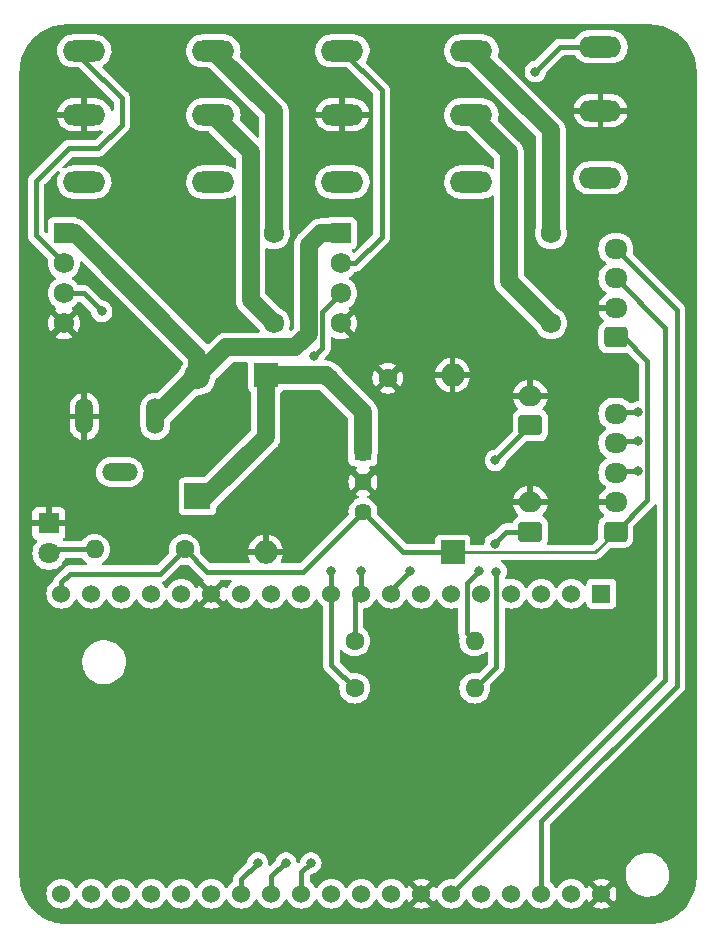
<source format=gbr>
%TF.GenerationSoftware,KiCad,Pcbnew,7.0.10*%
%TF.CreationDate,2025-05-14T10:04:39+02:00*%
%TF.ProjectId,Carte_driver_LED,43617274-655f-4647-9269-7665725f4c45,rev?*%
%TF.SameCoordinates,Original*%
%TF.FileFunction,Copper,L2,Bot*%
%TF.FilePolarity,Positive*%
%FSLAX46Y46*%
G04 Gerber Fmt 4.6, Leading zero omitted, Abs format (unit mm)*
G04 Created by KiCad (PCBNEW 7.0.10) date 2025-05-14 10:04:39*
%MOMM*%
%LPD*%
G01*
G04 APERTURE LIST*
G04 Aperture macros list*
%AMRoundRect*
0 Rectangle with rounded corners*
0 $1 Rounding radius*
0 $2 $3 $4 $5 $6 $7 $8 $9 X,Y pos of 4 corners*
0 Add a 4 corners polygon primitive as box body*
4,1,4,$2,$3,$4,$5,$6,$7,$8,$9,$2,$3,0*
0 Add four circle primitives for the rounded corners*
1,1,$1+$1,$2,$3*
1,1,$1+$1,$4,$5*
1,1,$1+$1,$6,$7*
1,1,$1+$1,$8,$9*
0 Add four rect primitives between the rounded corners*
20,1,$1+$1,$2,$3,$4,$5,0*
20,1,$1+$1,$4,$5,$6,$7,0*
20,1,$1+$1,$6,$7,$8,$9,0*
20,1,$1+$1,$8,$9,$2,$3,0*%
G04 Aperture macros list end*
%TA.AperFunction,ComponentPad*%
%ADD10O,3.600000X1.800000*%
%TD*%
%TA.AperFunction,ComponentPad*%
%ADD11C,1.600000*%
%TD*%
%TA.AperFunction,ComponentPad*%
%ADD12O,1.600000X1.600000*%
%TD*%
%TA.AperFunction,ComponentPad*%
%ADD13R,1.448000X1.448000*%
%TD*%
%TA.AperFunction,ComponentPad*%
%ADD14C,1.448000*%
%TD*%
%TA.AperFunction,ComponentPad*%
%ADD15R,1.725000X1.725000*%
%TD*%
%TA.AperFunction,ComponentPad*%
%ADD16C,1.725000*%
%TD*%
%TA.AperFunction,ComponentPad*%
%ADD17RoundRect,0.250000X0.725000X-0.600000X0.725000X0.600000X-0.725000X0.600000X-0.725000X-0.600000X0*%
%TD*%
%TA.AperFunction,ComponentPad*%
%ADD18O,1.950000X1.700000*%
%TD*%
%TA.AperFunction,ComponentPad*%
%ADD19O,1.508000X3.016000*%
%TD*%
%TA.AperFunction,ComponentPad*%
%ADD20O,3.016000X1.508000*%
%TD*%
%TA.AperFunction,ComponentPad*%
%ADD21RoundRect,0.250000X0.750000X-0.600000X0.750000X0.600000X-0.750000X0.600000X-0.750000X-0.600000X0*%
%TD*%
%TA.AperFunction,ComponentPad*%
%ADD22O,2.000000X1.700000*%
%TD*%
%TA.AperFunction,ComponentPad*%
%ADD23R,2.200000X2.200000*%
%TD*%
%TA.AperFunction,ComponentPad*%
%ADD24O,2.200000X2.200000*%
%TD*%
%TA.AperFunction,ComponentPad*%
%ADD25R,2.000000X2.000000*%
%TD*%
%TA.AperFunction,ComponentPad*%
%ADD26O,2.000000X2.000000*%
%TD*%
%TA.AperFunction,ComponentPad*%
%ADD27R,1.800000X1.800000*%
%TD*%
%TA.AperFunction,ComponentPad*%
%ADD28C,1.800000*%
%TD*%
%TA.AperFunction,ComponentPad*%
%ADD29R,1.530000X1.530000*%
%TD*%
%TA.AperFunction,ComponentPad*%
%ADD30C,1.530000*%
%TD*%
%TA.AperFunction,ViaPad*%
%ADD31C,0.800000*%
%TD*%
%TA.AperFunction,Conductor*%
%ADD32C,1.500000*%
%TD*%
%TA.AperFunction,Conductor*%
%ADD33C,0.400000*%
%TD*%
%TA.AperFunction,Conductor*%
%ADD34C,0.250000*%
%TD*%
G04 APERTURE END LIST*
D10*
%TO.P,J3,1*%
%TO.N,/AN_1.1*%
X48175000Y-22250000D03*
%TO.P,J3,2*%
%TO.N,GND*%
X48175000Y-27650000D03*
%TO.P,J3,3*%
%TO.N,unconnected-(J3-Pad3)*%
X48175000Y-33350000D03*
%TD*%
D11*
%TO.P,R1,1*%
%TO.N,+5V*%
X34810000Y-64450000D03*
D12*
%TO.P,R1,2*%
%TO.N,Net-(D1-A)*%
X27190000Y-64450000D03*
%TD*%
D13*
%TO.P,U1,1,Vin*%
%TO.N,Net-(D4-K)*%
X49915000Y-56200000D03*
D14*
%TO.P,U1,2,GND*%
%TO.N,GND*%
X49915000Y-58740000D03*
%TO.P,U1,3,Vout*%
%TO.N,+5V*%
X49915000Y-61280000D03*
%TD*%
D15*
%TO.P,U3,1,+Vin*%
%TO.N,VCC*%
X48045000Y-37685000D03*
D16*
%TO.P,U3,2,An_Dim*%
%TO.N,/AN_1.1*%
X48045000Y-40225000D03*
%TO.P,U3,3,PWM/ON/OFF*%
%TO.N,/PWM_1.2*%
X48045000Y-42765000D03*
%TO.P,U3,4,GND*%
%TO.N,GND*%
X48045000Y-45305000D03*
%TO.P,U3,5,-Vout*%
%TO.N,Net-(U3--Vout)*%
X65825000Y-45305000D03*
%TO.P,U3,6,+Vout*%
%TO.N,Net-(U3-+Vout)*%
X65825000Y-37685000D03*
%TD*%
D11*
%TO.P,R3,1*%
%TO.N,/PWM_2.2*%
X49220000Y-76200000D03*
D12*
%TO.P,R3,2*%
%TO.N,Net-(J10-Pin_1)*%
X59380000Y-76200000D03*
%TD*%
D17*
%TO.P,J8,1,Pin_1*%
%TO.N,+5V*%
X71325000Y-46500000D03*
D18*
%TO.P,J8,2,Pin_2*%
%TO.N,GND*%
X71325000Y-44000000D03*
%TO.P,J8,3,Pin_3*%
%TO.N,/SDA*%
X71325000Y-41500000D03*
%TO.P,J8,4,Pin_4*%
%TO.N,/SCL*%
X71325000Y-39000000D03*
%TD*%
D10*
%TO.P,J4,1*%
%TO.N,Net-(U4-+Vout)*%
X37250000Y-22250000D03*
%TO.P,J4,2*%
%TO.N,Net-(U4--Vout)*%
X37250000Y-27650000D03*
%TO.P,J4,3*%
%TO.N,unconnected-(J4-Pad3)*%
X37250000Y-33350000D03*
%TD*%
D19*
%TO.P,J1,1*%
%TO.N,VCC*%
X32325000Y-53200000D03*
%TO.P,J1,2*%
%TO.N,GND*%
X26325000Y-53200000D03*
D20*
%TO.P,J1,3*%
%TO.N,unconnected-(J1-Pad3)*%
X29325000Y-57900000D03*
%TD*%
D10*
%TO.P,J5,1*%
%TO.N,/AN_2.1*%
X26325000Y-22250000D03*
%TO.P,J5,2*%
%TO.N,GND*%
X26325000Y-27650000D03*
%TO.P,J5,3*%
%TO.N,unconnected-(J5-Pad3)*%
X26325000Y-33350000D03*
%TD*%
D21*
%TO.P,J9,1,Pin_1*%
%TO.N,Net-(J9-Pin_1)*%
X64091666Y-53950000D03*
D22*
%TO.P,J9,2,Pin_2*%
%TO.N,GND*%
X64091666Y-51450000D03*
%TD*%
D23*
%TO.P,D4,1,K*%
%TO.N,Net-(D4-K)*%
X35900000Y-59960000D03*
D24*
%TO.P,D4,2,A*%
%TO.N,VCC*%
X35900000Y-49800000D03*
%TD*%
D11*
%TO.P,C2,1*%
%TO.N,Net-(D4-K)*%
X47025000Y-49950000D03*
%TO.P,C2,2*%
%TO.N,GND*%
X52025000Y-49950000D03*
%TD*%
D10*
%TO.P,J2,1*%
%TO.N,Net-(U3-+Vout)*%
X59100000Y-22250000D03*
%TO.P,J2,2*%
%TO.N,Net-(U3--Vout)*%
X59100000Y-27650000D03*
%TO.P,J2,3*%
%TO.N,unconnected-(J2-Pad3)*%
X59100000Y-33350000D03*
%TD*%
D15*
%TO.P,U4,1,+Vin*%
%TO.N,VCC*%
X24595000Y-37685000D03*
D16*
%TO.P,U4,2,An_Dim*%
%TO.N,/AN_2.1*%
X24595000Y-40225000D03*
%TO.P,U4,3,PWM/ON/OFF*%
%TO.N,/PWM_2.2*%
X24595000Y-42765000D03*
%TO.P,U4,4,GND*%
%TO.N,GND*%
X24595000Y-45305000D03*
%TO.P,U4,5,-Vout*%
%TO.N,Net-(U4--Vout)*%
X42375000Y-45305000D03*
%TO.P,U4,6,+Vout*%
%TO.N,Net-(U4-+Vout)*%
X42375000Y-37685000D03*
%TD*%
D25*
%TO.P,C3,1*%
%TO.N,+5V*%
X57500000Y-64700000D03*
D26*
%TO.P,C3,2*%
%TO.N,GND*%
X57500000Y-49700000D03*
%TD*%
D27*
%TO.P,D1,1,K*%
%TO.N,GND*%
X23325000Y-62250000D03*
D28*
%TO.P,D1,2,A*%
%TO.N,Net-(D1-A)*%
X23325000Y-64790000D03*
%TD*%
D25*
%TO.P,C1,1*%
%TO.N,Net-(D4-K)*%
X41675000Y-49700000D03*
D26*
%TO.P,C1,2*%
%TO.N,GND*%
X41675000Y-64700000D03*
%TD*%
D10*
%TO.P,J6,1*%
%TO.N,/trigger*%
X70025000Y-21900000D03*
%TO.P,J6,2*%
%TO.N,GND*%
X70025000Y-27300000D03*
%TO.P,J6,3*%
%TO.N,unconnected-(J6-Pad3)*%
X70025000Y-33000000D03*
%TD*%
D29*
%TO.P,U2,1,3V3*%
%TO.N,unconnected-(U2-3V3-Pad1)*%
X70105000Y-68200000D03*
D30*
%TO.P,U2,2,EN*%
%TO.N,unconnected-(U2-EN-Pad2)*%
X67565000Y-68200000D03*
%TO.P,U2,3,SENSOR_VP*%
%TO.N,unconnected-(U2-SENSOR_VP-Pad3)*%
X65025000Y-68200000D03*
%TO.P,U2,4,SENSOR_VN*%
%TO.N,unconnected-(U2-SENSOR_VN-Pad4)*%
X62485000Y-68200000D03*
%TO.P,U2,5,IO34*%
%TO.N,unconnected-(U2-IO34-Pad5)*%
X59945000Y-68200000D03*
%TO.P,U2,6,IO35*%
%TO.N,unconnected-(U2-IO35-Pad6)*%
X57405000Y-68200000D03*
%TO.P,U2,7,IO32*%
%TO.N,unconnected-(U2-IO32-Pad7)*%
X54865000Y-68200000D03*
%TO.P,U2,8,IO33*%
%TO.N,/trigger*%
X52325000Y-68200000D03*
%TO.P,U2,9,IO25*%
%TO.N,/PWM_1.2*%
X49785000Y-68200000D03*
%TO.P,U2,10,IO26*%
%TO.N,/PWM_2.2*%
X47245000Y-68200000D03*
%TO.P,U2,11,IO27*%
%TO.N,unconnected-(U2-IO27-Pad11)*%
X44705000Y-68200000D03*
%TO.P,U2,12,IO14*%
%TO.N,unconnected-(U2-IO14-Pad12)*%
X42165000Y-68200000D03*
%TO.P,U2,13,IO12*%
%TO.N,unconnected-(U2-IO12-Pad13)*%
X39625000Y-68200000D03*
%TO.P,U2,14,GND1*%
%TO.N,GND*%
X37085000Y-68200000D03*
%TO.P,U2,15,IO13*%
%TO.N,unconnected-(U2-IO13-Pad15)*%
X34545000Y-68200000D03*
%TO.P,U2,16,SD2*%
%TO.N,unconnected-(U2-SD2-Pad16)*%
X32005000Y-68200000D03*
%TO.P,U2,17,SD3*%
%TO.N,unconnected-(U2-SD3-Pad17)*%
X29465000Y-68200000D03*
%TO.P,U2,18,CMD*%
%TO.N,unconnected-(U2-CMD-Pad18)*%
X26925000Y-68200000D03*
%TO.P,U2,19,EXT_5V*%
%TO.N,+5V*%
X24385000Y-68200000D03*
%TO.P,U2,20,CLK*%
%TO.N,unconnected-(U2-CLK-Pad20)*%
X24385000Y-93600000D03*
%TO.P,U2,21,SD0*%
%TO.N,unconnected-(U2-SD0-Pad21)*%
X26925000Y-93600000D03*
%TO.P,U2,22,SD1*%
%TO.N,unconnected-(U2-SD1-Pad22)*%
X29465000Y-93600000D03*
%TO.P,U2,23,IO15*%
%TO.N,unconnected-(U2-IO15-Pad23)*%
X32005000Y-93600000D03*
%TO.P,U2,24,IO2*%
%TO.N,unconnected-(U2-IO2-Pad24)*%
X34545000Y-93600000D03*
%TO.P,U2,25,IO0*%
%TO.N,unconnected-(U2-IO0-Pad25)*%
X37085000Y-93600000D03*
%TO.P,U2,26,IO4*%
%TO.N,/SW*%
X39625000Y-93600000D03*
%TO.P,U2,27,IO16*%
%TO.N,/B*%
X42165000Y-93600000D03*
%TO.P,U2,28,IO17*%
%TO.N,/A*%
X44705000Y-93600000D03*
%TO.P,U2,29,IO5*%
%TO.N,unconnected-(U2-IO5-Pad29)*%
X47245000Y-93600000D03*
%TO.P,U2,30,IO18*%
%TO.N,unconnected-(U2-IO18-Pad30)*%
X49785000Y-93600000D03*
%TO.P,U2,31,IO19*%
%TO.N,unconnected-(U2-IO19-Pad31)*%
X52325000Y-93600000D03*
%TO.P,U2,32,GND2*%
%TO.N,GND*%
X54865000Y-93600000D03*
%TO.P,U2,33,IO21*%
%TO.N,/SDA*%
X57405000Y-93600000D03*
%TO.P,U2,34,RXD0*%
%TO.N,unconnected-(U2-RXD0-Pad34)*%
X59945000Y-93600000D03*
%TO.P,U2,35,TXD0*%
%TO.N,unconnected-(U2-TXD0-Pad35)*%
X62485000Y-93600000D03*
%TO.P,U2,36,IO22*%
%TO.N,/SCL*%
X65025000Y-93600000D03*
%TO.P,U2,37,IO23*%
%TO.N,unconnected-(U2-IO23-Pad37)*%
X67565000Y-93600000D03*
%TO.P,U2,38,GND3*%
%TO.N,GND*%
X70105000Y-93600000D03*
%TD*%
D21*
%TO.P,J10,1,Pin_1*%
%TO.N,Net-(J10-Pin_1)*%
X64091666Y-62950000D03*
D22*
%TO.P,J10,2,Pin_2*%
%TO.N,GND*%
X64091666Y-60450000D03*
%TD*%
D11*
%TO.P,R2,1*%
%TO.N,/PWM_1.2*%
X49220000Y-72200000D03*
D12*
%TO.P,R2,2*%
%TO.N,Net-(J9-Pin_1)*%
X59380000Y-72200000D03*
%TD*%
D17*
%TO.P,J7,1,Pin_1*%
%TO.N,+5V*%
X71325000Y-62950000D03*
D18*
%TO.P,J7,2,Pin_2*%
%TO.N,GND*%
X71325000Y-60450000D03*
%TO.P,J7,3,Pin_3*%
%TO.N,/SW*%
X71325000Y-57950000D03*
%TO.P,J7,4,Pin_4*%
%TO.N,/B*%
X71325000Y-55450000D03*
%TO.P,J7,5,Pin_5*%
%TO.N,/A*%
X71325000Y-52950000D03*
%TD*%
D31*
%TO.N,/PWM_2.2*%
X27800000Y-44300000D03*
X47245000Y-66300000D03*
%TO.N,/A*%
X45500000Y-91000000D03*
X73200000Y-52800000D03*
%TO.N,/trigger*%
X64500000Y-24000000D03*
X53900000Y-66300000D03*
%TO.N,Net-(J9-Pin_1)*%
X59700000Y-66300000D03*
X61120833Y-56920833D03*
%TO.N,Net-(J10-Pin_1)*%
X61200000Y-66340000D03*
X61100000Y-63975000D03*
%TO.N,/SW*%
X41000000Y-91000000D03*
X73200000Y-57800000D03*
%TO.N,/B*%
X43400000Y-91000000D03*
X73200000Y-55300000D03*
%TO.N,/PWM_1.2*%
X49785000Y-66300000D03*
X45775000Y-48100000D03*
%TD*%
D32*
%TO.N,GND*%
X23325000Y-62250000D02*
X23400000Y-62250000D01*
D33*
%TO.N,+5V*%
X49915000Y-61280000D02*
X53335000Y-64700000D01*
X24385000Y-68200000D02*
X24385000Y-67230000D01*
X24385000Y-67230000D02*
X25115000Y-66500000D01*
X71325000Y-62950000D02*
X74000000Y-60275000D01*
X25115000Y-66500000D02*
X32760000Y-66500000D01*
X34810000Y-64450000D02*
X36700000Y-66340000D01*
X74000000Y-48500000D02*
X72000000Y-46500000D01*
X32760000Y-66500000D02*
X34810000Y-64450000D01*
D34*
X69575000Y-64700000D02*
X71325000Y-62950000D01*
D33*
X44855000Y-66340000D02*
X49915000Y-61280000D01*
X53335000Y-64700000D02*
X57508333Y-64700000D01*
X72000000Y-46500000D02*
X71325000Y-46500000D01*
D34*
X57500000Y-64700000D02*
X69575000Y-64700000D01*
D33*
X74000000Y-60275000D02*
X74000000Y-48500000D01*
X36700000Y-66340000D02*
X44855000Y-66340000D01*
%TO.N,/AN_1.1*%
X49275000Y-40225000D02*
X48045000Y-40225000D01*
X51500000Y-38000000D02*
X49275000Y-40225000D01*
X48175000Y-22250000D02*
X51500000Y-25575000D01*
X51500000Y-25575000D02*
X51500000Y-38000000D01*
%TO.N,/AN_2.1*%
X26325000Y-23085000D02*
X29500000Y-26260000D01*
X22230000Y-37860000D02*
X24595000Y-40225000D01*
X29500000Y-26260000D02*
X29500000Y-28500000D01*
X27500000Y-30500000D02*
X25000000Y-30500000D01*
X26325000Y-22250000D02*
X26325000Y-23085000D01*
X25000000Y-30500000D02*
X22230000Y-33270000D01*
X22230000Y-33270000D02*
X22230000Y-37860000D01*
X29500000Y-28500000D02*
X27500000Y-30500000D01*
%TO.N,/PWM_2.2*%
X26265000Y-42765000D02*
X24595000Y-42765000D01*
X27800000Y-44300000D02*
X26265000Y-42765000D01*
X47245000Y-74225000D02*
X47245000Y-68200000D01*
X49220000Y-76200000D02*
X47245000Y-74225000D01*
X47245000Y-66300000D02*
X47245000Y-68200000D01*
%TO.N,/SCL*%
X65025000Y-93600000D02*
X65025000Y-87475000D01*
X76500000Y-44175000D02*
X71325000Y-39000000D01*
X76500000Y-76000000D02*
X76500000Y-44175000D01*
X65025000Y-87475000D02*
X76500000Y-76000000D01*
%TO.N,/SDA*%
X75500000Y-75505000D02*
X75500000Y-45675000D01*
X75500000Y-45675000D02*
X71325000Y-41500000D01*
X57405000Y-93600000D02*
X75500000Y-75505000D01*
%TO.N,/A*%
X45500000Y-91000000D02*
X44705000Y-91795000D01*
X71475000Y-52800000D02*
X71325000Y-52950000D01*
X73200000Y-52800000D02*
X71475000Y-52800000D01*
X44705000Y-91795000D02*
X44705000Y-93600000D01*
D32*
%TO.N,VCC*%
X35900000Y-48044366D02*
X25540634Y-37685000D01*
X45325000Y-38690868D02*
X45325000Y-46000000D01*
X48045000Y-37685000D02*
X46330868Y-37685000D01*
X25540634Y-37685000D02*
X24595000Y-37685000D01*
X35900000Y-49800000D02*
X38345000Y-47355000D01*
X46330868Y-37685000D02*
X45325000Y-38690868D01*
X35725000Y-49800000D02*
X32325000Y-53200000D01*
X35900000Y-49800000D02*
X35725000Y-49800000D01*
X35900000Y-49800000D02*
X35900000Y-48244366D01*
X45325000Y-46200000D02*
X44170000Y-47355000D01*
X44170000Y-47355000D02*
X38345000Y-47355000D01*
%TO.N,Net-(U3--Vout)*%
X62270000Y-41750000D02*
X65825000Y-45305000D01*
X62270000Y-30820000D02*
X62270000Y-41750000D01*
X59100000Y-27650000D02*
X62270000Y-30820000D01*
%TO.N,Net-(U3-+Vout)*%
X59100000Y-22250000D02*
X65825000Y-28975000D01*
X65825000Y-28975000D02*
X65825000Y-37685000D01*
D33*
%TO.N,/trigger*%
X66600000Y-21900000D02*
X70025000Y-21900000D01*
X53900000Y-66300000D02*
X52325000Y-67875000D01*
X52325000Y-67875000D02*
X52325000Y-68200000D01*
X64500000Y-24000000D02*
X66600000Y-21900000D01*
%TO.N,Net-(D1-A)*%
X27190000Y-64450000D02*
X23665000Y-64450000D01*
X23665000Y-64450000D02*
X23325000Y-64790000D01*
%TO.N,Net-(J9-Pin_1)*%
X58700000Y-71520000D02*
X59380000Y-72200000D01*
X61120833Y-56920833D02*
X64091666Y-53950000D01*
X59700000Y-66300000D02*
X58700000Y-67300000D01*
X58700000Y-67300000D02*
X58700000Y-71520000D01*
%TO.N,Net-(J10-Pin_1)*%
X61200000Y-74380000D02*
X59380000Y-76200000D01*
X61100000Y-63975000D02*
X61100000Y-63900000D01*
X62050000Y-62950000D02*
X64091666Y-62950000D01*
X61200000Y-66340000D02*
X61200000Y-74380000D01*
X61100000Y-63900000D02*
X62050000Y-62950000D01*
D32*
%TO.N,Net-(D4-K)*%
X47025000Y-49950000D02*
X49915000Y-52840000D01*
X35900000Y-59960000D02*
X36665000Y-59960000D01*
X46775000Y-49700000D02*
X47025000Y-49950000D01*
X41675000Y-54950000D02*
X41675000Y-49700000D01*
X36665000Y-59960000D02*
X41675000Y-54950000D01*
X49915000Y-52840000D02*
X49915000Y-56200000D01*
X41675000Y-49700000D02*
X46775000Y-49700000D01*
%TO.N,Net-(U4-+Vout)*%
X42375000Y-27375000D02*
X42375000Y-37685000D01*
X37250000Y-22250000D02*
X42375000Y-27375000D01*
%TO.N,Net-(U4--Vout)*%
X40410000Y-43340000D02*
X42375000Y-45305000D01*
X40410000Y-30810000D02*
X40410000Y-43340000D01*
X37250000Y-27650000D02*
X40410000Y-30810000D01*
D33*
%TO.N,/SW*%
X71475000Y-57800000D02*
X71325000Y-57950000D01*
X73200000Y-57800000D02*
X71475000Y-57800000D01*
X39625000Y-93600000D02*
X39625000Y-92375000D01*
X39625000Y-92375000D02*
X41000000Y-91000000D01*
%TO.N,/B*%
X43400000Y-90900000D02*
X42165000Y-92135000D01*
X42165000Y-92135000D02*
X42165000Y-93600000D01*
X71475000Y-55300000D02*
X71325000Y-55450000D01*
X73200000Y-55300000D02*
X71475000Y-55300000D01*
%TO.N,/PWM_1.2*%
X46475000Y-47400000D02*
X46475000Y-44335000D01*
X48080000Y-42800000D02*
X48045000Y-42765000D01*
X46475000Y-44335000D02*
X48045000Y-42765000D01*
X49785000Y-66300000D02*
X49785000Y-68200000D01*
X45775000Y-48100000D02*
X46475000Y-47400000D01*
X49220000Y-72200000D02*
X49220000Y-68765000D01*
X49220000Y-68765000D02*
X49785000Y-68200000D01*
%TD*%
%TA.AperFunction,Conductor*%
%TO.N,GND*%
G36*
X35110381Y-65748946D02*
G01*
X35140370Y-65771027D01*
X36187058Y-66817715D01*
X36192178Y-66823153D01*
X36232071Y-66868183D01*
X36281573Y-66902352D01*
X36287591Y-66906780D01*
X36334944Y-66943878D01*
X36342083Y-66947091D01*
X36395138Y-66992552D01*
X36415194Y-67059481D01*
X36395881Y-67126629D01*
X36385401Y-67137593D01*
X36384656Y-67146103D01*
X36943634Y-67705081D01*
X36939839Y-67705627D01*
X36806438Y-67766549D01*
X36695605Y-67862587D01*
X36616318Y-67985960D01*
X36593866Y-68062419D01*
X36031104Y-67499657D01*
X35985293Y-67565084D01*
X35927657Y-67688683D01*
X35881484Y-67741122D01*
X35814290Y-67760274D01*
X35747409Y-67740058D01*
X35702893Y-67688682D01*
X35645142Y-67564833D01*
X35518132Y-67383445D01*
X35361555Y-67226868D01*
X35180167Y-67099858D01*
X35165730Y-67093126D01*
X34979486Y-67006279D01*
X34979475Y-67006275D01*
X34765592Y-66948965D01*
X34765585Y-66948964D01*
X34545002Y-66929666D01*
X34544998Y-66929666D01*
X34324414Y-66948964D01*
X34324407Y-66948965D01*
X34110524Y-67006275D01*
X34110513Y-67006279D01*
X33909836Y-67099856D01*
X33909834Y-67099857D01*
X33728444Y-67226868D01*
X33571868Y-67383444D01*
X33444857Y-67564834D01*
X33444856Y-67564836D01*
X33387382Y-67688091D01*
X33341210Y-67740531D01*
X33274017Y-67759683D01*
X33207135Y-67739467D01*
X33162618Y-67688091D01*
X33134050Y-67626828D01*
X33105142Y-67564833D01*
X32978132Y-67383445D01*
X32957965Y-67363278D01*
X32924480Y-67301955D01*
X32929464Y-67232263D01*
X32971336Y-67176330D01*
X32994746Y-67162526D01*
X33024801Y-67148999D01*
X33031678Y-67146150D01*
X33087930Y-67124818D01*
X33096266Y-67119062D01*
X33115821Y-67108034D01*
X33125057Y-67103878D01*
X33172413Y-67066775D01*
X33178404Y-67062366D01*
X33227929Y-67028183D01*
X33267822Y-66983151D01*
X33272924Y-66977731D01*
X34479630Y-65771025D01*
X34540951Y-65737542D01*
X34578117Y-65735180D01*
X34583303Y-65735633D01*
X34583308Y-65735635D01*
X34788263Y-65753566D01*
X34809999Y-65755468D01*
X34810000Y-65755468D01*
X34810001Y-65755468D01*
X34828304Y-65753866D01*
X35036692Y-65735635D01*
X35036697Y-65735633D01*
X35041881Y-65735180D01*
X35110381Y-65748946D01*
G37*
%TD.AperFunction*%
%TA.AperFunction,Conductor*%
G36*
X38762490Y-67060185D02*
G01*
X38808245Y-67112989D01*
X38818189Y-67182147D01*
X38789164Y-67245703D01*
X38783132Y-67252181D01*
X38651871Y-67383441D01*
X38651868Y-67383444D01*
X38524857Y-67564833D01*
X38467106Y-67688683D01*
X38420934Y-67741122D01*
X38353740Y-67760274D01*
X38286859Y-67740058D01*
X38242342Y-67688683D01*
X38184707Y-67565085D01*
X38184706Y-67565083D01*
X38138894Y-67499657D01*
X38138894Y-67499656D01*
X37576132Y-68062418D01*
X37553682Y-67985960D01*
X37474395Y-67862587D01*
X37363562Y-67766549D01*
X37230161Y-67705627D01*
X37226366Y-67705081D01*
X37795884Y-67135562D01*
X37801663Y-67106809D01*
X37850277Y-67056625D01*
X37911425Y-67040500D01*
X38695451Y-67040500D01*
X38762490Y-67060185D01*
G37*
%TD.AperFunction*%
%TA.AperFunction,Conductor*%
G36*
X74174427Y-20000631D02*
G01*
X74340540Y-20008310D01*
X74541640Y-20018202D01*
X74552641Y-20019238D01*
X74731831Y-20044233D01*
X74731991Y-20044256D01*
X74919155Y-20072019D01*
X74929297Y-20073960D01*
X75108218Y-20116041D01*
X75109956Y-20116463D01*
X75203114Y-20139796D01*
X75289755Y-20161498D01*
X75299003Y-20164202D01*
X75474744Y-20223103D01*
X75476976Y-20223876D01*
X75650149Y-20285837D01*
X75658425Y-20289140D01*
X75828698Y-20364322D01*
X75831516Y-20365610D01*
X75997038Y-20443896D01*
X76004348Y-20447655D01*
X76167283Y-20538407D01*
X76170641Y-20540348D01*
X76327339Y-20634269D01*
X76333613Y-20638292D01*
X76487712Y-20743852D01*
X76491456Y-20746522D01*
X76637956Y-20855173D01*
X76643288Y-20859359D01*
X76787071Y-20978755D01*
X76791112Y-20982260D01*
X76926194Y-21104690D01*
X76930557Y-21108845D01*
X76970946Y-21149234D01*
X77062710Y-21240998D01*
X77066906Y-21245405D01*
X77189336Y-21380484D01*
X77192848Y-21384532D01*
X77219682Y-21416846D01*
X77312211Y-21528275D01*
X77316400Y-21533610D01*
X77425061Y-21680121D01*
X77427745Y-21683886D01*
X77533279Y-21837946D01*
X77537337Y-21844274D01*
X77631212Y-22000893D01*
X77633183Y-22004303D01*
X77723926Y-22167216D01*
X77727692Y-22174538D01*
X77805951Y-22340002D01*
X77807291Y-22342933D01*
X77882447Y-22513146D01*
X77885763Y-22521458D01*
X77947672Y-22694482D01*
X77948493Y-22696849D01*
X78007384Y-22872554D01*
X78010096Y-22881831D01*
X78055123Y-23061585D01*
X78055545Y-23063325D01*
X78097628Y-23242253D01*
X78099580Y-23252449D01*
X78127281Y-23439197D01*
X78127434Y-23440259D01*
X78152352Y-23618882D01*
X78153392Y-23629930D01*
X78163543Y-23836558D01*
X78163560Y-23836915D01*
X78170941Y-23996564D01*
X78171073Y-24002291D01*
X78171073Y-92168701D01*
X78170941Y-92174427D01*
X78163425Y-92337013D01*
X78163103Y-92343968D01*
X78163086Y-92344327D01*
X78153407Y-92541341D01*
X78152367Y-92552388D01*
X78126973Y-92734421D01*
X78126820Y-92735483D01*
X78099628Y-92918800D01*
X78097676Y-92928996D01*
X78055088Y-93110071D01*
X78054666Y-93111811D01*
X78010180Y-93289407D01*
X78007468Y-93298683D01*
X77948055Y-93475948D01*
X77947234Y-93478317D01*
X77885882Y-93649783D01*
X77882566Y-93658094D01*
X77806863Y-93829546D01*
X77805522Y-93832477D01*
X77727857Y-93996684D01*
X77724092Y-94004006D01*
X77632765Y-94167969D01*
X77630795Y-94171378D01*
X77537558Y-94326936D01*
X77533498Y-94333265D01*
X77427334Y-94488244D01*
X77424633Y-94492033D01*
X77316703Y-94637561D01*
X77312502Y-94642912D01*
X77192422Y-94787519D01*
X77188903Y-94791576D01*
X77067289Y-94925755D01*
X77063092Y-94930162D01*
X76930162Y-95063092D01*
X76925755Y-95067289D01*
X76791576Y-95188903D01*
X76787519Y-95192422D01*
X76642912Y-95312502D01*
X76637561Y-95316703D01*
X76492033Y-95424633D01*
X76488244Y-95427334D01*
X76333265Y-95533498D01*
X76326936Y-95537558D01*
X76171378Y-95630795D01*
X76167969Y-95632765D01*
X76004006Y-95724092D01*
X75996684Y-95727857D01*
X75832477Y-95805522D01*
X75829546Y-95806863D01*
X75658094Y-95882566D01*
X75649783Y-95885882D01*
X75478317Y-95947234D01*
X75475948Y-95948055D01*
X75298683Y-96007468D01*
X75289407Y-96010180D01*
X75111811Y-96054666D01*
X75110071Y-96055088D01*
X74928996Y-96097676D01*
X74918800Y-96099628D01*
X74735483Y-96126820D01*
X74734421Y-96126973D01*
X74552388Y-96152367D01*
X74541340Y-96153407D01*
X74344496Y-96163077D01*
X74344139Y-96163094D01*
X74174428Y-96170941D01*
X74168701Y-96171073D01*
X24831299Y-96171073D01*
X24825572Y-96170941D01*
X24655858Y-96163094D01*
X24655501Y-96163077D01*
X24458658Y-96153407D01*
X24447610Y-96152367D01*
X24265577Y-96126973D01*
X24264515Y-96126820D01*
X24081198Y-96099628D01*
X24071002Y-96097676D01*
X23889927Y-96055088D01*
X23888187Y-96054666D01*
X23710591Y-96010180D01*
X23701315Y-96007468D01*
X23524050Y-95948055D01*
X23521681Y-95947234D01*
X23350215Y-95885882D01*
X23341904Y-95882566D01*
X23234435Y-95835114D01*
X23170437Y-95806856D01*
X23167521Y-95805522D01*
X23003314Y-95727857D01*
X22995992Y-95724092D01*
X22832029Y-95632765D01*
X22828620Y-95630795D01*
X22673062Y-95537558D01*
X22666733Y-95533498D01*
X22511754Y-95427334D01*
X22507965Y-95424633D01*
X22362437Y-95316703D01*
X22357106Y-95312517D01*
X22212453Y-95192399D01*
X22208473Y-95188947D01*
X22074223Y-95067270D01*
X22069836Y-95063092D01*
X21936906Y-94930162D01*
X21932731Y-94925778D01*
X21811046Y-94791519D01*
X21807606Y-94787554D01*
X21687474Y-94642884D01*
X21683305Y-94637574D01*
X21630193Y-94565961D01*
X21575365Y-94492033D01*
X21572664Y-94488244D01*
X21536064Y-94434815D01*
X21466491Y-94333251D01*
X21462449Y-94326950D01*
X21369202Y-94171376D01*
X21367233Y-94167969D01*
X21335678Y-94111317D01*
X21275901Y-94003997D01*
X21272141Y-93996684D01*
X21222412Y-93891544D01*
X21194466Y-93832456D01*
X21193173Y-93829631D01*
X21117424Y-93658074D01*
X21114124Y-93649803D01*
X21052734Y-93478230D01*
X21051972Y-93476033D01*
X20992524Y-93298665D01*
X20989824Y-93289427D01*
X20945294Y-93111655D01*
X20944951Y-93110244D01*
X20902317Y-92928974D01*
X20900374Y-92918823D01*
X20873163Y-92735382D01*
X20873025Y-92734421D01*
X20871805Y-92725675D01*
X20847628Y-92552357D01*
X20846593Y-92541371D01*
X20836928Y-92344638D01*
X20829059Y-92174427D01*
X20828927Y-92168702D01*
X20828927Y-74067763D01*
X26145787Y-74067763D01*
X26175413Y-74337013D01*
X26175415Y-74337024D01*
X26243926Y-74599082D01*
X26243928Y-74599088D01*
X26349870Y-74848390D01*
X26490979Y-75079605D01*
X26490986Y-75079615D01*
X26664253Y-75287819D01*
X26664259Y-75287824D01*
X26745774Y-75360861D01*
X26865998Y-75468582D01*
X27091910Y-75618044D01*
X27337176Y-75733020D01*
X27337183Y-75733022D01*
X27337185Y-75733023D01*
X27596557Y-75811057D01*
X27596564Y-75811058D01*
X27596569Y-75811060D01*
X27864561Y-75850500D01*
X27864566Y-75850500D01*
X28067629Y-75850500D01*
X28067631Y-75850500D01*
X28067636Y-75850499D01*
X28067648Y-75850499D01*
X28105191Y-75847750D01*
X28270156Y-75835677D01*
X28382758Y-75810593D01*
X28534546Y-75776782D01*
X28534548Y-75776781D01*
X28534553Y-75776780D01*
X28787558Y-75680014D01*
X29023777Y-75547441D01*
X29238177Y-75381888D01*
X29426186Y-75186881D01*
X29583799Y-74966579D01*
X29671836Y-74795345D01*
X29707649Y-74725690D01*
X29707651Y-74725684D01*
X29707656Y-74725675D01*
X29795118Y-74469305D01*
X29844319Y-74202933D01*
X29854212Y-73932235D01*
X29824586Y-73662982D01*
X29756072Y-73400912D01*
X29650130Y-73151610D01*
X29509018Y-72920390D01*
X29506794Y-72917718D01*
X29335746Y-72712180D01*
X29335740Y-72712175D01*
X29134002Y-72531418D01*
X28908092Y-72381957D01*
X28908090Y-72381956D01*
X28662824Y-72266980D01*
X28662819Y-72266978D01*
X28662814Y-72266976D01*
X28403442Y-72188942D01*
X28403428Y-72188939D01*
X28287791Y-72171921D01*
X28135439Y-72149500D01*
X27932369Y-72149500D01*
X27932351Y-72149500D01*
X27729844Y-72164323D01*
X27729831Y-72164325D01*
X27465453Y-72223217D01*
X27465446Y-72223220D01*
X27212439Y-72319987D01*
X26976226Y-72452557D01*
X26761822Y-72618112D01*
X26573822Y-72813109D01*
X26573816Y-72813116D01*
X26416202Y-73033419D01*
X26416199Y-73033424D01*
X26292350Y-73274309D01*
X26292343Y-73274327D01*
X26204884Y-73530685D01*
X26204881Y-73530699D01*
X26155681Y-73797068D01*
X26155680Y-73797075D01*
X26145787Y-74067763D01*
X20828927Y-74067763D01*
X20828927Y-57956506D01*
X27312696Y-57956506D01*
X27312697Y-57956510D01*
X27343009Y-58180281D01*
X27343010Y-58180284D01*
X27412789Y-58395044D01*
X27519794Y-58593891D01*
X27519796Y-58593894D01*
X27660586Y-58770439D01*
X27660588Y-58770440D01*
X27660589Y-58770442D01*
X27718916Y-58821401D01*
X27830639Y-58919011D01*
X27830640Y-58919012D01*
X27830643Y-58919014D01*
X28024493Y-59034834D01*
X28207694Y-59103591D01*
X28235908Y-59114180D01*
X28458090Y-59154500D01*
X28458093Y-59154500D01*
X30135337Y-59154500D01*
X30135343Y-59154500D01*
X30293443Y-59140270D01*
X30303906Y-59139329D01*
X30521570Y-59079258D01*
X30521575Y-59079255D01*
X30521582Y-59079254D01*
X30725033Y-58981277D01*
X30907721Y-58848547D01*
X31063772Y-58685330D01*
X31188173Y-58496871D01*
X31276923Y-58289229D01*
X31327172Y-58069076D01*
X31337303Y-57843490D01*
X31306991Y-57619719D01*
X31237211Y-57404957D01*
X31130204Y-57206106D01*
X31028520Y-57078599D01*
X30989413Y-57029560D01*
X30973718Y-57015848D01*
X30885596Y-56938857D01*
X30819360Y-56880988D01*
X30819357Y-56880986D01*
X30625507Y-56765166D01*
X30507154Y-56720747D01*
X30414091Y-56685819D01*
X30191910Y-56645500D01*
X30191907Y-56645500D01*
X28514657Y-56645500D01*
X28483271Y-56648324D01*
X28346093Y-56660670D01*
X28128429Y-56720741D01*
X28128414Y-56720747D01*
X27924973Y-56818719D01*
X27924965Y-56818723D01*
X27742284Y-56951448D01*
X27742282Y-56951449D01*
X27586226Y-57114671D01*
X27461828Y-57303125D01*
X27418305Y-57404955D01*
X27383522Y-57486335D01*
X27373077Y-57510772D01*
X27373075Y-57510778D01*
X27322828Y-57730922D01*
X27322828Y-57730926D01*
X27312696Y-57956506D01*
X20828927Y-57956506D01*
X20828927Y-54010316D01*
X25071000Y-54010316D01*
X25086164Y-54178816D01*
X25146211Y-54396393D01*
X25146217Y-54396408D01*
X25244150Y-54599769D01*
X25244154Y-54599777D01*
X25376826Y-54782384D01*
X25376833Y-54782392D01*
X25539981Y-54938378D01*
X25728363Y-55062729D01*
X25935929Y-55151446D01*
X25935932Y-55151447D01*
X26074999Y-55183188D01*
X26075000Y-55183188D01*
X26075000Y-53933686D01*
X26115156Y-53959493D01*
X26253111Y-54000000D01*
X26396889Y-54000000D01*
X26534844Y-53959493D01*
X26575000Y-53933686D01*
X26575000Y-55185587D01*
X26605165Y-55181503D01*
X26819845Y-55111749D01*
X27018614Y-55004786D01*
X27018623Y-55004780D01*
X27195087Y-54864055D01*
X27195102Y-54864041D01*
X27343607Y-54694062D01*
X27343608Y-54694060D01*
X27459378Y-54500296D01*
X27459380Y-54500291D01*
X27538696Y-54288958D01*
X27579000Y-54066864D01*
X27579000Y-53450000D01*
X26825000Y-53450000D01*
X26825000Y-52950000D01*
X27579000Y-52950000D01*
X27579000Y-52389685D01*
X27578999Y-52389683D01*
X27563835Y-52221183D01*
X27503788Y-52003606D01*
X27503782Y-52003591D01*
X27405849Y-51800230D01*
X27405845Y-51800222D01*
X27273173Y-51617615D01*
X27273166Y-51617607D01*
X27110018Y-51461621D01*
X26921636Y-51337270D01*
X26714072Y-51248554D01*
X26714066Y-51248552D01*
X26575000Y-51216811D01*
X26575000Y-52466313D01*
X26534844Y-52440507D01*
X26396889Y-52400000D01*
X26253111Y-52400000D01*
X26115156Y-52440507D01*
X26075000Y-52466313D01*
X26075000Y-51214411D01*
X26044828Y-51218498D01*
X26044825Y-51218499D01*
X25830154Y-51288250D01*
X25631385Y-51395213D01*
X25631376Y-51395219D01*
X25454912Y-51535944D01*
X25454897Y-51535958D01*
X25306392Y-51705937D01*
X25306391Y-51705939D01*
X25190621Y-51899703D01*
X25190619Y-51899708D01*
X25111303Y-52111041D01*
X25071000Y-52333135D01*
X25071000Y-52950000D01*
X25825000Y-52950000D01*
X25825000Y-53450000D01*
X25071000Y-53450000D01*
X25071000Y-54010316D01*
X20828927Y-54010316D01*
X20828927Y-37902605D01*
X21525642Y-37902605D01*
X21536483Y-37961770D01*
X21537610Y-37969171D01*
X21544859Y-38028871D01*
X21544860Y-38028874D01*
X21548451Y-38038343D01*
X21554474Y-38059946D01*
X21556304Y-38069930D01*
X21556305Y-38069932D01*
X21572288Y-38105446D01*
X21580991Y-38124782D01*
X21583854Y-38131694D01*
X21605182Y-38187930D01*
X21609826Y-38194657D01*
X21610936Y-38196266D01*
X21621961Y-38215813D01*
X21626120Y-38225055D01*
X21626124Y-38225060D01*
X21663215Y-38272403D01*
X21667655Y-38278438D01*
X21701812Y-38327924D01*
X21701816Y-38327929D01*
X21746828Y-38367805D01*
X21752283Y-38372940D01*
X23223086Y-39843743D01*
X23256571Y-39905066D01*
X23255611Y-39961863D01*
X23245981Y-39999890D01*
X23227329Y-40224994D01*
X23227329Y-40225005D01*
X23245981Y-40450107D01*
X23301433Y-40669082D01*
X23392168Y-40875938D01*
X23515715Y-41065042D01*
X23668698Y-41231224D01*
X23668702Y-41231228D01*
X23711560Y-41264586D01*
X23846958Y-41369970D01*
X23846965Y-41369974D01*
X23876478Y-41385946D01*
X23926068Y-41435165D01*
X23941176Y-41503382D01*
X23917005Y-41568937D01*
X23876478Y-41604054D01*
X23846965Y-41620025D01*
X23846958Y-41620029D01*
X23668701Y-41758772D01*
X23668698Y-41758775D01*
X23515715Y-41924957D01*
X23392168Y-42114061D01*
X23301433Y-42320917D01*
X23245981Y-42539892D01*
X23227329Y-42764994D01*
X23227329Y-42765005D01*
X23245981Y-42990107D01*
X23301433Y-43209082D01*
X23392168Y-43415938D01*
X23515715Y-43605042D01*
X23668698Y-43771224D01*
X23668702Y-43771228D01*
X23800743Y-43874000D01*
X23846958Y-43909970D01*
X23846960Y-43909971D01*
X23877001Y-43926228D01*
X23926592Y-43975447D01*
X23941700Y-44043663D01*
X23917530Y-44109219D01*
X23877005Y-44144336D01*
X23847226Y-44160452D01*
X23822922Y-44179368D01*
X23822922Y-44179370D01*
X24404913Y-44761360D01*
X24305019Y-44802738D01*
X24184905Y-44894905D01*
X24092738Y-45015019D01*
X24051360Y-45114913D01*
X23470905Y-44534458D01*
X23392609Y-44654299D01*
X23301907Y-44861079D01*
X23246476Y-45079970D01*
X23246474Y-45079978D01*
X23227830Y-45304993D01*
X23227830Y-45305006D01*
X23246474Y-45530021D01*
X23246476Y-45530029D01*
X23301907Y-45748920D01*
X23392609Y-45955700D01*
X23470904Y-46075540D01*
X24051360Y-45495085D01*
X24092738Y-45594981D01*
X24184905Y-45715095D01*
X24305019Y-45807262D01*
X24404913Y-45848639D01*
X23822922Y-46430629D01*
X23847230Y-46449549D01*
X24045812Y-46557017D01*
X24045818Y-46557019D01*
X24259377Y-46630334D01*
X24482100Y-46667500D01*
X24707900Y-46667500D01*
X24930622Y-46630334D01*
X25144181Y-46557019D01*
X25144187Y-46557017D01*
X25342770Y-46449548D01*
X25367076Y-46430629D01*
X24785086Y-45848639D01*
X24884981Y-45807262D01*
X25005095Y-45715095D01*
X25097262Y-45594981D01*
X25138639Y-45495087D01*
X25719093Y-46075541D01*
X25797389Y-45955702D01*
X25888092Y-45748920D01*
X25943523Y-45530029D01*
X25943525Y-45530021D01*
X25962170Y-45305006D01*
X25962170Y-45304993D01*
X25943525Y-45079978D01*
X25943523Y-45079970D01*
X25888092Y-44861079D01*
X25797391Y-44654302D01*
X25719093Y-44534457D01*
X25138638Y-45114912D01*
X25097262Y-45015019D01*
X25005095Y-44894905D01*
X24884981Y-44802738D01*
X24785086Y-44761360D01*
X25367076Y-44179369D01*
X25367076Y-44179367D01*
X25342779Y-44160456D01*
X25342768Y-44160449D01*
X25312996Y-44144337D01*
X25263406Y-44095117D01*
X25248299Y-44026901D01*
X25272470Y-43961345D01*
X25312998Y-43926228D01*
X25343045Y-43909968D01*
X25521298Y-43771228D01*
X25674285Y-43605041D01*
X25716352Y-43540652D01*
X25728748Y-43521679D01*
X25781894Y-43476322D01*
X25832557Y-43465500D01*
X25923481Y-43465500D01*
X25990520Y-43485185D01*
X26011162Y-43501819D01*
X26873495Y-44364152D01*
X26906980Y-44425475D01*
X26909134Y-44438869D01*
X26914325Y-44488249D01*
X26914327Y-44488260D01*
X26972818Y-44668277D01*
X26972821Y-44668284D01*
X27067467Y-44832216D01*
X27194129Y-44972888D01*
X27347265Y-45084148D01*
X27347270Y-45084151D01*
X27520192Y-45161142D01*
X27520197Y-45161144D01*
X27705354Y-45200500D01*
X27705355Y-45200500D01*
X27894644Y-45200500D01*
X27894646Y-45200500D01*
X28079803Y-45161144D01*
X28252730Y-45084151D01*
X28405871Y-44972888D01*
X28532533Y-44832216D01*
X28627179Y-44668284D01*
X28685674Y-44488256D01*
X28705460Y-44300000D01*
X28685674Y-44111744D01*
X28627179Y-43931716D01*
X28532533Y-43767784D01*
X28405871Y-43627112D01*
X28405870Y-43627111D01*
X28252734Y-43515851D01*
X28252729Y-43515848D01*
X28079807Y-43438857D01*
X28079802Y-43438855D01*
X27943490Y-43409882D01*
X27924872Y-43405924D01*
X27863391Y-43372733D01*
X27862973Y-43372316D01*
X26777940Y-42287283D01*
X26772805Y-42281828D01*
X26732929Y-42236816D01*
X26732924Y-42236812D01*
X26683438Y-42202655D01*
X26677403Y-42198215D01*
X26630060Y-42161124D01*
X26630055Y-42161120D01*
X26620813Y-42156961D01*
X26601266Y-42145936D01*
X26592931Y-42140183D01*
X26592932Y-42140183D01*
X26592930Y-42140182D01*
X26536694Y-42118854D01*
X26529790Y-42115994D01*
X26474932Y-42091305D01*
X26474930Y-42091304D01*
X26464946Y-42089474D01*
X26443343Y-42083451D01*
X26433874Y-42079860D01*
X26433871Y-42079859D01*
X26374171Y-42072610D01*
X26366770Y-42071483D01*
X26307609Y-42060642D01*
X26307603Y-42060642D01*
X26247567Y-42064274D01*
X26240079Y-42064500D01*
X25832557Y-42064500D01*
X25765518Y-42044815D01*
X25728748Y-42008321D01*
X25674284Y-41924957D01*
X25521301Y-41758775D01*
X25521298Y-41758772D01*
X25343041Y-41620029D01*
X25343039Y-41620028D01*
X25313522Y-41604055D01*
X25263931Y-41554836D01*
X25248823Y-41486620D01*
X25272993Y-41421064D01*
X25313522Y-41385945D01*
X25343045Y-41369968D01*
X25521298Y-41231228D01*
X25674285Y-41065041D01*
X25797831Y-40875939D01*
X25888567Y-40669082D01*
X25944018Y-40450111D01*
X25958735Y-40272500D01*
X25962671Y-40225005D01*
X25962671Y-40224995D01*
X25959029Y-40181048D01*
X25973109Y-40112612D01*
X26021954Y-40062652D01*
X26090055Y-40047031D01*
X26155791Y-40070708D01*
X26170286Y-40083126D01*
X34613181Y-48526021D01*
X34646666Y-48587344D01*
X34649500Y-48613702D01*
X34649500Y-48754000D01*
X34629815Y-48821039D01*
X34619792Y-48834530D01*
X34601164Y-48856340D01*
X34601158Y-48856349D01*
X34469533Y-49071141D01*
X34469531Y-49071144D01*
X34373128Y-49303884D01*
X34373125Y-49303894D01*
X34356170Y-49374514D01*
X34323278Y-49433246D01*
X32594431Y-51162093D01*
X32533108Y-51195578D01*
X32499691Y-51196915D01*
X32499639Y-51198078D01*
X32494076Y-51197828D01*
X32469934Y-51196743D01*
X32268493Y-51187696D01*
X32142193Y-51204805D01*
X32044719Y-51218009D01*
X32044716Y-51218009D01*
X32044715Y-51218010D01*
X31829955Y-51287789D01*
X31631108Y-51394794D01*
X31631105Y-51394796D01*
X31454560Y-51535586D01*
X31305988Y-51705639D01*
X31190166Y-51899493D01*
X31110819Y-52110908D01*
X31070500Y-52333090D01*
X31070500Y-54010339D01*
X31085670Y-54178906D01*
X31145741Y-54396570D01*
X31145747Y-54396585D01*
X31243719Y-54600026D01*
X31243723Y-54600034D01*
X31376448Y-54782715D01*
X31376449Y-54782717D01*
X31539671Y-54938773D01*
X31728125Y-55063171D01*
X31728127Y-55063172D01*
X31728129Y-55063173D01*
X31935771Y-55151923D01*
X32155924Y-55202172D01*
X32347153Y-55210760D01*
X32381506Y-55212303D01*
X32381506Y-55212302D01*
X32381510Y-55212303D01*
X32605281Y-55181991D01*
X32820043Y-55112211D01*
X33018894Y-55005204D01*
X33195442Y-54864411D01*
X33344014Y-54694357D01*
X33459834Y-54500507D01*
X33539180Y-54289092D01*
X33555348Y-54200000D01*
X33579500Y-54066909D01*
X33579500Y-53765336D01*
X33599185Y-53698297D01*
X33615819Y-53677655D01*
X34694128Y-52599346D01*
X35854656Y-51438817D01*
X35915977Y-51405334D01*
X35932594Y-51402883D01*
X36151148Y-51385683D01*
X36396111Y-51326873D01*
X36628859Y-51230466D01*
X36843659Y-51098836D01*
X37035224Y-50935224D01*
X37198836Y-50743659D01*
X37330466Y-50528859D01*
X37426873Y-50296111D01*
X37485683Y-50051148D01*
X37487933Y-50022555D01*
X37512816Y-49957267D01*
X37523862Y-49944610D01*
X38826655Y-48641819D01*
X38887978Y-48608334D01*
X38914336Y-48605500D01*
X40050500Y-48605500D01*
X40117539Y-48625185D01*
X40163294Y-48677989D01*
X40174500Y-48729500D01*
X40174500Y-50747870D01*
X40174501Y-50747876D01*
X40180908Y-50807483D01*
X40231202Y-50942328D01*
X40231203Y-50942329D01*
X40231204Y-50942331D01*
X40317454Y-51057546D01*
X40372613Y-51098838D01*
X40374810Y-51100482D01*
X40416682Y-51156415D01*
X40424500Y-51199749D01*
X40424500Y-54380663D01*
X40404815Y-54447702D01*
X40388181Y-54468344D01*
X36533343Y-58323181D01*
X36472020Y-58356666D01*
X36445662Y-58359500D01*
X34752129Y-58359500D01*
X34752123Y-58359501D01*
X34692516Y-58365908D01*
X34557671Y-58416202D01*
X34557664Y-58416206D01*
X34442455Y-58502452D01*
X34442452Y-58502455D01*
X34356206Y-58617664D01*
X34356202Y-58617671D01*
X34305908Y-58752517D01*
X34299501Y-58812116D01*
X34299500Y-58812135D01*
X34299500Y-61107870D01*
X34299501Y-61107876D01*
X34305908Y-61167483D01*
X34356202Y-61302328D01*
X34356206Y-61302335D01*
X34442452Y-61417544D01*
X34442455Y-61417547D01*
X34557664Y-61503793D01*
X34557671Y-61503797D01*
X34692517Y-61554091D01*
X34692516Y-61554091D01*
X34699444Y-61554835D01*
X34752127Y-61560500D01*
X37047872Y-61560499D01*
X37107483Y-61554091D01*
X37242331Y-61503796D01*
X37357546Y-61417546D01*
X37443796Y-61302331D01*
X37494091Y-61167483D01*
X37500500Y-61107873D01*
X37500499Y-60945406D01*
X37520183Y-60878367D01*
X37534868Y-60859719D01*
X37558239Y-60835275D01*
X37560094Y-60833378D01*
X42504666Y-55888806D01*
X42515016Y-55879557D01*
X42542666Y-55857508D01*
X42586267Y-55807601D01*
X42591957Y-55801516D01*
X42598945Y-55794529D01*
X42625124Y-55763169D01*
X42626824Y-55761179D01*
X42690765Y-55687996D01*
X42693006Y-55684243D01*
X42704274Y-55668364D01*
X42707068Y-55665019D01*
X42755029Y-55580491D01*
X42756375Y-55578182D01*
X42761895Y-55568941D01*
X42806215Y-55494764D01*
X42807747Y-55490679D01*
X42816003Y-55473033D01*
X42818153Y-55469245D01*
X42850251Y-55377512D01*
X42851141Y-55375055D01*
X42885307Y-55284024D01*
X42886085Y-55279734D01*
X42891055Y-55260904D01*
X42892498Y-55256782D01*
X42892499Y-55256777D01*
X42907696Y-55160825D01*
X42908154Y-55158124D01*
X42918470Y-55101281D01*
X42925500Y-55062549D01*
X42925500Y-55058169D01*
X42927027Y-55038770D01*
X42927710Y-55034460D01*
X42925531Y-54937359D01*
X42925500Y-54934577D01*
X42925500Y-51199749D01*
X42945185Y-51132710D01*
X42975190Y-51100482D01*
X42977385Y-51098839D01*
X43032546Y-51057546D01*
X43059227Y-51021903D01*
X43075485Y-51000188D01*
X43131419Y-50958318D01*
X43174751Y-50950500D01*
X46147411Y-50950500D01*
X46214450Y-50970185D01*
X46218534Y-50972925D01*
X46372262Y-51080566D01*
X46372264Y-51080566D01*
X46372266Y-51080568D01*
X46379563Y-51083970D01*
X46380233Y-51084283D01*
X46415511Y-51108985D01*
X48628181Y-53321655D01*
X48661666Y-53382978D01*
X48664500Y-53409336D01*
X48664500Y-56256151D01*
X48679622Y-56424185D01*
X48679623Y-56424188D01*
X48686032Y-56447411D01*
X48690500Y-56480398D01*
X48690500Y-56971870D01*
X48690501Y-56971876D01*
X48696908Y-57031483D01*
X48747202Y-57166328D01*
X48747206Y-57166335D01*
X48833452Y-57281544D01*
X48833455Y-57281547D01*
X48948664Y-57367793D01*
X48948671Y-57367797D01*
X48993618Y-57384561D01*
X49083517Y-57418091D01*
X49143127Y-57424500D01*
X49280543Y-57424499D01*
X49347581Y-57444183D01*
X49393336Y-57496987D01*
X49403280Y-57566145D01*
X49374256Y-57629701D01*
X49332949Y-57660880D01*
X49300663Y-57675935D01*
X49244096Y-57715543D01*
X49808965Y-58280412D01*
X49781224Y-58284401D01*
X49658286Y-58340545D01*
X49556145Y-58429051D01*
X49483077Y-58542747D01*
X49456092Y-58634645D01*
X48890543Y-58069096D01*
X48850936Y-58125663D01*
X48760424Y-58319766D01*
X48760420Y-58319775D01*
X48704992Y-58526637D01*
X48704990Y-58526648D01*
X48686325Y-58739997D01*
X48686325Y-58740002D01*
X48704990Y-58953351D01*
X48704992Y-58953362D01*
X48760420Y-59160224D01*
X48760424Y-59160233D01*
X48850935Y-59354336D01*
X48850936Y-59354338D01*
X48890543Y-59410902D01*
X48890544Y-59410903D01*
X49456092Y-58845354D01*
X49483077Y-58937253D01*
X49556145Y-59050949D01*
X49658286Y-59139455D01*
X49781224Y-59195599D01*
X49808965Y-59199587D01*
X49244095Y-59764455D01*
X49300662Y-59804063D01*
X49499675Y-59896865D01*
X49498726Y-59898899D01*
X49547252Y-59934601D01*
X49572210Y-59999861D01*
X49557925Y-60068255D01*
X49508931Y-60118068D01*
X49499394Y-60122428D01*
X49499504Y-60122663D01*
X49300412Y-60215500D01*
X49183319Y-60297490D01*
X49124900Y-60338396D01*
X49124898Y-60338397D01*
X49124895Y-60338400D01*
X48973400Y-60489895D01*
X48850500Y-60665412D01*
X48772198Y-60833333D01*
X48762699Y-60853705D01*
X48759952Y-60859595D01*
X48759948Y-60859604D01*
X48704498Y-61066550D01*
X48704496Y-61066561D01*
X48685823Y-61279998D01*
X48685823Y-61280002D01*
X48699972Y-61441728D01*
X48686205Y-61510228D01*
X48664125Y-61540216D01*
X44601162Y-65603181D01*
X44539839Y-65636666D01*
X44513481Y-65639500D01*
X43082085Y-65639500D01*
X43015046Y-65619815D01*
X42969291Y-65567011D01*
X42959347Y-65497853D01*
X42978276Y-65447679D01*
X42998732Y-65416368D01*
X43098588Y-65188716D01*
X43159040Y-64950000D01*
X42108686Y-64950000D01*
X42134493Y-64909844D01*
X42175000Y-64771889D01*
X42175000Y-64628111D01*
X42134493Y-64490156D01*
X42108686Y-64450000D01*
X43159040Y-64450000D01*
X43098588Y-64211283D01*
X42998732Y-63983632D01*
X42862767Y-63775521D01*
X42694407Y-63592635D01*
X42694397Y-63592626D01*
X42498237Y-63439948D01*
X42498228Y-63439942D01*
X42279614Y-63321635D01*
X42279603Y-63321630D01*
X42044492Y-63240916D01*
X41925000Y-63220976D01*
X41925000Y-64264498D01*
X41817315Y-64215320D01*
X41710763Y-64200000D01*
X41639237Y-64200000D01*
X41532685Y-64215320D01*
X41425000Y-64264498D01*
X41425000Y-63220976D01*
X41424999Y-63220976D01*
X41305507Y-63240916D01*
X41070396Y-63321630D01*
X41070385Y-63321635D01*
X40851771Y-63439942D01*
X40851762Y-63439948D01*
X40655602Y-63592626D01*
X40655592Y-63592635D01*
X40487232Y-63775521D01*
X40351267Y-63983632D01*
X40251411Y-64211283D01*
X40190960Y-64450000D01*
X41241314Y-64450000D01*
X41215507Y-64490156D01*
X41175000Y-64628111D01*
X41175000Y-64771889D01*
X41215507Y-64909844D01*
X41241314Y-64950000D01*
X40190960Y-64950000D01*
X40251411Y-65188716D01*
X40351267Y-65416368D01*
X40371724Y-65447679D01*
X40391912Y-65514569D01*
X40372731Y-65581754D01*
X40320272Y-65627904D01*
X40267915Y-65639500D01*
X37041519Y-65639500D01*
X36974480Y-65619815D01*
X36953838Y-65603181D01*
X36131027Y-64780370D01*
X36097542Y-64719047D01*
X36095180Y-64681881D01*
X36095633Y-64676697D01*
X36095635Y-64676692D01*
X36115468Y-64450000D01*
X36095635Y-64223308D01*
X36036739Y-64003504D01*
X35940568Y-63797266D01*
X35810047Y-63610861D01*
X35810045Y-63610858D01*
X35649141Y-63449954D01*
X35462734Y-63319432D01*
X35462732Y-63319431D01*
X35256497Y-63223261D01*
X35256488Y-63223258D01*
X35036697Y-63164366D01*
X35036693Y-63164365D01*
X35036692Y-63164365D01*
X35036691Y-63164364D01*
X35036686Y-63164364D01*
X34810002Y-63144532D01*
X34809998Y-63144532D01*
X34583313Y-63164364D01*
X34583302Y-63164366D01*
X34363511Y-63223258D01*
X34363502Y-63223261D01*
X34157267Y-63319431D01*
X34157265Y-63319432D01*
X33970858Y-63449954D01*
X33809954Y-63610858D01*
X33679432Y-63797265D01*
X33679431Y-63797267D01*
X33583261Y-64003502D01*
X33583258Y-64003511D01*
X33524366Y-64223302D01*
X33524364Y-64223313D01*
X33504532Y-64449998D01*
X33504532Y-64450000D01*
X33524819Y-64681881D01*
X33511052Y-64750381D01*
X33488972Y-64780369D01*
X32506162Y-65763181D01*
X32444839Y-65796666D01*
X32418481Y-65799500D01*
X27923344Y-65799500D01*
X27856305Y-65779815D01*
X27810550Y-65727011D01*
X27800606Y-65657853D01*
X27829631Y-65594297D01*
X27852221Y-65573925D01*
X27858559Y-65569487D01*
X28029139Y-65450047D01*
X28190047Y-65289139D01*
X28320568Y-65102734D01*
X28416739Y-64896496D01*
X28475635Y-64676692D01*
X28495468Y-64450000D01*
X28475635Y-64223308D01*
X28416739Y-64003504D01*
X28320568Y-63797266D01*
X28190047Y-63610861D01*
X28190045Y-63610858D01*
X28029141Y-63449954D01*
X27842734Y-63319432D01*
X27842732Y-63319431D01*
X27636497Y-63223261D01*
X27636488Y-63223258D01*
X27416697Y-63164366D01*
X27416693Y-63164365D01*
X27416692Y-63164365D01*
X27416691Y-63164364D01*
X27416686Y-63164364D01*
X27190002Y-63144532D01*
X27189998Y-63144532D01*
X26963313Y-63164364D01*
X26963302Y-63164366D01*
X26743511Y-63223258D01*
X26743502Y-63223261D01*
X26537267Y-63319431D01*
X26537265Y-63319432D01*
X26350858Y-63449954D01*
X26189954Y-63610858D01*
X26129902Y-63696623D01*
X26075325Y-63740248D01*
X26028327Y-63749500D01*
X24631060Y-63749500D01*
X24564021Y-63729815D01*
X24518266Y-63677011D01*
X24508322Y-63607853D01*
X24537347Y-63544297D01*
X24556748Y-63526234D01*
X24582190Y-63507187D01*
X24668350Y-63392093D01*
X24668354Y-63392086D01*
X24718596Y-63257379D01*
X24718598Y-63257372D01*
X24724999Y-63197844D01*
X24725000Y-63197827D01*
X24725000Y-62500000D01*
X23700278Y-62500000D01*
X23748625Y-62416260D01*
X23778810Y-62284008D01*
X23768673Y-62148735D01*
X23719113Y-62022459D01*
X23701203Y-62000000D01*
X24725000Y-62000000D01*
X24725000Y-61302172D01*
X24724999Y-61302155D01*
X24718598Y-61242627D01*
X24718596Y-61242620D01*
X24668354Y-61107913D01*
X24668350Y-61107906D01*
X24582190Y-60992812D01*
X24582187Y-60992809D01*
X24467093Y-60906649D01*
X24467086Y-60906645D01*
X24332379Y-60856403D01*
X24332372Y-60856401D01*
X24272844Y-60850000D01*
X23575000Y-60850000D01*
X23575000Y-61875810D01*
X23522453Y-61839984D01*
X23392827Y-61800000D01*
X23291276Y-61800000D01*
X23190862Y-61815135D01*
X23075000Y-61870931D01*
X23075000Y-60850000D01*
X22377155Y-60850000D01*
X22317627Y-60856401D01*
X22317620Y-60856403D01*
X22182913Y-60906645D01*
X22182906Y-60906649D01*
X22067812Y-60992809D01*
X22067809Y-60992812D01*
X21981649Y-61107906D01*
X21981645Y-61107913D01*
X21931403Y-61242620D01*
X21931401Y-61242627D01*
X21925000Y-61302155D01*
X21925000Y-62000000D01*
X22949722Y-62000000D01*
X22901375Y-62083740D01*
X22871190Y-62215992D01*
X22881327Y-62351265D01*
X22930887Y-62477541D01*
X22948797Y-62500000D01*
X21925000Y-62500000D01*
X21925000Y-63197844D01*
X21931401Y-63257372D01*
X21931403Y-63257379D01*
X21981645Y-63392086D01*
X21981649Y-63392093D01*
X22067809Y-63507187D01*
X22067812Y-63507190D01*
X22182906Y-63593350D01*
X22182913Y-63593354D01*
X22263270Y-63623325D01*
X22319204Y-63665196D01*
X22343621Y-63730660D01*
X22328770Y-63798933D01*
X22311168Y-63823489D01*
X22216021Y-63926847D01*
X22216019Y-63926848D01*
X22216016Y-63926853D01*
X22089075Y-64121151D01*
X21995842Y-64333699D01*
X21938866Y-64558691D01*
X21938864Y-64558702D01*
X21919700Y-64789993D01*
X21919700Y-64790006D01*
X21938864Y-65021297D01*
X21938866Y-65021308D01*
X21995842Y-65246300D01*
X22089075Y-65458848D01*
X22216016Y-65653147D01*
X22216019Y-65653151D01*
X22216021Y-65653153D01*
X22373216Y-65823913D01*
X22373219Y-65823915D01*
X22373222Y-65823918D01*
X22556365Y-65966464D01*
X22556371Y-65966468D01*
X22556374Y-65966470D01*
X22760497Y-66076936D01*
X22861875Y-66111739D01*
X22980015Y-66152297D01*
X22980017Y-66152297D01*
X22980019Y-66152298D01*
X23208951Y-66190500D01*
X23208952Y-66190500D01*
X23441048Y-66190500D01*
X23441049Y-66190500D01*
X23669981Y-66152298D01*
X23889503Y-66076936D01*
X24093626Y-65966470D01*
X24276784Y-65823913D01*
X24433979Y-65653153D01*
X24444751Y-65636666D01*
X24466627Y-65603181D01*
X24560924Y-65458849D01*
X24654157Y-65246300D01*
X24654723Y-65244065D01*
X24655204Y-65243249D01*
X24655824Y-65241446D01*
X24656194Y-65241573D01*
X24690260Y-65183908D01*
X24752679Y-65152513D01*
X24774930Y-65150500D01*
X26028327Y-65150500D01*
X26095366Y-65170185D01*
X26129902Y-65203377D01*
X26189954Y-65289141D01*
X26350858Y-65450045D01*
X26383626Y-65472989D01*
X26517904Y-65567011D01*
X26527779Y-65573925D01*
X26571404Y-65628501D01*
X26578598Y-65698000D01*
X26547076Y-65760355D01*
X26486846Y-65795769D01*
X26456656Y-65799500D01*
X25139921Y-65799500D01*
X25132433Y-65799274D01*
X25072396Y-65795642D01*
X25072388Y-65795642D01*
X25013227Y-65806483D01*
X25005827Y-65807610D01*
X24946128Y-65814860D01*
X24946121Y-65814861D01*
X24936647Y-65818454D01*
X24915049Y-65824475D01*
X24905068Y-65826305D01*
X24905063Y-65826306D01*
X24850212Y-65850992D01*
X24843296Y-65853857D01*
X24787070Y-65875181D01*
X24787066Y-65875184D01*
X24778723Y-65880942D01*
X24759188Y-65891960D01*
X24749948Y-65896119D01*
X24749938Y-65896124D01*
X24702597Y-65933213D01*
X24696569Y-65937649D01*
X24647068Y-65971819D01*
X24607183Y-66016838D01*
X24602051Y-66022290D01*
X23907290Y-66717051D01*
X23901838Y-66722183D01*
X23856819Y-66762068D01*
X23822649Y-66811569D01*
X23818213Y-66817597D01*
X23781124Y-66864938D01*
X23781119Y-66864948D01*
X23776960Y-66874188D01*
X23765942Y-66893723D01*
X23760187Y-66902061D01*
X23760179Y-66902076D01*
X23738853Y-66958305D01*
X23735989Y-66965220D01*
X23711305Y-67020068D01*
X23709477Y-67030042D01*
X23703453Y-67051653D01*
X23699860Y-67061127D01*
X23699858Y-67061134D01*
X23696741Y-67086801D01*
X23669117Y-67150977D01*
X23644771Y-67173423D01*
X23568447Y-67226866D01*
X23568441Y-67226871D01*
X23411868Y-67383444D01*
X23284857Y-67564834D01*
X23284856Y-67564836D01*
X23191279Y-67765513D01*
X23191275Y-67765524D01*
X23133965Y-67979407D01*
X23133964Y-67979414D01*
X23114666Y-68199998D01*
X23114666Y-68200001D01*
X23133964Y-68420585D01*
X23133965Y-68420592D01*
X23191275Y-68634475D01*
X23191279Y-68634486D01*
X23284739Y-68834912D01*
X23284858Y-68835167D01*
X23411868Y-69016555D01*
X23568445Y-69173132D01*
X23749833Y-69300142D01*
X23870572Y-69356443D01*
X23950513Y-69393720D01*
X23950515Y-69393720D01*
X23950520Y-69393723D01*
X24164409Y-69451035D01*
X24321974Y-69464820D01*
X24384998Y-69470334D01*
X24385000Y-69470334D01*
X24385002Y-69470334D01*
X24440276Y-69465498D01*
X24605591Y-69451035D01*
X24819480Y-69393723D01*
X25020167Y-69300142D01*
X25201555Y-69173132D01*
X25358132Y-69016555D01*
X25485142Y-68835167D01*
X25542618Y-68711907D01*
X25588790Y-68659468D01*
X25655983Y-68640316D01*
X25722864Y-68660531D01*
X25767381Y-68711907D01*
X25824858Y-68835167D01*
X25951868Y-69016555D01*
X26108445Y-69173132D01*
X26289833Y-69300142D01*
X26410572Y-69356443D01*
X26490513Y-69393720D01*
X26490515Y-69393720D01*
X26490520Y-69393723D01*
X26704409Y-69451035D01*
X26861974Y-69464820D01*
X26924998Y-69470334D01*
X26925000Y-69470334D01*
X26925002Y-69470334D01*
X26980276Y-69465498D01*
X27145591Y-69451035D01*
X27359480Y-69393723D01*
X27560167Y-69300142D01*
X27741555Y-69173132D01*
X27898132Y-69016555D01*
X28025142Y-68835167D01*
X28082618Y-68711907D01*
X28128790Y-68659468D01*
X28195983Y-68640316D01*
X28262864Y-68660531D01*
X28307381Y-68711907D01*
X28364858Y-68835167D01*
X28491868Y-69016555D01*
X28648445Y-69173132D01*
X28829833Y-69300142D01*
X28950572Y-69356443D01*
X29030513Y-69393720D01*
X29030515Y-69393720D01*
X29030520Y-69393723D01*
X29244409Y-69451035D01*
X29401974Y-69464820D01*
X29464998Y-69470334D01*
X29465000Y-69470334D01*
X29465002Y-69470334D01*
X29520276Y-69465498D01*
X29685591Y-69451035D01*
X29899480Y-69393723D01*
X30100167Y-69300142D01*
X30281555Y-69173132D01*
X30438132Y-69016555D01*
X30565142Y-68835167D01*
X30622618Y-68711907D01*
X30668790Y-68659468D01*
X30735983Y-68640316D01*
X30802864Y-68660531D01*
X30847381Y-68711907D01*
X30904858Y-68835167D01*
X31031868Y-69016555D01*
X31188445Y-69173132D01*
X31369833Y-69300142D01*
X31490572Y-69356443D01*
X31570513Y-69393720D01*
X31570515Y-69393720D01*
X31570520Y-69393723D01*
X31784409Y-69451035D01*
X31941974Y-69464820D01*
X32004998Y-69470334D01*
X32005000Y-69470334D01*
X32005002Y-69470334D01*
X32060276Y-69465498D01*
X32225591Y-69451035D01*
X32439480Y-69393723D01*
X32640167Y-69300142D01*
X32821555Y-69173132D01*
X32978132Y-69016555D01*
X33105142Y-68835167D01*
X33162618Y-68711907D01*
X33208790Y-68659468D01*
X33275983Y-68640316D01*
X33342864Y-68660531D01*
X33387381Y-68711907D01*
X33444858Y-68835167D01*
X33571868Y-69016555D01*
X33728445Y-69173132D01*
X33909833Y-69300142D01*
X34030572Y-69356443D01*
X34110513Y-69393720D01*
X34110515Y-69393720D01*
X34110520Y-69393723D01*
X34324409Y-69451035D01*
X34481974Y-69464820D01*
X34544998Y-69470334D01*
X34545000Y-69470334D01*
X34545002Y-69470334D01*
X34600276Y-69465498D01*
X34765591Y-69451035D01*
X34979480Y-69393723D01*
X35180167Y-69300142D01*
X35361555Y-69173132D01*
X35518132Y-69016555D01*
X35645142Y-68835167D01*
X35702895Y-68711312D01*
X35749064Y-68658878D01*
X35816258Y-68639725D01*
X35883139Y-68659940D01*
X35927657Y-68711316D01*
X35985295Y-68834919D01*
X36031103Y-68900341D01*
X36031105Y-68900342D01*
X36593866Y-68337580D01*
X36616318Y-68414040D01*
X36695605Y-68537413D01*
X36806438Y-68633451D01*
X36939839Y-68694373D01*
X36943633Y-68694918D01*
X36384656Y-69253894D01*
X36450083Y-69299706D01*
X36450085Y-69299707D01*
X36650690Y-69393250D01*
X36650699Y-69393254D01*
X36864490Y-69450538D01*
X36864500Y-69450540D01*
X37084999Y-69469832D01*
X37085001Y-69469832D01*
X37305499Y-69450540D01*
X37305509Y-69450538D01*
X37519300Y-69393254D01*
X37519309Y-69393250D01*
X37719915Y-69299706D01*
X37785342Y-69253894D01*
X37226366Y-68694918D01*
X37230161Y-68694373D01*
X37363562Y-68633451D01*
X37474395Y-68537413D01*
X37553682Y-68414040D01*
X37576133Y-68337580D01*
X38138894Y-68900342D01*
X38184707Y-68834914D01*
X38184708Y-68834912D01*
X38242342Y-68711317D01*
X38288514Y-68658877D01*
X38355707Y-68639725D01*
X38422589Y-68659941D01*
X38467106Y-68711317D01*
X38524739Y-68834912D01*
X38524858Y-68835167D01*
X38651868Y-69016555D01*
X38808445Y-69173132D01*
X38989833Y-69300142D01*
X39110572Y-69356443D01*
X39190513Y-69393720D01*
X39190515Y-69393720D01*
X39190520Y-69393723D01*
X39404409Y-69451035D01*
X39561974Y-69464820D01*
X39624998Y-69470334D01*
X39625000Y-69470334D01*
X39625002Y-69470334D01*
X39680276Y-69465498D01*
X39845591Y-69451035D01*
X40059480Y-69393723D01*
X40260167Y-69300142D01*
X40441555Y-69173132D01*
X40598132Y-69016555D01*
X40725142Y-68835167D01*
X40782618Y-68711907D01*
X40828790Y-68659468D01*
X40895983Y-68640316D01*
X40962864Y-68660531D01*
X41007381Y-68711907D01*
X41064858Y-68835167D01*
X41191868Y-69016555D01*
X41348445Y-69173132D01*
X41529833Y-69300142D01*
X41650572Y-69356443D01*
X41730513Y-69393720D01*
X41730515Y-69393720D01*
X41730520Y-69393723D01*
X41944409Y-69451035D01*
X42101974Y-69464820D01*
X42164998Y-69470334D01*
X42165000Y-69470334D01*
X42165002Y-69470334D01*
X42220276Y-69465498D01*
X42385591Y-69451035D01*
X42599480Y-69393723D01*
X42800167Y-69300142D01*
X42981555Y-69173132D01*
X43138132Y-69016555D01*
X43265142Y-68835167D01*
X43322618Y-68711907D01*
X43368790Y-68659468D01*
X43435983Y-68640316D01*
X43502864Y-68660531D01*
X43547381Y-68711907D01*
X43604858Y-68835167D01*
X43731868Y-69016555D01*
X43888445Y-69173132D01*
X44069833Y-69300142D01*
X44190572Y-69356443D01*
X44270513Y-69393720D01*
X44270515Y-69393720D01*
X44270520Y-69393723D01*
X44484409Y-69451035D01*
X44641974Y-69464820D01*
X44704998Y-69470334D01*
X44705000Y-69470334D01*
X44705002Y-69470334D01*
X44760276Y-69465498D01*
X44925591Y-69451035D01*
X45139480Y-69393723D01*
X45340167Y-69300142D01*
X45521555Y-69173132D01*
X45678132Y-69016555D01*
X45805142Y-68835167D01*
X45862618Y-68711907D01*
X45908790Y-68659468D01*
X45975983Y-68640316D01*
X46042864Y-68660531D01*
X46087381Y-68711907D01*
X46144858Y-68835167D01*
X46271868Y-69016555D01*
X46428445Y-69173132D01*
X46491625Y-69217371D01*
X46535248Y-69271947D01*
X46544500Y-69318945D01*
X46544500Y-74200078D01*
X46544274Y-74207566D01*
X46540642Y-74267603D01*
X46540642Y-74267605D01*
X46551483Y-74326770D01*
X46552610Y-74334171D01*
X46559859Y-74393871D01*
X46559860Y-74393874D01*
X46563451Y-74403343D01*
X46569474Y-74424946D01*
X46571304Y-74434930D01*
X46595991Y-74489782D01*
X46598854Y-74496694D01*
X46620182Y-74552930D01*
X46620183Y-74552931D01*
X46625936Y-74561266D01*
X46636961Y-74580813D01*
X46641120Y-74590055D01*
X46641124Y-74590060D01*
X46678215Y-74637403D01*
X46682655Y-74643438D01*
X46716812Y-74692924D01*
X46716816Y-74692929D01*
X46761828Y-74732805D01*
X46767283Y-74737940D01*
X47898972Y-75869629D01*
X47932457Y-75930952D01*
X47934819Y-75968117D01*
X47914532Y-76199998D01*
X47914532Y-76200001D01*
X47934364Y-76426686D01*
X47934366Y-76426697D01*
X47993258Y-76646488D01*
X47993261Y-76646497D01*
X48089431Y-76852732D01*
X48089432Y-76852734D01*
X48219954Y-77039141D01*
X48380858Y-77200045D01*
X48380861Y-77200047D01*
X48567266Y-77330568D01*
X48773504Y-77426739D01*
X48993308Y-77485635D01*
X49155230Y-77499801D01*
X49219998Y-77505468D01*
X49220000Y-77505468D01*
X49220002Y-77505468D01*
X49276673Y-77500509D01*
X49446692Y-77485635D01*
X49666496Y-77426739D01*
X49872734Y-77330568D01*
X50059139Y-77200047D01*
X50220047Y-77039139D01*
X50350568Y-76852734D01*
X50446739Y-76646496D01*
X50505635Y-76426692D01*
X50525468Y-76200000D01*
X50523572Y-76178334D01*
X50511698Y-76042606D01*
X50505635Y-75973308D01*
X50452976Y-75776780D01*
X50446741Y-75753511D01*
X50446738Y-75753502D01*
X50412469Y-75680012D01*
X50350568Y-75547266D01*
X50220047Y-75360861D01*
X50220045Y-75360858D01*
X50059141Y-75199954D01*
X49872734Y-75069432D01*
X49872732Y-75069431D01*
X49666497Y-74973261D01*
X49666488Y-74973258D01*
X49446697Y-74914366D01*
X49446693Y-74914365D01*
X49446692Y-74914365D01*
X49446691Y-74914364D01*
X49446686Y-74914364D01*
X49220002Y-74894532D01*
X49219998Y-74894532D01*
X48988117Y-74914819D01*
X48919617Y-74901052D01*
X48889629Y-74878972D01*
X47981819Y-73971162D01*
X47948334Y-73909839D01*
X47945500Y-73883481D01*
X47945500Y-73040456D01*
X47965185Y-72973417D01*
X48017989Y-72927662D01*
X48087147Y-72917718D01*
X48150703Y-72946743D01*
X48171073Y-72969331D01*
X48212314Y-73028230D01*
X48219955Y-73039142D01*
X48380858Y-73200045D01*
X48380861Y-73200047D01*
X48567266Y-73330568D01*
X48773504Y-73426739D01*
X48993308Y-73485635D01*
X49155230Y-73499801D01*
X49219998Y-73505468D01*
X49220000Y-73505468D01*
X49220002Y-73505468D01*
X49276673Y-73500509D01*
X49446692Y-73485635D01*
X49666496Y-73426739D01*
X49872734Y-73330568D01*
X50059139Y-73200047D01*
X50220047Y-73039139D01*
X50350568Y-72852734D01*
X50446739Y-72646496D01*
X50505635Y-72426692D01*
X50525468Y-72200000D01*
X50524500Y-72188940D01*
X50505635Y-71973313D01*
X50505635Y-71973308D01*
X50446739Y-71753504D01*
X50350568Y-71547266D01*
X50220047Y-71360861D01*
X50059139Y-71199953D01*
X49973376Y-71139901D01*
X49929751Y-71085324D01*
X49920500Y-71038326D01*
X49920500Y-69568983D01*
X49940185Y-69501944D01*
X49992989Y-69456189D01*
X50012400Y-69449210D01*
X50219480Y-69393723D01*
X50420167Y-69300142D01*
X50601555Y-69173132D01*
X50758132Y-69016555D01*
X50885142Y-68835167D01*
X50942618Y-68711907D01*
X50988790Y-68659468D01*
X51055983Y-68640316D01*
X51122864Y-68660531D01*
X51167381Y-68711907D01*
X51224858Y-68835167D01*
X51351868Y-69016555D01*
X51508445Y-69173132D01*
X51689833Y-69300142D01*
X51810572Y-69356443D01*
X51890513Y-69393720D01*
X51890515Y-69393720D01*
X51890520Y-69393723D01*
X52104409Y-69451035D01*
X52261974Y-69464820D01*
X52324998Y-69470334D01*
X52325000Y-69470334D01*
X52325002Y-69470334D01*
X52380276Y-69465498D01*
X52545591Y-69451035D01*
X52759480Y-69393723D01*
X52960167Y-69300142D01*
X53141555Y-69173132D01*
X53298132Y-69016555D01*
X53425142Y-68835167D01*
X53482618Y-68711907D01*
X53528790Y-68659468D01*
X53595983Y-68640316D01*
X53662864Y-68660531D01*
X53707381Y-68711907D01*
X53764858Y-68835167D01*
X53891868Y-69016555D01*
X54048445Y-69173132D01*
X54229833Y-69300142D01*
X54350572Y-69356443D01*
X54430513Y-69393720D01*
X54430515Y-69393720D01*
X54430520Y-69393723D01*
X54644409Y-69451035D01*
X54801974Y-69464820D01*
X54864998Y-69470334D01*
X54865000Y-69470334D01*
X54865002Y-69470334D01*
X54920276Y-69465498D01*
X55085591Y-69451035D01*
X55299480Y-69393723D01*
X55500167Y-69300142D01*
X55681555Y-69173132D01*
X55838132Y-69016555D01*
X55965142Y-68835167D01*
X56022618Y-68711907D01*
X56068790Y-68659468D01*
X56135983Y-68640316D01*
X56202864Y-68660531D01*
X56247381Y-68711907D01*
X56304858Y-68835167D01*
X56431868Y-69016555D01*
X56588445Y-69173132D01*
X56769833Y-69300142D01*
X56890572Y-69356443D01*
X56970513Y-69393720D01*
X56970515Y-69393720D01*
X56970520Y-69393723D01*
X57184409Y-69451035D01*
X57341974Y-69464820D01*
X57404998Y-69470334D01*
X57405000Y-69470334D01*
X57405002Y-69470334D01*
X57460276Y-69465498D01*
X57625591Y-69451035D01*
X57839480Y-69393723D01*
X57839480Y-69393722D01*
X57843406Y-69392671D01*
X57913256Y-69394334D01*
X57971119Y-69433496D01*
X57998623Y-69497725D01*
X57999500Y-69512446D01*
X57999500Y-71495078D01*
X57999274Y-71502566D01*
X57995642Y-71562603D01*
X57995642Y-71562605D01*
X58006483Y-71621770D01*
X58007610Y-71629171D01*
X58014859Y-71688871D01*
X58014860Y-71688874D01*
X58018451Y-71698343D01*
X58024474Y-71719946D01*
X58026304Y-71729930D01*
X58050991Y-71784782D01*
X58053857Y-71791701D01*
X58075182Y-71847929D01*
X58075184Y-71847933D01*
X58080642Y-71855841D01*
X58102524Y-71922196D01*
X58098368Y-71958366D01*
X58094366Y-71973303D01*
X58094364Y-71973313D01*
X58074532Y-72199998D01*
X58074532Y-72200001D01*
X58094364Y-72426686D01*
X58094366Y-72426697D01*
X58153258Y-72646488D01*
X58153261Y-72646497D01*
X58249431Y-72852732D01*
X58249432Y-72852734D01*
X58379954Y-73039141D01*
X58540858Y-73200045D01*
X58540861Y-73200047D01*
X58727266Y-73330568D01*
X58933504Y-73426739D01*
X59153308Y-73485635D01*
X59315230Y-73499801D01*
X59379998Y-73505468D01*
X59380000Y-73505468D01*
X59380002Y-73505468D01*
X59436673Y-73500509D01*
X59606692Y-73485635D01*
X59826496Y-73426739D01*
X60032734Y-73330568D01*
X60219139Y-73200047D01*
X60219141Y-73200045D01*
X60287819Y-73131368D01*
X60349142Y-73097883D01*
X60418834Y-73102867D01*
X60474767Y-73144739D01*
X60499184Y-73210203D01*
X60499500Y-73219049D01*
X60499500Y-74038480D01*
X60479815Y-74105519D01*
X60463181Y-74126161D01*
X59710369Y-74878972D01*
X59649046Y-74912457D01*
X59611881Y-74914819D01*
X59606680Y-74914364D01*
X59587171Y-74912657D01*
X59380002Y-74894532D01*
X59379998Y-74894532D01*
X59153313Y-74914364D01*
X59153302Y-74914366D01*
X58933511Y-74973258D01*
X58933502Y-74973261D01*
X58727267Y-75069431D01*
X58727265Y-75069432D01*
X58540858Y-75199954D01*
X58379954Y-75360858D01*
X58249432Y-75547265D01*
X58249431Y-75547267D01*
X58153261Y-75753502D01*
X58153258Y-75753511D01*
X58094366Y-75973302D01*
X58094364Y-75973313D01*
X58074532Y-76199998D01*
X58074532Y-76200001D01*
X58094364Y-76426686D01*
X58094366Y-76426697D01*
X58153258Y-76646488D01*
X58153261Y-76646497D01*
X58249431Y-76852732D01*
X58249432Y-76852734D01*
X58379954Y-77039141D01*
X58540858Y-77200045D01*
X58540861Y-77200047D01*
X58727266Y-77330568D01*
X58933504Y-77426739D01*
X59153308Y-77485635D01*
X59315230Y-77499801D01*
X59379998Y-77505468D01*
X59380000Y-77505468D01*
X59380002Y-77505468D01*
X59436673Y-77500509D01*
X59606692Y-77485635D01*
X59826496Y-77426739D01*
X60032734Y-77330568D01*
X60219139Y-77200047D01*
X60380047Y-77039139D01*
X60510568Y-76852734D01*
X60606739Y-76646496D01*
X60665635Y-76426692D01*
X60685468Y-76200000D01*
X60665635Y-75973308D01*
X60665633Y-75973303D01*
X60665180Y-75968117D01*
X60678946Y-75899617D01*
X60701024Y-75869631D01*
X61677731Y-74892924D01*
X61683151Y-74887822D01*
X61728183Y-74847929D01*
X61762362Y-74798411D01*
X61766789Y-74792396D01*
X61803878Y-74745056D01*
X61808037Y-74735813D01*
X61819061Y-74716268D01*
X61824818Y-74707930D01*
X61846145Y-74651694D01*
X61849013Y-74644770D01*
X61873693Y-74589936D01*
X61873693Y-74589934D01*
X61873695Y-74589931D01*
X61875522Y-74579959D01*
X61881546Y-74558347D01*
X61885140Y-74548872D01*
X61892387Y-74489184D01*
X61893514Y-74481777D01*
X61895798Y-74469314D01*
X61904358Y-74422606D01*
X61900726Y-74362565D01*
X61900500Y-74355078D01*
X61900500Y-69515125D01*
X61920185Y-69448086D01*
X61972989Y-69402331D01*
X62042147Y-69392387D01*
X62056585Y-69395348D01*
X62264409Y-69451035D01*
X62421974Y-69464820D01*
X62484998Y-69470334D01*
X62485000Y-69470334D01*
X62485002Y-69470334D01*
X62540276Y-69465498D01*
X62705591Y-69451035D01*
X62919480Y-69393723D01*
X63120167Y-69300142D01*
X63301555Y-69173132D01*
X63458132Y-69016555D01*
X63585142Y-68835167D01*
X63642618Y-68711907D01*
X63688790Y-68659468D01*
X63755983Y-68640316D01*
X63822864Y-68660531D01*
X63867381Y-68711907D01*
X63924858Y-68835167D01*
X64051868Y-69016555D01*
X64208445Y-69173132D01*
X64389833Y-69300142D01*
X64510572Y-69356443D01*
X64590513Y-69393720D01*
X64590515Y-69393720D01*
X64590520Y-69393723D01*
X64804409Y-69451035D01*
X64961974Y-69464820D01*
X65024998Y-69470334D01*
X65025000Y-69470334D01*
X65025002Y-69470334D01*
X65080276Y-69465498D01*
X65245591Y-69451035D01*
X65459480Y-69393723D01*
X65660167Y-69300142D01*
X65841555Y-69173132D01*
X65998132Y-69016555D01*
X66125142Y-68835167D01*
X66182618Y-68711907D01*
X66228790Y-68659468D01*
X66295983Y-68640316D01*
X66362864Y-68660531D01*
X66407381Y-68711907D01*
X66464858Y-68835167D01*
X66591868Y-69016555D01*
X66748445Y-69173132D01*
X66929833Y-69300142D01*
X67050572Y-69356443D01*
X67130513Y-69393720D01*
X67130515Y-69393720D01*
X67130520Y-69393723D01*
X67344409Y-69451035D01*
X67501974Y-69464820D01*
X67564998Y-69470334D01*
X67565000Y-69470334D01*
X67565002Y-69470334D01*
X67620276Y-69465498D01*
X67785591Y-69451035D01*
X67999480Y-69393723D01*
X68200167Y-69300142D01*
X68381555Y-69173132D01*
X68538132Y-69016555D01*
X68613928Y-68908307D01*
X68668501Y-68864685D01*
X68738000Y-68857491D01*
X68800355Y-68889013D01*
X68835769Y-68949243D01*
X68839500Y-68979430D01*
X68839500Y-69012868D01*
X68839501Y-69012876D01*
X68845908Y-69072483D01*
X68896202Y-69207328D01*
X68896206Y-69207335D01*
X68982452Y-69322544D01*
X68982455Y-69322547D01*
X69097664Y-69408793D01*
X69097671Y-69408797D01*
X69232517Y-69459091D01*
X69232516Y-69459091D01*
X69239444Y-69459835D01*
X69292127Y-69465500D01*
X70917872Y-69465499D01*
X70977483Y-69459091D01*
X71112331Y-69408796D01*
X71227546Y-69322546D01*
X71313796Y-69207331D01*
X71364091Y-69072483D01*
X71370500Y-69012873D01*
X71370499Y-67387128D01*
X71364091Y-67327517D01*
X71359603Y-67315485D01*
X71313797Y-67192671D01*
X71313793Y-67192664D01*
X71227547Y-67077455D01*
X71227544Y-67077452D01*
X71112335Y-66991206D01*
X71112328Y-66991202D01*
X70977482Y-66940908D01*
X70977483Y-66940908D01*
X70917883Y-66934501D01*
X70917881Y-66934500D01*
X70917873Y-66934500D01*
X70917864Y-66934500D01*
X69292129Y-66934500D01*
X69292123Y-66934501D01*
X69232516Y-66940908D01*
X69097671Y-66991202D01*
X69097664Y-66991206D01*
X68982455Y-67077452D01*
X68982452Y-67077455D01*
X68896206Y-67192664D01*
X68896202Y-67192671D01*
X68845908Y-67327517D01*
X68842064Y-67363278D01*
X68839501Y-67387123D01*
X68839500Y-67387135D01*
X68839500Y-67420564D01*
X68819815Y-67487603D01*
X68767011Y-67533358D01*
X68697853Y-67543302D01*
X68634297Y-67514277D01*
X68613926Y-67491688D01*
X68538137Y-67383452D01*
X68538136Y-67383451D01*
X68538132Y-67383445D01*
X68381555Y-67226868D01*
X68200167Y-67099858D01*
X68185730Y-67093126D01*
X67999486Y-67006279D01*
X67999475Y-67006275D01*
X67785592Y-66948965D01*
X67785585Y-66948964D01*
X67565002Y-66929666D01*
X67564998Y-66929666D01*
X67344414Y-66948964D01*
X67344407Y-66948965D01*
X67130524Y-67006275D01*
X67130513Y-67006279D01*
X66929836Y-67099856D01*
X66929834Y-67099857D01*
X66748444Y-67226868D01*
X66591868Y-67383444D01*
X66464857Y-67564834D01*
X66464856Y-67564836D01*
X66407382Y-67688091D01*
X66361210Y-67740531D01*
X66294017Y-67759683D01*
X66227135Y-67739467D01*
X66182618Y-67688091D01*
X66154050Y-67626828D01*
X66125142Y-67564833D01*
X65998132Y-67383445D01*
X65841555Y-67226868D01*
X65660167Y-67099858D01*
X65645730Y-67093126D01*
X65459486Y-67006279D01*
X65459475Y-67006275D01*
X65245592Y-66948965D01*
X65245585Y-66948964D01*
X65025002Y-66929666D01*
X65024998Y-66929666D01*
X64804414Y-66948964D01*
X64804407Y-66948965D01*
X64590524Y-67006275D01*
X64590513Y-67006279D01*
X64389836Y-67099856D01*
X64389834Y-67099857D01*
X64208444Y-67226868D01*
X64051868Y-67383444D01*
X63924857Y-67564834D01*
X63924856Y-67564836D01*
X63867382Y-67688091D01*
X63821210Y-67740531D01*
X63754017Y-67759683D01*
X63687135Y-67739467D01*
X63642618Y-67688091D01*
X63614050Y-67626828D01*
X63585142Y-67564833D01*
X63458132Y-67383445D01*
X63301555Y-67226868D01*
X63120167Y-67099858D01*
X63105730Y-67093126D01*
X62919486Y-67006279D01*
X62919475Y-67006275D01*
X62705592Y-66948965D01*
X62705585Y-66948964D01*
X62485002Y-66929666D01*
X62484998Y-66929666D01*
X62264414Y-66948964D01*
X62264404Y-66948966D01*
X62108536Y-66990731D01*
X62038687Y-66989068D01*
X61980824Y-66949905D01*
X61953320Y-66885677D01*
X61964906Y-66816775D01*
X61969056Y-66808956D01*
X61996125Y-66762071D01*
X62027179Y-66708284D01*
X62085674Y-66528256D01*
X62105460Y-66340000D01*
X62085674Y-66151744D01*
X62031112Y-65983823D01*
X62027181Y-65971722D01*
X62027180Y-65971721D01*
X62027179Y-65971716D01*
X61932533Y-65807784D01*
X61805871Y-65667112D01*
X61786650Y-65653147D01*
X61647473Y-65552029D01*
X61648521Y-65550585D01*
X61606315Y-65506326D01*
X61593089Y-65437719D01*
X61619054Y-65372853D01*
X61675966Y-65332322D01*
X61716528Y-65325500D01*
X69492257Y-65325500D01*
X69507877Y-65327224D01*
X69507904Y-65326939D01*
X69515660Y-65327671D01*
X69515667Y-65327673D01*
X69582873Y-65325561D01*
X69586768Y-65325500D01*
X69614346Y-65325500D01*
X69614350Y-65325500D01*
X69618324Y-65324997D01*
X69629963Y-65324080D01*
X69673627Y-65322709D01*
X69692869Y-65317117D01*
X69711912Y-65313174D01*
X69731792Y-65310664D01*
X69772401Y-65294585D01*
X69783444Y-65290803D01*
X69825390Y-65278618D01*
X69842629Y-65268422D01*
X69860103Y-65259862D01*
X69878727Y-65252488D01*
X69878727Y-65252487D01*
X69878732Y-65252486D01*
X69914083Y-65226800D01*
X69923814Y-65220408D01*
X69961420Y-65198170D01*
X69975589Y-65183999D01*
X69990379Y-65171368D01*
X70006587Y-65159594D01*
X70034438Y-65125926D01*
X70042279Y-65117309D01*
X70822771Y-64336818D01*
X70884094Y-64303333D01*
X70910452Y-64300499D01*
X72100002Y-64300499D01*
X72100008Y-64300499D01*
X72202797Y-64289999D01*
X72369334Y-64234814D01*
X72518656Y-64142712D01*
X72642712Y-64018656D01*
X72734814Y-63869334D01*
X72789999Y-63702797D01*
X72800500Y-63600009D01*
X72800499Y-62516517D01*
X72820184Y-62449479D01*
X72836813Y-62428842D01*
X74477731Y-60787924D01*
X74483151Y-60782822D01*
X74528183Y-60742929D01*
X74562358Y-60693416D01*
X74566796Y-60687386D01*
X74577893Y-60673223D01*
X74634734Y-60632593D01*
X74704519Y-60629143D01*
X74765090Y-60663970D01*
X74797217Y-60726015D01*
X74799500Y-60749700D01*
X74799500Y-75163480D01*
X74779815Y-75230519D01*
X74763181Y-75251161D01*
X57703062Y-92311279D01*
X57641739Y-92344764D01*
X57604574Y-92347126D01*
X57405002Y-92329666D01*
X57404998Y-92329666D01*
X57184414Y-92348964D01*
X57184407Y-92348965D01*
X56970524Y-92406275D01*
X56970513Y-92406279D01*
X56769836Y-92499856D01*
X56769834Y-92499857D01*
X56588444Y-92626868D01*
X56431868Y-92783444D01*
X56304857Y-92964833D01*
X56247106Y-93088683D01*
X56200934Y-93141122D01*
X56133740Y-93160274D01*
X56066859Y-93140058D01*
X56022342Y-93088683D01*
X55964707Y-92965085D01*
X55964706Y-92965083D01*
X55918894Y-92899657D01*
X55918894Y-92899656D01*
X55356132Y-93462418D01*
X55333682Y-93385960D01*
X55254395Y-93262587D01*
X55143562Y-93166549D01*
X55010161Y-93105627D01*
X55006366Y-93105081D01*
X55565342Y-92546105D01*
X55565341Y-92546103D01*
X55499919Y-92500295D01*
X55299309Y-92406749D01*
X55299300Y-92406745D01*
X55085509Y-92349461D01*
X55085499Y-92349459D01*
X54865001Y-92330168D01*
X54864999Y-92330168D01*
X54644500Y-92349459D01*
X54644490Y-92349461D01*
X54430699Y-92406745D01*
X54430690Y-92406749D01*
X54230084Y-92500293D01*
X54164657Y-92546104D01*
X54723634Y-93105081D01*
X54719839Y-93105627D01*
X54586438Y-93166549D01*
X54475605Y-93262587D01*
X54396318Y-93385960D01*
X54373866Y-93462419D01*
X53811104Y-92899657D01*
X53765293Y-92965084D01*
X53707657Y-93088683D01*
X53661484Y-93141122D01*
X53594290Y-93160274D01*
X53527409Y-93140058D01*
X53482893Y-93088682D01*
X53482793Y-93088468D01*
X53425142Y-92964833D01*
X53298132Y-92783445D01*
X53141555Y-92626868D01*
X52960167Y-92499858D01*
X52960163Y-92499856D01*
X52759486Y-92406279D01*
X52759475Y-92406275D01*
X52545592Y-92348965D01*
X52545585Y-92348964D01*
X52325002Y-92329666D01*
X52324998Y-92329666D01*
X52104414Y-92348964D01*
X52104407Y-92348965D01*
X51890524Y-92406275D01*
X51890513Y-92406279D01*
X51689836Y-92499856D01*
X51689834Y-92499857D01*
X51508444Y-92626868D01*
X51351868Y-92783444D01*
X51224857Y-92964834D01*
X51224856Y-92964836D01*
X51167382Y-93088091D01*
X51121210Y-93140531D01*
X51054017Y-93159683D01*
X50987135Y-93139467D01*
X50942618Y-93088091D01*
X50914050Y-93026828D01*
X50885142Y-92964833D01*
X50758132Y-92783445D01*
X50601555Y-92626868D01*
X50420167Y-92499858D01*
X50420163Y-92499856D01*
X50219486Y-92406279D01*
X50219475Y-92406275D01*
X50005592Y-92348965D01*
X50005585Y-92348964D01*
X49785002Y-92329666D01*
X49784998Y-92329666D01*
X49564414Y-92348964D01*
X49564407Y-92348965D01*
X49350524Y-92406275D01*
X49350513Y-92406279D01*
X49149836Y-92499856D01*
X49149834Y-92499857D01*
X48968444Y-92626868D01*
X48811868Y-92783444D01*
X48684857Y-92964834D01*
X48684856Y-92964836D01*
X48627382Y-93088091D01*
X48581210Y-93140531D01*
X48514017Y-93159683D01*
X48447135Y-93139467D01*
X48402618Y-93088091D01*
X48374050Y-93026828D01*
X48345142Y-92964833D01*
X48218132Y-92783445D01*
X48061555Y-92626868D01*
X47880167Y-92499858D01*
X47880163Y-92499856D01*
X47679486Y-92406279D01*
X47679475Y-92406275D01*
X47465592Y-92348965D01*
X47465585Y-92348964D01*
X47245002Y-92329666D01*
X47244998Y-92329666D01*
X47024414Y-92348964D01*
X47024407Y-92348965D01*
X46810524Y-92406275D01*
X46810513Y-92406279D01*
X46609836Y-92499856D01*
X46609834Y-92499857D01*
X46428444Y-92626868D01*
X46271868Y-92783444D01*
X46144857Y-92964834D01*
X46144856Y-92964836D01*
X46087382Y-93088091D01*
X46041210Y-93140531D01*
X45974017Y-93159683D01*
X45907135Y-93139467D01*
X45862618Y-93088091D01*
X45834050Y-93026828D01*
X45805142Y-92964833D01*
X45678132Y-92783445D01*
X45521555Y-92626868D01*
X45481873Y-92599082D01*
X45458375Y-92582628D01*
X45414751Y-92528051D01*
X45405500Y-92481054D01*
X45405500Y-92136519D01*
X45425185Y-92069480D01*
X45441813Y-92048843D01*
X45562976Y-91927680D01*
X45624295Y-91894198D01*
X45624305Y-91894195D01*
X45779803Y-91861144D01*
X45779807Y-91861142D01*
X45779808Y-91861142D01*
X45838058Y-91835206D01*
X45952730Y-91784151D01*
X46105871Y-91672888D01*
X46232533Y-91532216D01*
X46327179Y-91368284D01*
X46385674Y-91188256D01*
X46405460Y-91000000D01*
X46385674Y-90811744D01*
X46327179Y-90631716D01*
X46232533Y-90467784D01*
X46105871Y-90327112D01*
X46105870Y-90327111D01*
X45952734Y-90215851D01*
X45952729Y-90215848D01*
X45779807Y-90138857D01*
X45779802Y-90138855D01*
X45634001Y-90107865D01*
X45594646Y-90099500D01*
X45405354Y-90099500D01*
X45372897Y-90106398D01*
X45220197Y-90138855D01*
X45220192Y-90138857D01*
X45047270Y-90215848D01*
X45047265Y-90215851D01*
X44894129Y-90327111D01*
X44767466Y-90467785D01*
X44672821Y-90631715D01*
X44672818Y-90631722D01*
X44614327Y-90811739D01*
X44614325Y-90811750D01*
X44609134Y-90861129D01*
X44582549Y-90925743D01*
X44573495Y-90935846D01*
X44508678Y-91000663D01*
X44447355Y-91034148D01*
X44377663Y-91029164D01*
X44321730Y-90987292D01*
X44297676Y-90925943D01*
X44297093Y-90920394D01*
X44285674Y-90811744D01*
X44227179Y-90631716D01*
X44132533Y-90467784D01*
X44005871Y-90327112D01*
X44005870Y-90327111D01*
X43852734Y-90215851D01*
X43852729Y-90215848D01*
X43679807Y-90138857D01*
X43679802Y-90138855D01*
X43534001Y-90107865D01*
X43494646Y-90099500D01*
X43305354Y-90099500D01*
X43272897Y-90106398D01*
X43120197Y-90138855D01*
X43120192Y-90138857D01*
X42947270Y-90215848D01*
X42947265Y-90215851D01*
X42794129Y-90327111D01*
X42667466Y-90467785D01*
X42572821Y-90631715D01*
X42572819Y-90631719D01*
X42531575Y-90758654D01*
X42501325Y-90808016D01*
X42105628Y-91203713D01*
X42044305Y-91237198D01*
X41974613Y-91232214D01*
X41918680Y-91190342D01*
X41894263Y-91124878D01*
X41894625Y-91103083D01*
X41905460Y-91000000D01*
X41885674Y-90811744D01*
X41827179Y-90631716D01*
X41732533Y-90467784D01*
X41605871Y-90327112D01*
X41605870Y-90327111D01*
X41452734Y-90215851D01*
X41452729Y-90215848D01*
X41279807Y-90138857D01*
X41279802Y-90138855D01*
X41134001Y-90107865D01*
X41094646Y-90099500D01*
X40905354Y-90099500D01*
X40872897Y-90106398D01*
X40720197Y-90138855D01*
X40720192Y-90138857D01*
X40547270Y-90215848D01*
X40547265Y-90215851D01*
X40394129Y-90327111D01*
X40267466Y-90467785D01*
X40172821Y-90631715D01*
X40172818Y-90631722D01*
X40114327Y-90811739D01*
X40114325Y-90811750D01*
X40109134Y-90861129D01*
X40082549Y-90925743D01*
X40073495Y-90935846D01*
X39147290Y-91862051D01*
X39141838Y-91867183D01*
X39096819Y-91907068D01*
X39062649Y-91956569D01*
X39058213Y-91962597D01*
X39021124Y-92009938D01*
X39021119Y-92009948D01*
X39016960Y-92019188D01*
X39005942Y-92038723D01*
X39000187Y-92047061D01*
X39000179Y-92047076D01*
X38978853Y-92103305D01*
X38975989Y-92110220D01*
X38951305Y-92165068D01*
X38949590Y-92174428D01*
X38949477Y-92175042D01*
X38943453Y-92196653D01*
X38939860Y-92206127D01*
X38939860Y-92206128D01*
X38932610Y-92265827D01*
X38931483Y-92273227D01*
X38920642Y-92332389D01*
X38920642Y-92332395D01*
X38924274Y-92392432D01*
X38924500Y-92399920D01*
X38924500Y-92481054D01*
X38904815Y-92548093D01*
X38871625Y-92582628D01*
X38808447Y-92626866D01*
X38808441Y-92626871D01*
X38651868Y-92783444D01*
X38524857Y-92964834D01*
X38524856Y-92964836D01*
X38467382Y-93088091D01*
X38421210Y-93140531D01*
X38354017Y-93159683D01*
X38287135Y-93139467D01*
X38242618Y-93088091D01*
X38214050Y-93026828D01*
X38185142Y-92964833D01*
X38058132Y-92783445D01*
X37901555Y-92626868D01*
X37720167Y-92499858D01*
X37720163Y-92499856D01*
X37519486Y-92406279D01*
X37519475Y-92406275D01*
X37305592Y-92348965D01*
X37305585Y-92348964D01*
X37085002Y-92329666D01*
X37084998Y-92329666D01*
X36864414Y-92348964D01*
X36864407Y-92348965D01*
X36650524Y-92406275D01*
X36650513Y-92406279D01*
X36449836Y-92499856D01*
X36449834Y-92499857D01*
X36268444Y-92626868D01*
X36111868Y-92783444D01*
X35984857Y-92964834D01*
X35984856Y-92964836D01*
X35927382Y-93088091D01*
X35881210Y-93140531D01*
X35814017Y-93159683D01*
X35747135Y-93139467D01*
X35702618Y-93088091D01*
X35674050Y-93026828D01*
X35645142Y-92964833D01*
X35518132Y-92783445D01*
X35361555Y-92626868D01*
X35180167Y-92499858D01*
X35180163Y-92499856D01*
X34979486Y-92406279D01*
X34979475Y-92406275D01*
X34765592Y-92348965D01*
X34765585Y-92348964D01*
X34545002Y-92329666D01*
X34544998Y-92329666D01*
X34324414Y-92348964D01*
X34324407Y-92348965D01*
X34110524Y-92406275D01*
X34110513Y-92406279D01*
X33909836Y-92499856D01*
X33909834Y-92499857D01*
X33728444Y-92626868D01*
X33571868Y-92783444D01*
X33444857Y-92964834D01*
X33444856Y-92964836D01*
X33387382Y-93088091D01*
X33341210Y-93140531D01*
X33274017Y-93159683D01*
X33207135Y-93139467D01*
X33162618Y-93088091D01*
X33134050Y-93026828D01*
X33105142Y-92964833D01*
X32978132Y-92783445D01*
X32821555Y-92626868D01*
X32640167Y-92499858D01*
X32640163Y-92499856D01*
X32439486Y-92406279D01*
X32439475Y-92406275D01*
X32225592Y-92348965D01*
X32225585Y-92348964D01*
X32005002Y-92329666D01*
X32004998Y-92329666D01*
X31784414Y-92348964D01*
X31784407Y-92348965D01*
X31570524Y-92406275D01*
X31570513Y-92406279D01*
X31369836Y-92499856D01*
X31369834Y-92499857D01*
X31188444Y-92626868D01*
X31031868Y-92783444D01*
X30904857Y-92964834D01*
X30904856Y-92964836D01*
X30847382Y-93088091D01*
X30801210Y-93140531D01*
X30734017Y-93159683D01*
X30667135Y-93139467D01*
X30622618Y-93088091D01*
X30594050Y-93026828D01*
X30565142Y-92964833D01*
X30438132Y-92783445D01*
X30281555Y-92626868D01*
X30100167Y-92499858D01*
X30100163Y-92499856D01*
X29899486Y-92406279D01*
X29899475Y-92406275D01*
X29685592Y-92348965D01*
X29685585Y-92348964D01*
X29465002Y-92329666D01*
X29464998Y-92329666D01*
X29244414Y-92348964D01*
X29244407Y-92348965D01*
X29030524Y-92406275D01*
X29030513Y-92406279D01*
X28829836Y-92499856D01*
X28829834Y-92499857D01*
X28648444Y-92626868D01*
X28491868Y-92783444D01*
X28364857Y-92964834D01*
X28364856Y-92964836D01*
X28307382Y-93088091D01*
X28261210Y-93140531D01*
X28194017Y-93159683D01*
X28127135Y-93139467D01*
X28082618Y-93088091D01*
X28054050Y-93026828D01*
X28025142Y-92964833D01*
X27898132Y-92783445D01*
X27741555Y-92626868D01*
X27560167Y-92499858D01*
X27560163Y-92499856D01*
X27359486Y-92406279D01*
X27359475Y-92406275D01*
X27145592Y-92348965D01*
X27145585Y-92348964D01*
X26925002Y-92329666D01*
X26924998Y-92329666D01*
X26704414Y-92348964D01*
X26704407Y-92348965D01*
X26490524Y-92406275D01*
X26490513Y-92406279D01*
X26289836Y-92499856D01*
X26289834Y-92499857D01*
X26108444Y-92626868D01*
X25951868Y-92783444D01*
X25824857Y-92964834D01*
X25824856Y-92964836D01*
X25767382Y-93088091D01*
X25721210Y-93140531D01*
X25654017Y-93159683D01*
X25587135Y-93139467D01*
X25542618Y-93088091D01*
X25514050Y-93026828D01*
X25485142Y-92964833D01*
X25358132Y-92783445D01*
X25201555Y-92626868D01*
X25020167Y-92499858D01*
X25020163Y-92499856D01*
X24819486Y-92406279D01*
X24819475Y-92406275D01*
X24605592Y-92348965D01*
X24605585Y-92348964D01*
X24385002Y-92329666D01*
X24384998Y-92329666D01*
X24164414Y-92348964D01*
X24164407Y-92348965D01*
X23950524Y-92406275D01*
X23950513Y-92406279D01*
X23749836Y-92499856D01*
X23749834Y-92499857D01*
X23568444Y-92626868D01*
X23411868Y-92783444D01*
X23284857Y-92964834D01*
X23284856Y-92964836D01*
X23191279Y-93165513D01*
X23191275Y-93165524D01*
X23133965Y-93379407D01*
X23133964Y-93379414D01*
X23114666Y-93599998D01*
X23114666Y-93600001D01*
X23133964Y-93820585D01*
X23133965Y-93820592D01*
X23191275Y-94034475D01*
X23191279Y-94034486D01*
X23231301Y-94120313D01*
X23284858Y-94235167D01*
X23411868Y-94416555D01*
X23568445Y-94573132D01*
X23749833Y-94700142D01*
X23813884Y-94730009D01*
X23950513Y-94793720D01*
X23950515Y-94793720D01*
X23950520Y-94793723D01*
X24164409Y-94851035D01*
X24321974Y-94864820D01*
X24384998Y-94870334D01*
X24385000Y-94870334D01*
X24385002Y-94870334D01*
X24440147Y-94865509D01*
X24605591Y-94851035D01*
X24819480Y-94793723D01*
X25020167Y-94700142D01*
X25201555Y-94573132D01*
X25358132Y-94416555D01*
X25485142Y-94235167D01*
X25542618Y-94111907D01*
X25588790Y-94059468D01*
X25655983Y-94040316D01*
X25722864Y-94060531D01*
X25767381Y-94111907D01*
X25824858Y-94235167D01*
X25951868Y-94416555D01*
X26108445Y-94573132D01*
X26289833Y-94700142D01*
X26353884Y-94730009D01*
X26490513Y-94793720D01*
X26490515Y-94793720D01*
X26490520Y-94793723D01*
X26704409Y-94851035D01*
X26861974Y-94864820D01*
X26924998Y-94870334D01*
X26925000Y-94870334D01*
X26925002Y-94870334D01*
X26980147Y-94865509D01*
X27145591Y-94851035D01*
X27359480Y-94793723D01*
X27560167Y-94700142D01*
X27741555Y-94573132D01*
X27898132Y-94416555D01*
X28025142Y-94235167D01*
X28082618Y-94111907D01*
X28128790Y-94059468D01*
X28195983Y-94040316D01*
X28262864Y-94060531D01*
X28307381Y-94111907D01*
X28364858Y-94235167D01*
X28491868Y-94416555D01*
X28648445Y-94573132D01*
X28829833Y-94700142D01*
X28893884Y-94730009D01*
X29030513Y-94793720D01*
X29030515Y-94793720D01*
X29030520Y-94793723D01*
X29244409Y-94851035D01*
X29401974Y-94864820D01*
X29464998Y-94870334D01*
X29465000Y-94870334D01*
X29465002Y-94870334D01*
X29520147Y-94865509D01*
X29685591Y-94851035D01*
X29899480Y-94793723D01*
X30100167Y-94700142D01*
X30281555Y-94573132D01*
X30438132Y-94416555D01*
X30565142Y-94235167D01*
X30622618Y-94111907D01*
X30668790Y-94059468D01*
X30735983Y-94040316D01*
X30802864Y-94060531D01*
X30847381Y-94111907D01*
X30904858Y-94235167D01*
X31031868Y-94416555D01*
X31188445Y-94573132D01*
X31369833Y-94700142D01*
X31433884Y-94730009D01*
X31570513Y-94793720D01*
X31570515Y-94793720D01*
X31570520Y-94793723D01*
X31784409Y-94851035D01*
X31941974Y-94864820D01*
X32004998Y-94870334D01*
X32005000Y-94870334D01*
X32005002Y-94870334D01*
X32060147Y-94865509D01*
X32225591Y-94851035D01*
X32439480Y-94793723D01*
X32640167Y-94700142D01*
X32821555Y-94573132D01*
X32978132Y-94416555D01*
X33105142Y-94235167D01*
X33162618Y-94111907D01*
X33208790Y-94059468D01*
X33275983Y-94040316D01*
X33342864Y-94060531D01*
X33387381Y-94111907D01*
X33444858Y-94235167D01*
X33571868Y-94416555D01*
X33728445Y-94573132D01*
X33909833Y-94700142D01*
X33973884Y-94730009D01*
X34110513Y-94793720D01*
X34110515Y-94793720D01*
X34110520Y-94793723D01*
X34324409Y-94851035D01*
X34481974Y-94864820D01*
X34544998Y-94870334D01*
X34545000Y-94870334D01*
X34545002Y-94870334D01*
X34600147Y-94865509D01*
X34765591Y-94851035D01*
X34979480Y-94793723D01*
X35180167Y-94700142D01*
X35361555Y-94573132D01*
X35518132Y-94416555D01*
X35645142Y-94235167D01*
X35702618Y-94111907D01*
X35748790Y-94059468D01*
X35815983Y-94040316D01*
X35882864Y-94060531D01*
X35927381Y-94111907D01*
X35984858Y-94235167D01*
X36111868Y-94416555D01*
X36268445Y-94573132D01*
X36449833Y-94700142D01*
X36513884Y-94730009D01*
X36650513Y-94793720D01*
X36650515Y-94793720D01*
X36650520Y-94793723D01*
X36864409Y-94851035D01*
X37021974Y-94864820D01*
X37084998Y-94870334D01*
X37085000Y-94870334D01*
X37085002Y-94870334D01*
X37140147Y-94865509D01*
X37305591Y-94851035D01*
X37519480Y-94793723D01*
X37720167Y-94700142D01*
X37901555Y-94573132D01*
X38058132Y-94416555D01*
X38185142Y-94235167D01*
X38242618Y-94111907D01*
X38288790Y-94059468D01*
X38355983Y-94040316D01*
X38422864Y-94060531D01*
X38467381Y-94111907D01*
X38524858Y-94235167D01*
X38651868Y-94416555D01*
X38808445Y-94573132D01*
X38989833Y-94700142D01*
X39053884Y-94730009D01*
X39190513Y-94793720D01*
X39190515Y-94793720D01*
X39190520Y-94793723D01*
X39404409Y-94851035D01*
X39561974Y-94864820D01*
X39624998Y-94870334D01*
X39625000Y-94870334D01*
X39625002Y-94870334D01*
X39680147Y-94865509D01*
X39845591Y-94851035D01*
X40059480Y-94793723D01*
X40260167Y-94700142D01*
X40441555Y-94573132D01*
X40598132Y-94416555D01*
X40725142Y-94235167D01*
X40782618Y-94111907D01*
X40828790Y-94059468D01*
X40895983Y-94040316D01*
X40962864Y-94060531D01*
X41007381Y-94111907D01*
X41064858Y-94235167D01*
X41191868Y-94416555D01*
X41348445Y-94573132D01*
X41529833Y-94700142D01*
X41593884Y-94730009D01*
X41730513Y-94793720D01*
X41730515Y-94793720D01*
X41730520Y-94793723D01*
X41944409Y-94851035D01*
X42101974Y-94864820D01*
X42164998Y-94870334D01*
X42165000Y-94870334D01*
X42165002Y-94870334D01*
X42220147Y-94865509D01*
X42385591Y-94851035D01*
X42599480Y-94793723D01*
X42800167Y-94700142D01*
X42981555Y-94573132D01*
X43138132Y-94416555D01*
X43265142Y-94235167D01*
X43322618Y-94111907D01*
X43368790Y-94059468D01*
X43435983Y-94040316D01*
X43502864Y-94060531D01*
X43547381Y-94111907D01*
X43604858Y-94235167D01*
X43731868Y-94416555D01*
X43888445Y-94573132D01*
X44069833Y-94700142D01*
X44133884Y-94730009D01*
X44270513Y-94793720D01*
X44270515Y-94793720D01*
X44270520Y-94793723D01*
X44484409Y-94851035D01*
X44641974Y-94864820D01*
X44704998Y-94870334D01*
X44705000Y-94870334D01*
X44705002Y-94870334D01*
X44760147Y-94865509D01*
X44925591Y-94851035D01*
X45139480Y-94793723D01*
X45340167Y-94700142D01*
X45521555Y-94573132D01*
X45678132Y-94416555D01*
X45805142Y-94235167D01*
X45862618Y-94111907D01*
X45908790Y-94059468D01*
X45975983Y-94040316D01*
X46042864Y-94060531D01*
X46087381Y-94111907D01*
X46144858Y-94235167D01*
X46271868Y-94416555D01*
X46428445Y-94573132D01*
X46609833Y-94700142D01*
X46673884Y-94730009D01*
X46810513Y-94793720D01*
X46810515Y-94793720D01*
X46810520Y-94793723D01*
X47024409Y-94851035D01*
X47181974Y-94864820D01*
X47244998Y-94870334D01*
X47245000Y-94870334D01*
X47245002Y-94870334D01*
X47300147Y-94865509D01*
X47465591Y-94851035D01*
X47679480Y-94793723D01*
X47880167Y-94700142D01*
X48061555Y-94573132D01*
X48218132Y-94416555D01*
X48345142Y-94235167D01*
X48402618Y-94111907D01*
X48448790Y-94059468D01*
X48515983Y-94040316D01*
X48582864Y-94060531D01*
X48627381Y-94111907D01*
X48684858Y-94235167D01*
X48811868Y-94416555D01*
X48968445Y-94573132D01*
X49149833Y-94700142D01*
X49213884Y-94730009D01*
X49350513Y-94793720D01*
X49350515Y-94793720D01*
X49350520Y-94793723D01*
X49564409Y-94851035D01*
X49721974Y-94864820D01*
X49784998Y-94870334D01*
X49785000Y-94870334D01*
X49785002Y-94870334D01*
X49840147Y-94865509D01*
X50005591Y-94851035D01*
X50219480Y-94793723D01*
X50420167Y-94700142D01*
X50601555Y-94573132D01*
X50758132Y-94416555D01*
X50885142Y-94235167D01*
X50942618Y-94111907D01*
X50988790Y-94059468D01*
X51055983Y-94040316D01*
X51122864Y-94060531D01*
X51167381Y-94111907D01*
X51224858Y-94235167D01*
X51351868Y-94416555D01*
X51508445Y-94573132D01*
X51689833Y-94700142D01*
X51753884Y-94730009D01*
X51890513Y-94793720D01*
X51890515Y-94793720D01*
X51890520Y-94793723D01*
X52104409Y-94851035D01*
X52261974Y-94864820D01*
X52324998Y-94870334D01*
X52325000Y-94870334D01*
X52325002Y-94870334D01*
X52380147Y-94865509D01*
X52545591Y-94851035D01*
X52759480Y-94793723D01*
X52960167Y-94700142D01*
X53141555Y-94573132D01*
X53298132Y-94416555D01*
X53425142Y-94235167D01*
X53482895Y-94111312D01*
X53529064Y-94058878D01*
X53596258Y-94039725D01*
X53663139Y-94059940D01*
X53707657Y-94111316D01*
X53765295Y-94234919D01*
X53811103Y-94300341D01*
X53811105Y-94300342D01*
X54373866Y-93737580D01*
X54396318Y-93814040D01*
X54475605Y-93937413D01*
X54586438Y-94033451D01*
X54719839Y-94094373D01*
X54723633Y-94094918D01*
X54164656Y-94653894D01*
X54230083Y-94699706D01*
X54230085Y-94699707D01*
X54430690Y-94793250D01*
X54430699Y-94793254D01*
X54644490Y-94850538D01*
X54644500Y-94850540D01*
X54864999Y-94869832D01*
X54865001Y-94869832D01*
X55085499Y-94850540D01*
X55085509Y-94850538D01*
X55299300Y-94793254D01*
X55299309Y-94793250D01*
X55499915Y-94699706D01*
X55565342Y-94653894D01*
X55006366Y-94094918D01*
X55010161Y-94094373D01*
X55143562Y-94033451D01*
X55254395Y-93937413D01*
X55333682Y-93814040D01*
X55356133Y-93737580D01*
X55918894Y-94300342D01*
X55964707Y-94234914D01*
X55964708Y-94234912D01*
X56022342Y-94111317D01*
X56068514Y-94058877D01*
X56135707Y-94039725D01*
X56202589Y-94059941D01*
X56247106Y-94111317D01*
X56304858Y-94235167D01*
X56431868Y-94416555D01*
X56588445Y-94573132D01*
X56769833Y-94700142D01*
X56833884Y-94730009D01*
X56970513Y-94793720D01*
X56970515Y-94793720D01*
X56970520Y-94793723D01*
X57184409Y-94851035D01*
X57341974Y-94864820D01*
X57404998Y-94870334D01*
X57405000Y-94870334D01*
X57405002Y-94870334D01*
X57460147Y-94865509D01*
X57625591Y-94851035D01*
X57839480Y-94793723D01*
X58040167Y-94700142D01*
X58221555Y-94573132D01*
X58378132Y-94416555D01*
X58505142Y-94235167D01*
X58562618Y-94111907D01*
X58608790Y-94059468D01*
X58675983Y-94040316D01*
X58742864Y-94060531D01*
X58787381Y-94111907D01*
X58844858Y-94235167D01*
X58971868Y-94416555D01*
X59128445Y-94573132D01*
X59309833Y-94700142D01*
X59373884Y-94730009D01*
X59510513Y-94793720D01*
X59510515Y-94793720D01*
X59510520Y-94793723D01*
X59724409Y-94851035D01*
X59881974Y-94864820D01*
X59944998Y-94870334D01*
X59945000Y-94870334D01*
X59945002Y-94870334D01*
X60000147Y-94865509D01*
X60165591Y-94851035D01*
X60379480Y-94793723D01*
X60580167Y-94700142D01*
X60761555Y-94573132D01*
X60918132Y-94416555D01*
X61045142Y-94235167D01*
X61102618Y-94111907D01*
X61148790Y-94059468D01*
X61215983Y-94040316D01*
X61282864Y-94060531D01*
X61327381Y-94111907D01*
X61384858Y-94235167D01*
X61511868Y-94416555D01*
X61668445Y-94573132D01*
X61849833Y-94700142D01*
X61913884Y-94730009D01*
X62050513Y-94793720D01*
X62050515Y-94793720D01*
X62050520Y-94793723D01*
X62264409Y-94851035D01*
X62421974Y-94864820D01*
X62484998Y-94870334D01*
X62485000Y-94870334D01*
X62485002Y-94870334D01*
X62540147Y-94865509D01*
X62705591Y-94851035D01*
X62919480Y-94793723D01*
X63120167Y-94700142D01*
X63301555Y-94573132D01*
X63458132Y-94416555D01*
X63585142Y-94235167D01*
X63642618Y-94111907D01*
X63688790Y-94059468D01*
X63755983Y-94040316D01*
X63822864Y-94060531D01*
X63867381Y-94111907D01*
X63924858Y-94235167D01*
X64051868Y-94416555D01*
X64208445Y-94573132D01*
X64389833Y-94700142D01*
X64453884Y-94730009D01*
X64590513Y-94793720D01*
X64590515Y-94793720D01*
X64590520Y-94793723D01*
X64804409Y-94851035D01*
X64961974Y-94864820D01*
X65024998Y-94870334D01*
X65025000Y-94870334D01*
X65025002Y-94870334D01*
X65080147Y-94865509D01*
X65245591Y-94851035D01*
X65459480Y-94793723D01*
X65660167Y-94700142D01*
X65841555Y-94573132D01*
X65998132Y-94416555D01*
X66125142Y-94235167D01*
X66182618Y-94111907D01*
X66228790Y-94059468D01*
X66295983Y-94040316D01*
X66362864Y-94060531D01*
X66407381Y-94111907D01*
X66464858Y-94235167D01*
X66591868Y-94416555D01*
X66748445Y-94573132D01*
X66929833Y-94700142D01*
X66993884Y-94730009D01*
X67130513Y-94793720D01*
X67130515Y-94793720D01*
X67130520Y-94793723D01*
X67344409Y-94851035D01*
X67501974Y-94864820D01*
X67564998Y-94870334D01*
X67565000Y-94870334D01*
X67565002Y-94870334D01*
X67620147Y-94865509D01*
X67785591Y-94851035D01*
X67999480Y-94793723D01*
X68200167Y-94700142D01*
X68381555Y-94573132D01*
X68538132Y-94416555D01*
X68665142Y-94235167D01*
X68722895Y-94111312D01*
X68769064Y-94058878D01*
X68836258Y-94039725D01*
X68903139Y-94059940D01*
X68947657Y-94111316D01*
X69005295Y-94234919D01*
X69051103Y-94300341D01*
X69051105Y-94300342D01*
X69613866Y-93737580D01*
X69636318Y-93814040D01*
X69715605Y-93937413D01*
X69826438Y-94033451D01*
X69959839Y-94094373D01*
X69963633Y-94094918D01*
X69404656Y-94653894D01*
X69470083Y-94699706D01*
X69470085Y-94699707D01*
X69670690Y-94793250D01*
X69670699Y-94793254D01*
X69884490Y-94850538D01*
X69884500Y-94850540D01*
X70104999Y-94869832D01*
X70105001Y-94869832D01*
X70325499Y-94850540D01*
X70325509Y-94850538D01*
X70539300Y-94793254D01*
X70539309Y-94793250D01*
X70739915Y-94699706D01*
X70805342Y-94653894D01*
X70246366Y-94094918D01*
X70250161Y-94094373D01*
X70383562Y-94033451D01*
X70494395Y-93937413D01*
X70573682Y-93814040D01*
X70596133Y-93737580D01*
X71158894Y-94300342D01*
X71204706Y-94234915D01*
X71298250Y-94034309D01*
X71298254Y-94034300D01*
X71355538Y-93820509D01*
X71355540Y-93820499D01*
X71374832Y-93600000D01*
X71374832Y-93599999D01*
X71355540Y-93379500D01*
X71355538Y-93379490D01*
X71298254Y-93165699D01*
X71298250Y-93165690D01*
X71204707Y-92965085D01*
X71204706Y-92965083D01*
X71158894Y-92899657D01*
X71158894Y-92899656D01*
X70596132Y-93462418D01*
X70573682Y-93385960D01*
X70494395Y-93262587D01*
X70383562Y-93166549D01*
X70250161Y-93105627D01*
X70246366Y-93105081D01*
X70805342Y-92546105D01*
X70805341Y-92546103D01*
X70739919Y-92500295D01*
X70539309Y-92406749D01*
X70539300Y-92406745D01*
X70325509Y-92349461D01*
X70325499Y-92349459D01*
X70105001Y-92330168D01*
X70104999Y-92330168D01*
X69884500Y-92349459D01*
X69884490Y-92349461D01*
X69670699Y-92406745D01*
X69670690Y-92406749D01*
X69470084Y-92500293D01*
X69404657Y-92546104D01*
X69963634Y-93105081D01*
X69959839Y-93105627D01*
X69826438Y-93166549D01*
X69715605Y-93262587D01*
X69636318Y-93385960D01*
X69613866Y-93462419D01*
X69051104Y-92899657D01*
X69005293Y-92965084D01*
X68947657Y-93088683D01*
X68901484Y-93141122D01*
X68834290Y-93160274D01*
X68767409Y-93140058D01*
X68722893Y-93088682D01*
X68722793Y-93088468D01*
X68665142Y-92964833D01*
X68538132Y-92783445D01*
X68381555Y-92626868D01*
X68200167Y-92499858D01*
X68200163Y-92499856D01*
X67999486Y-92406279D01*
X67999475Y-92406275D01*
X67785592Y-92348965D01*
X67785585Y-92348964D01*
X67565002Y-92329666D01*
X67564998Y-92329666D01*
X67344414Y-92348964D01*
X67344407Y-92348965D01*
X67130524Y-92406275D01*
X67130513Y-92406279D01*
X66929836Y-92499856D01*
X66929834Y-92499857D01*
X66748444Y-92626868D01*
X66591868Y-92783444D01*
X66464857Y-92964834D01*
X66464856Y-92964836D01*
X66407382Y-93088091D01*
X66361210Y-93140531D01*
X66294017Y-93159683D01*
X66227135Y-93139467D01*
X66182618Y-93088091D01*
X66154050Y-93026828D01*
X66125142Y-92964833D01*
X65998132Y-92783445D01*
X65841555Y-92626868D01*
X65801873Y-92599082D01*
X65778375Y-92582628D01*
X65734751Y-92528051D01*
X65725500Y-92481054D01*
X65725500Y-92067763D01*
X72145787Y-92067763D01*
X72175413Y-92337013D01*
X72175415Y-92337024D01*
X72243926Y-92599082D01*
X72243928Y-92599088D01*
X72349870Y-92848390D01*
X72421087Y-92965083D01*
X72490979Y-93079605D01*
X72490986Y-93079615D01*
X72664253Y-93287819D01*
X72664259Y-93287824D01*
X72766472Y-93379407D01*
X72865998Y-93468582D01*
X73091910Y-93618044D01*
X73337176Y-93733020D01*
X73337183Y-93733022D01*
X73337185Y-93733023D01*
X73596557Y-93811057D01*
X73596564Y-93811058D01*
X73596569Y-93811060D01*
X73864561Y-93850500D01*
X73864566Y-93850500D01*
X74067629Y-93850500D01*
X74067631Y-93850500D01*
X74067636Y-93850499D01*
X74067648Y-93850499D01*
X74105191Y-93847750D01*
X74270156Y-93835677D01*
X74382758Y-93810593D01*
X74534546Y-93776782D01*
X74534548Y-93776781D01*
X74534553Y-93776780D01*
X74787558Y-93680014D01*
X75023777Y-93547441D01*
X75238177Y-93381888D01*
X75426186Y-93186881D01*
X75583799Y-92966579D01*
X75657787Y-92822669D01*
X75707649Y-92725690D01*
X75707651Y-92725684D01*
X75707656Y-92725675D01*
X75795118Y-92469305D01*
X75844319Y-92202933D01*
X75854212Y-91932235D01*
X75824586Y-91662982D01*
X75756072Y-91400912D01*
X75650130Y-91151610D01*
X75509018Y-90920390D01*
X75507845Y-90918981D01*
X75335746Y-90712180D01*
X75335740Y-90712175D01*
X75134002Y-90531418D01*
X74908092Y-90381957D01*
X74908090Y-90381956D01*
X74662824Y-90266980D01*
X74662819Y-90266978D01*
X74662814Y-90266976D01*
X74403442Y-90188942D01*
X74403428Y-90188939D01*
X74287791Y-90171921D01*
X74135439Y-90149500D01*
X73932369Y-90149500D01*
X73932351Y-90149500D01*
X73729844Y-90164323D01*
X73729831Y-90164325D01*
X73465453Y-90223217D01*
X73465446Y-90223220D01*
X73212439Y-90319987D01*
X72976226Y-90452557D01*
X72761822Y-90618112D01*
X72573822Y-90813109D01*
X72573816Y-90813116D01*
X72416202Y-91033419D01*
X72416199Y-91033424D01*
X72292350Y-91274309D01*
X72292343Y-91274327D01*
X72204884Y-91530685D01*
X72204882Y-91530695D01*
X72163933Y-91752394D01*
X72155681Y-91797068D01*
X72155680Y-91797075D01*
X72145787Y-92067763D01*
X65725500Y-92067763D01*
X65725500Y-87816518D01*
X65745185Y-87749479D01*
X65761814Y-87728842D01*
X76977731Y-76512924D01*
X76983151Y-76507822D01*
X77028183Y-76467929D01*
X77062362Y-76418411D01*
X77066789Y-76412396D01*
X77103878Y-76365056D01*
X77108037Y-76355813D01*
X77119061Y-76336268D01*
X77124818Y-76327930D01*
X77146145Y-76271694D01*
X77149013Y-76264770D01*
X77173693Y-76209936D01*
X77173693Y-76209934D01*
X77173695Y-76209931D01*
X77175522Y-76199959D01*
X77181546Y-76178347D01*
X77185140Y-76168872D01*
X77192387Y-76109184D01*
X77193514Y-76101777D01*
X77204358Y-76042606D01*
X77200726Y-75982565D01*
X77200500Y-75975078D01*
X77200500Y-44199908D01*
X77200726Y-44192421D01*
X77204357Y-44132394D01*
X77204356Y-44132391D01*
X77203576Y-44128136D01*
X77196754Y-44090903D01*
X77193516Y-44073235D01*
X77192389Y-44065830D01*
X77185140Y-44006129D01*
X77185139Y-44006125D01*
X77181546Y-43996651D01*
X77175519Y-43975029D01*
X77173694Y-43965070D01*
X77173694Y-43965068D01*
X77149010Y-43910223D01*
X77146149Y-43903317D01*
X77124818Y-43847070D01*
X77119058Y-43838726D01*
X77108035Y-43819180D01*
X77103878Y-43809943D01*
X77066763Y-43762569D01*
X77062345Y-43756563D01*
X77028185Y-43707073D01*
X77028183Y-43707071D01*
X76983153Y-43667178D01*
X76977715Y-43662058D01*
X72786236Y-39470579D01*
X72752751Y-39409256D01*
X72754142Y-39350804D01*
X72785063Y-39235408D01*
X72805659Y-39000000D01*
X72804897Y-38991296D01*
X72799686Y-38931728D01*
X72785063Y-38764592D01*
X72723903Y-38536337D01*
X72624035Y-38322171D01*
X72624034Y-38322169D01*
X72488494Y-38128597D01*
X72321402Y-37961505D01*
X72127830Y-37825965D01*
X72127828Y-37825964D01*
X71989179Y-37761311D01*
X71913663Y-37726097D01*
X71913659Y-37726096D01*
X71913655Y-37726094D01*
X71685413Y-37664938D01*
X71685403Y-37664936D01*
X71508967Y-37649500D01*
X71508966Y-37649500D01*
X71141034Y-37649500D01*
X71141033Y-37649500D01*
X70964596Y-37664936D01*
X70964586Y-37664938D01*
X70736344Y-37726094D01*
X70736335Y-37726098D01*
X70522171Y-37825964D01*
X70522169Y-37825965D01*
X70328597Y-37961505D01*
X70161506Y-38128597D01*
X70161501Y-38128604D01*
X70025967Y-38322165D01*
X70025965Y-38322169D01*
X69926098Y-38536335D01*
X69926094Y-38536344D01*
X69864938Y-38764586D01*
X69864936Y-38764596D01*
X69844341Y-38999999D01*
X69844341Y-39000000D01*
X69864936Y-39235403D01*
X69864938Y-39235413D01*
X69926094Y-39463655D01*
X69926096Y-39463659D01*
X69926097Y-39463663D01*
X69976031Y-39570746D01*
X70025964Y-39677828D01*
X70025965Y-39677830D01*
X70161505Y-39871402D01*
X70328597Y-40038494D01*
X70485595Y-40148425D01*
X70529220Y-40203002D01*
X70536414Y-40272500D01*
X70504891Y-40334855D01*
X70485595Y-40351575D01*
X70328597Y-40461505D01*
X70161506Y-40628597D01*
X70161501Y-40628604D01*
X70025967Y-40822165D01*
X70025965Y-40822169D01*
X69926098Y-41036335D01*
X69926094Y-41036344D01*
X69864938Y-41264586D01*
X69864936Y-41264596D01*
X69844341Y-41499999D01*
X69844341Y-41500000D01*
X69864936Y-41735403D01*
X69864938Y-41735413D01*
X69926094Y-41963655D01*
X69926096Y-41963659D01*
X69926097Y-41963663D01*
X69931005Y-41974188D01*
X70025964Y-42177828D01*
X70025965Y-42177830D01*
X70161505Y-42371402D01*
X70328597Y-42538494D01*
X70486031Y-42648730D01*
X70529656Y-42703307D01*
X70536850Y-42772805D01*
X70505327Y-42835160D01*
X70486032Y-42851880D01*
X70328922Y-42961890D01*
X70328920Y-42961891D01*
X70161894Y-43128917D01*
X70026399Y-43322421D01*
X69926570Y-43536507D01*
X69926567Y-43536513D01*
X69869364Y-43749999D01*
X69869364Y-43750000D01*
X70921031Y-43750000D01*
X70888481Y-43800649D01*
X70850000Y-43931705D01*
X70850000Y-44068295D01*
X70888481Y-44199351D01*
X70921031Y-44250000D01*
X69869364Y-44250000D01*
X69926567Y-44463486D01*
X69926570Y-44463492D01*
X70026399Y-44677577D01*
X70026400Y-44677579D01*
X70161886Y-44871073D01*
X70309143Y-45018331D01*
X70342627Y-45079654D01*
X70337643Y-45149346D01*
X70295771Y-45205279D01*
X70286558Y-45211550D01*
X70131347Y-45307285D01*
X70131343Y-45307288D01*
X70007289Y-45431342D01*
X69915187Y-45580663D01*
X69915186Y-45580666D01*
X69860001Y-45747203D01*
X69860001Y-45747204D01*
X69860000Y-45747204D01*
X69849500Y-45849983D01*
X69849500Y-47150001D01*
X69849501Y-47150018D01*
X69860000Y-47252796D01*
X69860001Y-47252799D01*
X69900525Y-47375090D01*
X69915186Y-47419334D01*
X70007288Y-47568656D01*
X70131344Y-47692712D01*
X70280666Y-47784814D01*
X70447203Y-47839999D01*
X70549991Y-47850500D01*
X72100008Y-47850499D01*
X72202797Y-47839999D01*
X72240266Y-47827582D01*
X72310094Y-47825181D01*
X72366951Y-47857608D01*
X73263181Y-48753838D01*
X73296666Y-48815161D01*
X73299500Y-48841519D01*
X73299500Y-51775500D01*
X73279815Y-51842539D01*
X73227011Y-51888294D01*
X73175500Y-51899500D01*
X73105354Y-51899500D01*
X73072897Y-51906398D01*
X72920197Y-51938855D01*
X72920192Y-51938857D01*
X72747270Y-52015848D01*
X72747265Y-52015851D01*
X72664729Y-52075818D01*
X72598923Y-52099298D01*
X72591844Y-52099500D01*
X72560759Y-52099500D01*
X72493720Y-52079815D01*
X72473078Y-52063181D01*
X72321402Y-51911505D01*
X72127830Y-51775965D01*
X72127828Y-51775964D01*
X72020746Y-51726031D01*
X71913663Y-51676097D01*
X71913659Y-51676096D01*
X71913655Y-51676094D01*
X71685413Y-51614938D01*
X71685403Y-51614936D01*
X71508967Y-51599500D01*
X71508966Y-51599500D01*
X71141034Y-51599500D01*
X71141033Y-51599500D01*
X70964596Y-51614936D01*
X70964586Y-51614938D01*
X70736344Y-51676094D01*
X70736335Y-51676098D01*
X70522171Y-51775964D01*
X70522169Y-51775965D01*
X70328597Y-51911505D01*
X70161506Y-52078597D01*
X70161501Y-52078604D01*
X70025967Y-52272165D01*
X70025965Y-52272169D01*
X69926098Y-52486335D01*
X69926094Y-52486344D01*
X69864938Y-52714586D01*
X69864936Y-52714596D01*
X69844341Y-52949999D01*
X69844341Y-52950000D01*
X69864936Y-53185403D01*
X69864938Y-53185413D01*
X69926094Y-53413655D01*
X69926096Y-53413659D01*
X69926097Y-53413663D01*
X69976031Y-53520746D01*
X70025964Y-53627828D01*
X70025965Y-53627830D01*
X70161505Y-53821402D01*
X70328597Y-53988494D01*
X70485595Y-54098425D01*
X70529220Y-54153002D01*
X70536414Y-54222500D01*
X70504891Y-54284855D01*
X70485595Y-54301575D01*
X70328597Y-54411505D01*
X70161506Y-54578597D01*
X70161501Y-54578604D01*
X70025967Y-54772165D01*
X70025965Y-54772169D01*
X69926098Y-54986335D01*
X69926094Y-54986344D01*
X69864938Y-55214586D01*
X69864936Y-55214596D01*
X69844341Y-55449999D01*
X69844341Y-55450000D01*
X69864936Y-55685403D01*
X69864938Y-55685413D01*
X69926094Y-55913655D01*
X69926096Y-55913659D01*
X69926097Y-55913663D01*
X69963162Y-55993149D01*
X70025964Y-56127828D01*
X70025965Y-56127830D01*
X70161505Y-56321402D01*
X70328597Y-56488494D01*
X70485595Y-56598425D01*
X70529220Y-56653002D01*
X70536414Y-56722500D01*
X70504891Y-56784855D01*
X70485595Y-56801575D01*
X70328597Y-56911505D01*
X70161506Y-57078597D01*
X70161501Y-57078604D01*
X70025967Y-57272165D01*
X70025965Y-57272169D01*
X69926098Y-57486335D01*
X69926094Y-57486344D01*
X69864938Y-57714586D01*
X69864936Y-57714596D01*
X69844341Y-57949999D01*
X69844341Y-57950000D01*
X69864936Y-58185403D01*
X69864938Y-58185413D01*
X69926094Y-58413655D01*
X69926096Y-58413659D01*
X69926097Y-58413663D01*
X69927281Y-58416202D01*
X70025964Y-58627828D01*
X70025965Y-58627830D01*
X70161505Y-58821402D01*
X70328597Y-58988494D01*
X70486031Y-59098730D01*
X70529656Y-59153307D01*
X70536850Y-59222805D01*
X70505327Y-59285160D01*
X70486032Y-59301880D01*
X70328922Y-59411890D01*
X70328920Y-59411891D01*
X70161894Y-59578917D01*
X70026399Y-59772421D01*
X69926570Y-59986507D01*
X69926567Y-59986513D01*
X69869364Y-60199999D01*
X69869364Y-60200000D01*
X70921031Y-60200000D01*
X70888481Y-60250649D01*
X70850000Y-60381705D01*
X70850000Y-60518295D01*
X70888481Y-60649351D01*
X70921031Y-60700000D01*
X69869364Y-60700000D01*
X69926567Y-60913486D01*
X69926570Y-60913492D01*
X70026399Y-61127577D01*
X70026400Y-61127579D01*
X70161886Y-61321073D01*
X70309143Y-61468331D01*
X70342627Y-61529654D01*
X70337643Y-61599346D01*
X70295771Y-61655279D01*
X70286558Y-61661550D01*
X70131347Y-61757285D01*
X70131343Y-61757288D01*
X70007289Y-61881342D01*
X69915187Y-62030663D01*
X69915186Y-62030666D01*
X69860001Y-62197203D01*
X69860001Y-62197204D01*
X69860000Y-62197204D01*
X69849500Y-62299983D01*
X69849500Y-63489546D01*
X69829815Y-63556585D01*
X69813181Y-63577227D01*
X69352228Y-64038181D01*
X69290905Y-64071666D01*
X69264547Y-64074500D01*
X65622107Y-64074500D01*
X65555068Y-64054815D01*
X65509313Y-64002011D01*
X65499369Y-63932853D01*
X65516567Y-63885405D01*
X65526480Y-63869334D01*
X65581665Y-63702797D01*
X65592166Y-63600009D01*
X65592165Y-62299992D01*
X65589745Y-62276306D01*
X65581665Y-62197203D01*
X65581664Y-62197200D01*
X65526480Y-62030666D01*
X65434378Y-61881344D01*
X65310322Y-61757288D01*
X65161000Y-61665186D01*
X65155107Y-61661551D01*
X65108383Y-61609603D01*
X65097160Y-61540640D01*
X65125004Y-61476558D01*
X65132523Y-61468331D01*
X65279771Y-61321082D01*
X65415266Y-61127578D01*
X65515095Y-60913492D01*
X65515098Y-60913486D01*
X65572302Y-60700000D01*
X64525352Y-60700000D01*
X64551159Y-60659844D01*
X64591666Y-60521889D01*
X64591666Y-60378111D01*
X64551159Y-60240156D01*
X64525352Y-60200000D01*
X65572302Y-60200000D01*
X65572301Y-60199999D01*
X65515098Y-59986513D01*
X65515095Y-59986507D01*
X65415266Y-59772422D01*
X65415265Y-59772420D01*
X65279779Y-59578926D01*
X65279774Y-59578920D01*
X65112745Y-59411891D01*
X65112739Y-59411886D01*
X64919245Y-59276400D01*
X64919243Y-59276399D01*
X64705158Y-59176570D01*
X64705149Y-59176566D01*
X64476992Y-59115432D01*
X64476982Y-59115430D01*
X64341666Y-59103590D01*
X64341666Y-60014498D01*
X64233981Y-59965320D01*
X64127429Y-59950000D01*
X64055903Y-59950000D01*
X63949351Y-59965320D01*
X63841666Y-60014498D01*
X63841666Y-59103591D01*
X63841665Y-59103590D01*
X63706349Y-59115430D01*
X63706339Y-59115432D01*
X63478182Y-59176566D01*
X63478173Y-59176570D01*
X63264088Y-59276399D01*
X63264086Y-59276400D01*
X63070592Y-59411886D01*
X63070586Y-59411891D01*
X62903560Y-59578917D01*
X62768065Y-59772421D01*
X62668236Y-59986507D01*
X62668233Y-59986513D01*
X62611030Y-60199999D01*
X62611030Y-60200000D01*
X63657980Y-60200000D01*
X63632173Y-60240156D01*
X63591666Y-60378111D01*
X63591666Y-60521889D01*
X63632173Y-60659844D01*
X63657980Y-60700000D01*
X62611030Y-60700000D01*
X62668233Y-60913486D01*
X62668236Y-60913492D01*
X62768065Y-61127577D01*
X62768066Y-61127579D01*
X62903552Y-61321073D01*
X63050809Y-61468331D01*
X63084293Y-61529654D01*
X63079309Y-61599346D01*
X63037437Y-61655279D01*
X63028224Y-61661550D01*
X62873013Y-61757285D01*
X62873009Y-61757288D01*
X62748955Y-61881342D01*
X62656853Y-62030663D01*
X62656852Y-62030666D01*
X62612501Y-62164505D01*
X62572730Y-62221949D01*
X62508215Y-62248772D01*
X62494797Y-62249500D01*
X62074921Y-62249500D01*
X62067433Y-62249274D01*
X62007396Y-62245642D01*
X62007388Y-62245642D01*
X61948227Y-62256483D01*
X61940827Y-62257610D01*
X61881128Y-62264860D01*
X61881121Y-62264861D01*
X61871647Y-62268454D01*
X61850049Y-62274475D01*
X61840068Y-62276305D01*
X61840063Y-62276306D01*
X61785212Y-62300992D01*
X61778296Y-62303857D01*
X61722070Y-62325181D01*
X61722066Y-62325184D01*
X61713723Y-62330942D01*
X61694188Y-62341960D01*
X61684948Y-62346119D01*
X61684938Y-62346124D01*
X61637597Y-62383213D01*
X61631569Y-62387649D01*
X61582068Y-62421819D01*
X61542183Y-62466838D01*
X61537051Y-62472290D01*
X60941781Y-63067560D01*
X60880458Y-63101045D01*
X60879882Y-63101169D01*
X60820196Y-63113856D01*
X60820192Y-63113857D01*
X60647270Y-63190848D01*
X60647265Y-63190851D01*
X60494129Y-63302111D01*
X60367466Y-63442785D01*
X60272824Y-63606711D01*
X60272818Y-63606722D01*
X60214327Y-63786740D01*
X60214326Y-63786744D01*
X60195753Y-63963462D01*
X60169168Y-64028076D01*
X60111871Y-64068061D01*
X60072432Y-64074500D01*
X59124499Y-64074500D01*
X59057460Y-64054815D01*
X59011705Y-64002011D01*
X59000499Y-63950500D01*
X59000499Y-63652129D01*
X59000498Y-63652123D01*
X59000497Y-63652116D01*
X58994091Y-63592517D01*
X58988388Y-63577227D01*
X58943797Y-63457671D01*
X58943793Y-63457664D01*
X58857547Y-63342455D01*
X58857544Y-63342452D01*
X58742335Y-63256206D01*
X58742328Y-63256202D01*
X58607482Y-63205908D01*
X58607483Y-63205908D01*
X58547883Y-63199501D01*
X58547881Y-63199500D01*
X58547873Y-63199500D01*
X58547864Y-63199500D01*
X56452129Y-63199500D01*
X56452123Y-63199501D01*
X56392516Y-63205908D01*
X56257671Y-63256202D01*
X56257664Y-63256206D01*
X56142455Y-63342452D01*
X56142452Y-63342455D01*
X56056206Y-63457664D01*
X56056202Y-63457671D01*
X56005908Y-63592517D01*
X55999675Y-63650500D01*
X55999501Y-63652123D01*
X55999500Y-63652135D01*
X55999500Y-63875500D01*
X55979815Y-63942539D01*
X55927011Y-63988294D01*
X55875500Y-63999500D01*
X53676519Y-63999500D01*
X53609480Y-63979815D01*
X53588838Y-63963181D01*
X51165874Y-61540217D01*
X51132389Y-61478894D01*
X51130027Y-61441731D01*
X51144177Y-61280000D01*
X51125503Y-61066556D01*
X51070049Y-60859597D01*
X50979499Y-60665412D01*
X50856604Y-60489900D01*
X50705100Y-60338396D01*
X50529589Y-60215501D01*
X50335403Y-60124951D01*
X50335402Y-60124950D01*
X50330496Y-60122663D01*
X50331413Y-60120695D01*
X50282683Y-60084778D01*
X50257780Y-60019497D01*
X50272124Y-59951115D01*
X50321161Y-59901344D01*
X50330441Y-59897112D01*
X50330326Y-59896865D01*
X50529333Y-59804066D01*
X50529341Y-59804062D01*
X50585903Y-59764456D01*
X50021035Y-59199587D01*
X50048776Y-59195599D01*
X50171714Y-59139455D01*
X50273855Y-59050949D01*
X50346923Y-58937253D01*
X50373907Y-58845354D01*
X50939456Y-59410903D01*
X50979062Y-59354341D01*
X50979066Y-59354333D01*
X51069574Y-59160238D01*
X51069579Y-59160224D01*
X51125007Y-58953362D01*
X51125009Y-58953351D01*
X51143675Y-58740002D01*
X51143675Y-58739997D01*
X51125009Y-58526648D01*
X51125007Y-58526637D01*
X51069579Y-58319775D01*
X51069575Y-58319766D01*
X50979061Y-58125659D01*
X50939456Y-58069096D01*
X50939455Y-58069095D01*
X50373906Y-58634644D01*
X50346923Y-58542747D01*
X50273855Y-58429051D01*
X50171714Y-58340545D01*
X50048776Y-58284401D01*
X50021035Y-58280412D01*
X50585903Y-57715544D01*
X50585902Y-57715543D01*
X50529338Y-57675936D01*
X50529336Y-57675935D01*
X50497052Y-57660881D01*
X50444613Y-57614709D01*
X50425461Y-57547515D01*
X50445677Y-57480634D01*
X50498842Y-57435299D01*
X50549457Y-57424499D01*
X50686871Y-57424499D01*
X50686872Y-57424499D01*
X50746483Y-57418091D01*
X50881331Y-57367796D01*
X50996546Y-57281546D01*
X51082796Y-57166331D01*
X51133091Y-57031483D01*
X51139500Y-56971873D01*
X51139500Y-56920833D01*
X60215373Y-56920833D01*
X60235159Y-57109089D01*
X60235160Y-57109092D01*
X60293651Y-57289110D01*
X60293654Y-57289117D01*
X60388300Y-57453049D01*
X60514962Y-57593721D01*
X60668098Y-57704981D01*
X60668103Y-57704984D01*
X60841025Y-57781975D01*
X60841030Y-57781977D01*
X61026187Y-57821333D01*
X61026188Y-57821333D01*
X61215477Y-57821333D01*
X61215479Y-57821333D01*
X61400636Y-57781977D01*
X61573563Y-57704984D01*
X61726704Y-57593721D01*
X61853366Y-57453049D01*
X61948012Y-57289117D01*
X62006507Y-57109089D01*
X62011697Y-57059702D01*
X62038280Y-56995091D01*
X62047327Y-56984994D01*
X63695504Y-55336818D01*
X63756827Y-55303333D01*
X63783185Y-55300499D01*
X64891668Y-55300499D01*
X64891674Y-55300499D01*
X64994463Y-55289999D01*
X65161000Y-55234814D01*
X65310322Y-55142712D01*
X65434378Y-55018656D01*
X65526480Y-54869334D01*
X65581665Y-54702797D01*
X65592166Y-54600009D01*
X65592165Y-53299992D01*
X65581665Y-53197203D01*
X65526480Y-53030666D01*
X65434378Y-52881344D01*
X65310322Y-52757288D01*
X65161000Y-52665186D01*
X65155107Y-52661551D01*
X65108383Y-52609603D01*
X65097160Y-52540640D01*
X65125004Y-52476558D01*
X65132523Y-52468331D01*
X65279771Y-52321082D01*
X65415266Y-52127578D01*
X65515095Y-51913492D01*
X65515098Y-51913486D01*
X65572302Y-51700000D01*
X64525352Y-51700000D01*
X64551159Y-51659844D01*
X64591666Y-51521889D01*
X64591666Y-51378111D01*
X64551159Y-51240156D01*
X64525352Y-51200000D01*
X65572302Y-51200000D01*
X65572301Y-51199999D01*
X65515098Y-50986513D01*
X65515095Y-50986507D01*
X65415266Y-50772422D01*
X65415265Y-50772420D01*
X65279779Y-50578926D01*
X65279774Y-50578920D01*
X65112745Y-50411891D01*
X65112739Y-50411886D01*
X64919245Y-50276400D01*
X64919243Y-50276399D01*
X64705158Y-50176570D01*
X64705149Y-50176566D01*
X64476992Y-50115432D01*
X64476982Y-50115430D01*
X64341666Y-50103590D01*
X64341666Y-51014498D01*
X64233981Y-50965320D01*
X64127429Y-50950000D01*
X64055903Y-50950000D01*
X63949351Y-50965320D01*
X63841666Y-51014498D01*
X63841666Y-50103591D01*
X63841665Y-50103590D01*
X63706349Y-50115430D01*
X63706339Y-50115432D01*
X63478182Y-50176566D01*
X63478173Y-50176570D01*
X63264088Y-50276399D01*
X63264086Y-50276400D01*
X63070592Y-50411886D01*
X63070586Y-50411891D01*
X62903560Y-50578917D01*
X62768065Y-50772421D01*
X62668236Y-50986507D01*
X62668233Y-50986513D01*
X62611030Y-51199999D01*
X62611030Y-51200000D01*
X63657980Y-51200000D01*
X63632173Y-51240156D01*
X63591666Y-51378111D01*
X63591666Y-51521889D01*
X63632173Y-51659844D01*
X63657980Y-51700000D01*
X62611030Y-51700000D01*
X62668233Y-51913486D01*
X62668236Y-51913492D01*
X62768065Y-52127577D01*
X62768066Y-52127579D01*
X62903552Y-52321073D01*
X63050809Y-52468331D01*
X63084293Y-52529654D01*
X63079309Y-52599346D01*
X63037437Y-52655279D01*
X63028224Y-52661550D01*
X62873013Y-52757285D01*
X62873009Y-52757288D01*
X62748955Y-52881342D01*
X62656853Y-53030663D01*
X62656852Y-53030666D01*
X62601667Y-53197203D01*
X62601667Y-53197204D01*
X62601666Y-53197204D01*
X62591166Y-53299983D01*
X62591166Y-54408480D01*
X62571481Y-54475519D01*
X62554847Y-54496161D01*
X61057859Y-55993149D01*
X60996536Y-56026634D01*
X60995959Y-56026758D01*
X60841030Y-56059688D01*
X60841025Y-56059690D01*
X60668103Y-56136681D01*
X60668098Y-56136684D01*
X60514962Y-56247944D01*
X60388299Y-56388618D01*
X60293654Y-56552548D01*
X60293651Y-56552555D01*
X60238433Y-56722500D01*
X60235159Y-56732577D01*
X60215373Y-56920833D01*
X51139500Y-56920833D01*
X51139499Y-56466976D01*
X51141492Y-56444834D01*
X51165500Y-56312549D01*
X51165500Y-52917175D01*
X51166280Y-52903290D01*
X51170237Y-52868172D01*
X51165781Y-52802075D01*
X51165500Y-52793734D01*
X51165500Y-52783850D01*
X51165500Y-52783845D01*
X51161843Y-52743215D01*
X51161626Y-52740452D01*
X51159883Y-52714596D01*
X51155096Y-52643588D01*
X51154027Y-52639348D01*
X51150768Y-52620169D01*
X51150377Y-52615812D01*
X51124531Y-52522164D01*
X51123839Y-52519544D01*
X51100096Y-52425316D01*
X51098290Y-52421340D01*
X51091654Y-52403039D01*
X51090493Y-52398830D01*
X51048340Y-52311299D01*
X51047189Y-52308839D01*
X51007007Y-52220374D01*
X51004517Y-52216780D01*
X50994725Y-52199964D01*
X50992830Y-52196029D01*
X50992827Y-52196024D01*
X50935740Y-52117450D01*
X50934162Y-52115228D01*
X50878820Y-52035346D01*
X50875729Y-52032255D01*
X50863093Y-52017461D01*
X50860521Y-52013921D01*
X50860518Y-52013918D01*
X50790299Y-51946781D01*
X50788310Y-51944836D01*
X48793474Y-49950000D01*
X50720034Y-49950000D01*
X50739858Y-50176599D01*
X50739860Y-50176610D01*
X50798730Y-50396317D01*
X50798735Y-50396331D01*
X50894863Y-50602478D01*
X50945974Y-50675472D01*
X51627046Y-49994400D01*
X51639835Y-50075148D01*
X51697359Y-50188045D01*
X51786955Y-50277641D01*
X51899852Y-50335165D01*
X51980599Y-50347953D01*
X51299526Y-51029025D01*
X51372513Y-51080132D01*
X51372521Y-51080136D01*
X51578668Y-51176264D01*
X51578682Y-51176269D01*
X51798389Y-51235139D01*
X51798400Y-51235141D01*
X52024998Y-51254966D01*
X52025002Y-51254966D01*
X52251599Y-51235141D01*
X52251610Y-51235139D01*
X52471317Y-51176269D01*
X52471331Y-51176264D01*
X52677478Y-51080136D01*
X52750471Y-51029024D01*
X52069400Y-50347953D01*
X52150148Y-50335165D01*
X52263045Y-50277641D01*
X52352641Y-50188045D01*
X52410165Y-50075148D01*
X52422953Y-49994400D01*
X53104024Y-50675471D01*
X53155136Y-50602478D01*
X53251264Y-50396331D01*
X53251269Y-50396317D01*
X53310139Y-50176610D01*
X53310141Y-50176599D01*
X53329966Y-49950000D01*
X56015960Y-49950000D01*
X56076411Y-50188716D01*
X56176267Y-50416367D01*
X56312232Y-50624478D01*
X56480592Y-50807364D01*
X56480602Y-50807373D01*
X56676762Y-50960051D01*
X56676771Y-50960057D01*
X56895385Y-51078364D01*
X56895396Y-51078369D01*
X57130507Y-51159083D01*
X57249999Y-51179023D01*
X57250000Y-51179022D01*
X57250000Y-50135501D01*
X57357685Y-50184680D01*
X57464237Y-50200000D01*
X57535763Y-50200000D01*
X57642315Y-50184680D01*
X57750000Y-50135501D01*
X57750000Y-51179023D01*
X57869492Y-51159083D01*
X58104603Y-51078369D01*
X58104614Y-51078364D01*
X58323228Y-50960057D01*
X58323237Y-50960051D01*
X58519397Y-50807373D01*
X58519407Y-50807364D01*
X58687767Y-50624478D01*
X58823732Y-50416367D01*
X58923588Y-50188716D01*
X58984040Y-49950000D01*
X57933686Y-49950000D01*
X57959493Y-49909844D01*
X58000000Y-49771889D01*
X58000000Y-49628111D01*
X57959493Y-49490156D01*
X57933686Y-49450000D01*
X58984040Y-49450000D01*
X58923588Y-49211283D01*
X58823732Y-48983632D01*
X58687767Y-48775521D01*
X58519407Y-48592635D01*
X58519397Y-48592626D01*
X58323237Y-48439948D01*
X58323228Y-48439942D01*
X58104614Y-48321635D01*
X58104603Y-48321630D01*
X57869492Y-48240916D01*
X57750000Y-48220976D01*
X57750000Y-49264498D01*
X57642315Y-49215320D01*
X57535763Y-49200000D01*
X57464237Y-49200000D01*
X57357685Y-49215320D01*
X57250000Y-49264498D01*
X57250000Y-48220976D01*
X57249999Y-48220976D01*
X57130507Y-48240916D01*
X56895396Y-48321630D01*
X56895385Y-48321635D01*
X56676771Y-48439942D01*
X56676762Y-48439948D01*
X56480602Y-48592626D01*
X56480592Y-48592635D01*
X56312232Y-48775521D01*
X56176267Y-48983632D01*
X56076411Y-49211283D01*
X56015960Y-49450000D01*
X57066314Y-49450000D01*
X57040507Y-49490156D01*
X57000000Y-49628111D01*
X57000000Y-49771889D01*
X57040507Y-49909844D01*
X57066314Y-49950000D01*
X56015960Y-49950000D01*
X53329966Y-49950000D01*
X53329966Y-49949997D01*
X53310141Y-49723400D01*
X53310139Y-49723389D01*
X53251269Y-49503682D01*
X53251264Y-49503668D01*
X53155136Y-49297521D01*
X53155132Y-49297513D01*
X53104025Y-49224526D01*
X52422953Y-49905598D01*
X52410165Y-49824852D01*
X52352641Y-49711955D01*
X52263045Y-49622359D01*
X52150148Y-49564835D01*
X52069401Y-49552046D01*
X52750472Y-48870974D01*
X52677478Y-48819863D01*
X52471331Y-48723735D01*
X52471317Y-48723730D01*
X52251610Y-48664860D01*
X52251599Y-48664858D01*
X52025002Y-48645034D01*
X52024998Y-48645034D01*
X51798400Y-48664858D01*
X51798389Y-48664860D01*
X51578682Y-48723730D01*
X51578673Y-48723734D01*
X51372516Y-48819866D01*
X51372512Y-48819868D01*
X51299526Y-48870973D01*
X51299526Y-48870974D01*
X51980599Y-49552046D01*
X51899852Y-49564835D01*
X51786955Y-49622359D01*
X51697359Y-49711955D01*
X51639835Y-49824852D01*
X51627046Y-49905598D01*
X50945974Y-49224526D01*
X50945973Y-49224526D01*
X50894868Y-49297512D01*
X50894866Y-49297516D01*
X50798734Y-49503673D01*
X50798730Y-49503682D01*
X50739860Y-49723389D01*
X50739858Y-49723400D01*
X50720034Y-49949997D01*
X50720034Y-49950000D01*
X48793474Y-49950000D01*
X48183985Y-49340511D01*
X48159283Y-49305233D01*
X48158654Y-49303884D01*
X48155568Y-49297266D01*
X48155566Y-49297264D01*
X48155566Y-49297262D01*
X48025045Y-49110858D01*
X47864141Y-48949954D01*
X47677734Y-48819432D01*
X47677735Y-48819432D01*
X47672234Y-48816867D01*
X47643059Y-48797868D01*
X47632610Y-48788739D01*
X47626513Y-48783039D01*
X47619532Y-48776058D01*
X47619521Y-48776048D01*
X47588255Y-48749945D01*
X47586139Y-48748138D01*
X47513003Y-48684240D01*
X47512997Y-48684236D01*
X47512996Y-48684235D01*
X47509241Y-48681991D01*
X47493373Y-48670732D01*
X47490019Y-48667932D01*
X47490018Y-48667931D01*
X47490013Y-48667927D01*
X47405548Y-48620001D01*
X47403144Y-48618601D01*
X47319763Y-48568784D01*
X47315669Y-48567248D01*
X47298044Y-48559002D01*
X47294245Y-48556846D01*
X47202569Y-48524767D01*
X47199953Y-48523819D01*
X47109029Y-48489694D01*
X47109019Y-48489691D01*
X47104723Y-48488912D01*
X47085918Y-48483949D01*
X47081784Y-48482502D01*
X47081777Y-48482501D01*
X46985848Y-48467307D01*
X46983105Y-48466841D01*
X46887550Y-48449500D01*
X46887547Y-48449500D01*
X46883172Y-48449500D01*
X46863769Y-48447972D01*
X46859460Y-48447289D01*
X46781877Y-48449030D01*
X46714413Y-48430853D01*
X46667485Y-48379089D01*
X46655993Y-48310171D01*
X46659422Y-48294638D01*
X46659322Y-48294617D01*
X46660672Y-48288261D01*
X46660674Y-48288256D01*
X46665864Y-48238867D01*
X46692446Y-48174257D01*
X46701486Y-48164169D01*
X46952723Y-47912931D01*
X46958125Y-47907845D01*
X47003183Y-47867929D01*
X47037358Y-47818416D01*
X47041779Y-47812406D01*
X47078877Y-47765057D01*
X47083029Y-47755828D01*
X47094062Y-47736268D01*
X47094419Y-47735750D01*
X47099818Y-47727930D01*
X47121154Y-47671668D01*
X47124014Y-47664766D01*
X47148693Y-47609934D01*
X47148692Y-47609934D01*
X47148694Y-47609932D01*
X47150520Y-47599965D01*
X47156548Y-47578340D01*
X47160140Y-47568872D01*
X47167389Y-47509169D01*
X47168516Y-47501762D01*
X47179357Y-47442606D01*
X47175726Y-47382577D01*
X47175500Y-47375090D01*
X47175500Y-46591771D01*
X47195185Y-46524732D01*
X47247989Y-46478977D01*
X47317147Y-46469033D01*
X47358518Y-46482717D01*
X47495803Y-46557012D01*
X47495818Y-46557019D01*
X47709377Y-46630334D01*
X47932100Y-46667500D01*
X48157900Y-46667500D01*
X48380622Y-46630334D01*
X48594181Y-46557019D01*
X48594187Y-46557017D01*
X48792770Y-46449548D01*
X48817076Y-46430629D01*
X48817077Y-46430629D01*
X48235087Y-45848639D01*
X48334981Y-45807262D01*
X48455095Y-45715095D01*
X48547262Y-45594981D01*
X48588639Y-45495086D01*
X49169093Y-46075541D01*
X49247389Y-45955702D01*
X49338092Y-45748920D01*
X49393523Y-45530029D01*
X49393525Y-45530021D01*
X49412170Y-45305006D01*
X49412170Y-45304993D01*
X49393525Y-45079978D01*
X49393523Y-45079970D01*
X49338092Y-44861079D01*
X49247391Y-44654302D01*
X49169093Y-44534457D01*
X48588638Y-45114912D01*
X48547262Y-45015019D01*
X48455095Y-44894905D01*
X48334981Y-44802738D01*
X48235085Y-44761360D01*
X48817076Y-44179369D01*
X48817076Y-44179367D01*
X48792779Y-44160456D01*
X48792768Y-44160449D01*
X48762996Y-44144337D01*
X48713406Y-44095117D01*
X48698299Y-44026901D01*
X48722470Y-43961345D01*
X48762998Y-43926228D01*
X48793045Y-43909968D01*
X48971298Y-43771228D01*
X49124285Y-43605041D01*
X49247831Y-43415939D01*
X49338567Y-43209082D01*
X49394018Y-42990111D01*
X49406759Y-42836350D01*
X49412671Y-42765005D01*
X49412671Y-42764994D01*
X49395498Y-42557748D01*
X49394018Y-42539889D01*
X49338567Y-42320918D01*
X49247831Y-42114061D01*
X49227833Y-42083451D01*
X49124284Y-41924957D01*
X48971301Y-41758775D01*
X48971298Y-41758772D01*
X48793041Y-41620029D01*
X48793039Y-41620028D01*
X48763522Y-41604055D01*
X48713931Y-41554836D01*
X48698823Y-41486620D01*
X48722993Y-41421064D01*
X48763522Y-41385945D01*
X48793045Y-41369968D01*
X48971298Y-41231228D01*
X49124285Y-41065041D01*
X49177513Y-40983569D01*
X49230659Y-40938212D01*
X49288810Y-40927616D01*
X49317606Y-40929358D01*
X49376782Y-40918513D01*
X49384185Y-40917387D01*
X49387921Y-40916933D01*
X49443872Y-40910140D01*
X49453335Y-40906550D01*
X49474961Y-40900522D01*
X49475893Y-40900351D01*
X49484932Y-40898695D01*
X49539808Y-40873996D01*
X49546678Y-40871150D01*
X49602930Y-40849818D01*
X49611266Y-40844062D01*
X49630821Y-40833034D01*
X49640057Y-40828878D01*
X49687413Y-40791775D01*
X49693404Y-40787366D01*
X49742929Y-40753183D01*
X49782822Y-40708151D01*
X49787924Y-40702731D01*
X51977731Y-38512924D01*
X51983151Y-38507822D01*
X52028183Y-38467929D01*
X52062366Y-38418404D01*
X52066775Y-38412413D01*
X52103878Y-38365057D01*
X52108037Y-38355815D01*
X52119062Y-38336268D01*
X52124818Y-38327930D01*
X52124821Y-38327924D01*
X52146146Y-38271690D01*
X52149002Y-38264791D01*
X52173694Y-38209932D01*
X52175520Y-38199965D01*
X52181548Y-38178340D01*
X52185140Y-38168872D01*
X52192389Y-38109169D01*
X52193516Y-38101762D01*
X52199349Y-38069932D01*
X52204357Y-38042606D01*
X52200726Y-37982577D01*
X52200500Y-37975090D01*
X52200500Y-33290346D01*
X56795702Y-33290346D01*
X56805819Y-33528528D01*
X56805819Y-33528532D01*
X56856045Y-33761580D01*
X56923168Y-33928620D01*
X56944936Y-33982790D01*
X57069931Y-34185795D01*
X57227436Y-34364755D01*
X57412920Y-34514523D01*
X57621046Y-34630790D01*
X57746951Y-34675275D01*
X57845829Y-34710211D01*
X58080790Y-34750499D01*
X58080798Y-34750499D01*
X58080800Y-34750500D01*
X58080801Y-34750500D01*
X60059496Y-34750500D01*
X60059497Y-34750500D01*
X60059498Y-34750499D01*
X60059515Y-34750499D01*
X60237536Y-34735347D01*
X60237539Y-34735346D01*
X60237541Y-34735346D01*
X60468249Y-34675275D01*
X60653453Y-34591557D01*
X60685480Y-34577080D01*
X60685481Y-34577078D01*
X60685486Y-34577077D01*
X60826063Y-34482064D01*
X60892629Y-34460832D01*
X60960106Y-34478959D01*
X61007071Y-34530690D01*
X61019500Y-34584799D01*
X61019500Y-41672814D01*
X61018720Y-41686698D01*
X61014762Y-41721822D01*
X61014761Y-41721830D01*
X61019219Y-41787931D01*
X61019500Y-41796273D01*
X61019500Y-41806156D01*
X61023153Y-41846749D01*
X61023371Y-41849521D01*
X61029903Y-41946407D01*
X61029903Y-41946412D01*
X61030972Y-41950652D01*
X61034230Y-41969824D01*
X61034623Y-41974190D01*
X61060465Y-42067824D01*
X61061158Y-42070447D01*
X61073022Y-42117529D01*
X61084903Y-42164681D01*
X61086715Y-42168670D01*
X61093340Y-42186944D01*
X61094504Y-42191162D01*
X61094507Y-42191170D01*
X61136657Y-42278698D01*
X61137830Y-42281205D01*
X61140591Y-42287283D01*
X61177993Y-42369626D01*
X61177994Y-42369629D01*
X61180483Y-42373221D01*
X61190269Y-42390026D01*
X61192166Y-42393965D01*
X61192171Y-42393973D01*
X61249311Y-42472620D01*
X61250835Y-42474768D01*
X61288433Y-42529038D01*
X61306181Y-42554656D01*
X61309273Y-42557748D01*
X61321907Y-42572539D01*
X61324478Y-42576078D01*
X61324482Y-42576082D01*
X61394699Y-42643217D01*
X61396688Y-42645162D01*
X64539017Y-45787491D01*
X64564892Y-45825362D01*
X64622168Y-45955938D01*
X64745715Y-46145042D01*
X64854296Y-46262991D01*
X64898702Y-46311228D01*
X65076955Y-46449968D01*
X65275613Y-46557477D01*
X65375508Y-46591771D01*
X65489253Y-46630820D01*
X65489255Y-46630820D01*
X65489257Y-46630821D01*
X65712059Y-46668000D01*
X65712060Y-46668000D01*
X65937940Y-46668000D01*
X65937941Y-46668000D01*
X66160743Y-46630821D01*
X66374387Y-46557477D01*
X66573045Y-46449968D01*
X66751298Y-46311228D01*
X66904285Y-46145041D01*
X67027831Y-45955939D01*
X67118567Y-45749082D01*
X67174018Y-45530111D01*
X67190487Y-45331357D01*
X67192671Y-45305005D01*
X67192671Y-45304994D01*
X67174025Y-45079978D01*
X67174018Y-45079889D01*
X67118567Y-44860918D01*
X67027831Y-44654061D01*
X66920750Y-44490161D01*
X66904284Y-44464957D01*
X66751301Y-44298775D01*
X66751298Y-44298772D01*
X66663350Y-44230319D01*
X66573045Y-44160032D01*
X66573044Y-44160031D01*
X66573041Y-44160029D01*
X66573039Y-44160028D01*
X66453093Y-44095117D01*
X66374387Y-44052523D01*
X66350671Y-44044381D01*
X66303255Y-44014781D01*
X63556819Y-41268345D01*
X63523334Y-41207022D01*
X63520500Y-41180664D01*
X63520500Y-30897185D01*
X63521280Y-30883300D01*
X63525238Y-30848173D01*
X63520780Y-30782066D01*
X63520500Y-30773725D01*
X63520500Y-30763852D01*
X63520500Y-30763845D01*
X63516838Y-30723172D01*
X63516630Y-30720516D01*
X63513499Y-30674080D01*
X63510097Y-30623593D01*
X63509028Y-30619351D01*
X63505768Y-30600169D01*
X63505377Y-30595812D01*
X63479527Y-30502150D01*
X63478831Y-30499514D01*
X63455096Y-30405317D01*
X63453289Y-30401339D01*
X63446653Y-30383034D01*
X63445492Y-30378828D01*
X63403351Y-30291320D01*
X63402172Y-30288800D01*
X63362008Y-30200377D01*
X63362007Y-30200374D01*
X63359517Y-30196780D01*
X63349725Y-30179964D01*
X63347830Y-30176029D01*
X63347827Y-30176024D01*
X63290740Y-30097450D01*
X63289162Y-30095228D01*
X63233820Y-30015346D01*
X63230729Y-30012255D01*
X63218093Y-29997461D01*
X63215521Y-29993921D01*
X63215518Y-29993918D01*
X63145299Y-29926781D01*
X63143310Y-29924836D01*
X61377630Y-28159156D01*
X61344145Y-28097833D01*
X61346747Y-28035164D01*
X61374015Y-27946126D01*
X61374016Y-27946123D01*
X61404298Y-27709654D01*
X61394180Y-27471468D01*
X61390982Y-27456631D01*
X61343954Y-27238419D01*
X61271131Y-27057194D01*
X61255064Y-27017210D01*
X61130069Y-26814205D01*
X60972564Y-26635245D01*
X60787080Y-26485477D01*
X60673130Y-26421820D01*
X60578955Y-26369210D01*
X60354170Y-26289788D01*
X60119209Y-26249500D01*
X60119200Y-26249500D01*
X58140503Y-26249500D01*
X58140484Y-26249500D01*
X57962463Y-26264652D01*
X57731751Y-26324724D01*
X57514519Y-26422919D01*
X57514511Y-26422924D01*
X57317006Y-26556413D01*
X57316997Y-26556421D01*
X57144881Y-26721379D01*
X57003123Y-26913050D01*
X57003120Y-26913054D01*
X56895796Y-27125920D01*
X56895793Y-27125926D01*
X56825983Y-27353878D01*
X56795702Y-27590346D01*
X56805819Y-27828528D01*
X56805819Y-27828532D01*
X56856045Y-28061580D01*
X56901260Y-28174099D01*
X56944936Y-28282790D01*
X57069931Y-28485795D01*
X57227436Y-28664755D01*
X57412920Y-28814523D01*
X57588121Y-28912397D01*
X57617365Y-28928734D01*
X57621046Y-28930790D01*
X57740880Y-28973130D01*
X57845829Y-29010211D01*
X58080790Y-29050499D01*
X58080798Y-29050499D01*
X58080800Y-29050500D01*
X58680664Y-29050500D01*
X58747703Y-29070185D01*
X58768345Y-29086819D01*
X60983181Y-31301655D01*
X61016666Y-31362978D01*
X61019500Y-31389336D01*
X61019500Y-32113644D01*
X60999815Y-32180683D01*
X60947011Y-32226438D01*
X60877853Y-32236382D01*
X60817602Y-32210122D01*
X60787080Y-32185477D01*
X60644041Y-32105570D01*
X60578955Y-32069210D01*
X60354170Y-31989788D01*
X60119209Y-31949500D01*
X60119200Y-31949500D01*
X58140503Y-31949500D01*
X58140484Y-31949500D01*
X57962463Y-31964652D01*
X57731751Y-32024724D01*
X57514519Y-32122919D01*
X57514511Y-32122924D01*
X57317006Y-32256413D01*
X57316997Y-32256421D01*
X57144881Y-32421379D01*
X57003123Y-32613050D01*
X57003120Y-32613054D01*
X56895796Y-32825920D01*
X56895793Y-32825926D01*
X56825983Y-33053878D01*
X56795702Y-33290346D01*
X52200500Y-33290346D01*
X52200500Y-25599908D01*
X52200726Y-25592421D01*
X52204357Y-25532394D01*
X52193512Y-25473217D01*
X52192388Y-25465826D01*
X52185140Y-25406127D01*
X52181548Y-25396656D01*
X52175522Y-25375042D01*
X52173695Y-25365068D01*
X52149006Y-25310212D01*
X52146142Y-25303297D01*
X52124819Y-25247071D01*
X52122723Y-25244035D01*
X52119063Y-25238733D01*
X52108036Y-25219182D01*
X52103879Y-25209946D01*
X52103878Y-25209943D01*
X52066785Y-25162597D01*
X52062355Y-25156577D01*
X52028183Y-25107071D01*
X51983153Y-25067178D01*
X51977715Y-25062058D01*
X50190413Y-23274756D01*
X50156928Y-23213433D01*
X50161912Y-23143741D01*
X50178393Y-23113347D01*
X50271879Y-22986947D01*
X50379207Y-22774074D01*
X50449016Y-22546123D01*
X50479298Y-22309654D01*
X50474230Y-22190346D01*
X56795702Y-22190346D01*
X56805819Y-22428528D01*
X56805819Y-22428532D01*
X56856045Y-22661580D01*
X56944656Y-22882093D01*
X56944936Y-22882790D01*
X57069931Y-23085795D01*
X57227436Y-23264755D01*
X57412920Y-23414523D01*
X57621046Y-23530790D01*
X57647665Y-23540195D01*
X57845829Y-23610211D01*
X58080790Y-23650499D01*
X58080798Y-23650499D01*
X58080800Y-23650500D01*
X58680664Y-23650500D01*
X58747703Y-23670185D01*
X58768345Y-23686819D01*
X64538181Y-29456655D01*
X64571666Y-29517978D01*
X64574500Y-29544336D01*
X64574500Y-37116735D01*
X64564056Y-37166545D01*
X64531432Y-37240919D01*
X64475981Y-37459892D01*
X64457329Y-37684994D01*
X64457329Y-37685005D01*
X64475981Y-37910107D01*
X64531433Y-38129082D01*
X64622168Y-38335938D01*
X64745715Y-38525042D01*
X64898698Y-38691224D01*
X64898702Y-38691228D01*
X65076955Y-38829968D01*
X65275613Y-38937477D01*
X65372686Y-38970802D01*
X65489253Y-39010820D01*
X65489255Y-39010820D01*
X65489257Y-39010821D01*
X65712059Y-39048000D01*
X65712060Y-39048000D01*
X65937940Y-39048000D01*
X65937941Y-39048000D01*
X66160743Y-39010821D01*
X66374387Y-38937477D01*
X66573045Y-38829968D01*
X66751298Y-38691228D01*
X66904285Y-38525041D01*
X67027831Y-38335939D01*
X67118567Y-38129082D01*
X67174018Y-37910111D01*
X67186707Y-37756977D01*
X67192671Y-37685005D01*
X67192671Y-37684994D01*
X67174018Y-37459892D01*
X67174018Y-37459889D01*
X67118567Y-37240918D01*
X67085943Y-37166544D01*
X67075500Y-37116735D01*
X67075500Y-32940346D01*
X67720702Y-32940346D01*
X67730819Y-33178528D01*
X67730819Y-33178532D01*
X67781045Y-33411580D01*
X67828041Y-33528532D01*
X67869936Y-33632790D01*
X67994931Y-33835795D01*
X68152436Y-34014755D01*
X68337920Y-34164523D01*
X68526273Y-34269744D01*
X68542161Y-34278620D01*
X68546046Y-34280790D01*
X68671951Y-34325275D01*
X68770829Y-34360211D01*
X69005790Y-34400499D01*
X69005798Y-34400499D01*
X69005800Y-34400500D01*
X69005801Y-34400500D01*
X70984496Y-34400500D01*
X70984497Y-34400500D01*
X70984498Y-34400499D01*
X70984515Y-34400499D01*
X71162536Y-34385347D01*
X71162539Y-34385346D01*
X71162541Y-34385346D01*
X71393249Y-34325275D01*
X71525973Y-34265279D01*
X71610480Y-34227080D01*
X71610481Y-34227078D01*
X71610486Y-34227077D01*
X71808003Y-34093579D01*
X71980118Y-33928621D01*
X72121879Y-33736947D01*
X72229207Y-33524074D01*
X72299016Y-33296123D01*
X72329298Y-33059654D01*
X72319180Y-32821468D01*
X72268954Y-32588419D01*
X72180064Y-32367210D01*
X72055069Y-32164205D01*
X71897564Y-31985245D01*
X71712080Y-31835477D01*
X71598130Y-31771820D01*
X71503955Y-31719210D01*
X71279170Y-31639788D01*
X71044209Y-31599500D01*
X71044200Y-31599500D01*
X69065503Y-31599500D01*
X69065484Y-31599500D01*
X68887463Y-31614652D01*
X68656751Y-31674724D01*
X68439519Y-31772919D01*
X68439511Y-31772924D01*
X68242006Y-31906413D01*
X68241997Y-31906421D01*
X68069881Y-32071379D01*
X67928123Y-32263050D01*
X67928120Y-32263054D01*
X67820796Y-32475920D01*
X67820793Y-32475926D01*
X67750983Y-32703878D01*
X67720702Y-32940346D01*
X67075500Y-32940346D01*
X67075500Y-29052175D01*
X67076280Y-29038290D01*
X67080237Y-29003172D01*
X67078324Y-28974803D01*
X67075781Y-28937075D01*
X67075500Y-28928734D01*
X67075500Y-28918850D01*
X67075500Y-28918845D01*
X67071843Y-28878215D01*
X67071626Y-28875452D01*
X67065096Y-28778588D01*
X67064027Y-28774348D01*
X67060768Y-28755169D01*
X67060377Y-28750812D01*
X67034531Y-28657164D01*
X67033839Y-28654544D01*
X67010096Y-28560316D01*
X67008290Y-28556340D01*
X67001654Y-28538039D01*
X67000493Y-28533830D01*
X66958340Y-28446299D01*
X66957189Y-28443839D01*
X66917007Y-28355374D01*
X66914517Y-28351780D01*
X66904725Y-28334964D01*
X66902830Y-28331029D01*
X66902827Y-28331024D01*
X66845740Y-28252450D01*
X66844162Y-28250228D01*
X66788820Y-28170346D01*
X66785729Y-28167255D01*
X66773093Y-28152461D01*
X66770521Y-28148921D01*
X66770518Y-28148918D01*
X66700299Y-28081781D01*
X66698310Y-28079836D01*
X65668474Y-27050000D01*
X67745582Y-27050000D01*
X68829118Y-27050000D01*
X68790444Y-27143369D01*
X68769823Y-27300000D01*
X68790444Y-27456631D01*
X68829118Y-27550000D01*
X67746734Y-27550000D01*
X67781525Y-27711433D01*
X67870383Y-27932562D01*
X67995333Y-28135494D01*
X68152780Y-28314389D01*
X68152786Y-28314396D01*
X68338194Y-28464102D01*
X68338204Y-28464109D01*
X68546248Y-28580331D01*
X68770947Y-28659722D01*
X68770961Y-28659726D01*
X69005832Y-28699999D01*
X69005843Y-28700000D01*
X69775000Y-28700000D01*
X69775000Y-27900000D01*
X70275000Y-27900000D01*
X70275000Y-28700000D01*
X70984472Y-28700000D01*
X70984491Y-28699999D01*
X71162450Y-28684852D01*
X71162453Y-28684851D01*
X71393078Y-28624802D01*
X71610241Y-28526639D01*
X71610244Y-28526637D01*
X71807688Y-28393187D01*
X71807690Y-28393185D01*
X71979736Y-28228293D01*
X72121450Y-28036683D01*
X72228742Y-27823884D01*
X72298524Y-27596020D01*
X72304418Y-27550000D01*
X71220882Y-27550000D01*
X71259556Y-27456631D01*
X71280177Y-27300000D01*
X71259556Y-27143369D01*
X71220882Y-27050000D01*
X72303266Y-27050000D01*
X72303265Y-27049999D01*
X72268474Y-26888566D01*
X72179616Y-26667437D01*
X72054666Y-26464505D01*
X71897219Y-26285610D01*
X71897213Y-26285603D01*
X71711805Y-26135897D01*
X71711795Y-26135890D01*
X71503751Y-26019668D01*
X71279052Y-25940277D01*
X71279038Y-25940273D01*
X71044167Y-25900000D01*
X70275000Y-25900000D01*
X70275000Y-26700000D01*
X69775000Y-26700000D01*
X69775000Y-25900000D01*
X69065508Y-25900000D01*
X68887549Y-25915147D01*
X68887546Y-25915148D01*
X68656921Y-25975197D01*
X68439758Y-26073360D01*
X68439755Y-26073362D01*
X68242311Y-26206812D01*
X68242309Y-26206814D01*
X68070263Y-26371706D01*
X67928549Y-26563316D01*
X67821257Y-26776115D01*
X67751475Y-27003979D01*
X67745582Y-27050000D01*
X65668474Y-27050000D01*
X62618474Y-24000000D01*
X63594540Y-24000000D01*
X63614326Y-24188256D01*
X63614327Y-24188259D01*
X63672818Y-24368277D01*
X63672821Y-24368284D01*
X63767467Y-24532216D01*
X63894129Y-24672888D01*
X64047265Y-24784148D01*
X64047270Y-24784151D01*
X64220192Y-24861142D01*
X64220197Y-24861144D01*
X64405354Y-24900500D01*
X64405355Y-24900500D01*
X64594644Y-24900500D01*
X64594646Y-24900500D01*
X64779803Y-24861144D01*
X64952730Y-24784151D01*
X65105871Y-24672888D01*
X65232533Y-24532216D01*
X65327179Y-24368284D01*
X65385674Y-24188256D01*
X65390864Y-24138869D01*
X65417447Y-24074258D01*
X65426494Y-24064161D01*
X66853837Y-22636819D01*
X66915160Y-22603334D01*
X66941518Y-22600500D01*
X67842356Y-22600500D01*
X67909395Y-22620185D01*
X67947945Y-22659485D01*
X67994931Y-22735795D01*
X68152436Y-22914755D01*
X68337920Y-23064523D01*
X68479726Y-23143741D01*
X68542161Y-23178620D01*
X68546046Y-23180790D01*
X68749528Y-23252685D01*
X68770829Y-23260211D01*
X69005790Y-23300499D01*
X69005798Y-23300499D01*
X69005800Y-23300500D01*
X69005801Y-23300500D01*
X70984496Y-23300500D01*
X70984497Y-23300500D01*
X70984498Y-23300499D01*
X70984515Y-23300499D01*
X71162536Y-23285347D01*
X71162539Y-23285346D01*
X71162541Y-23285346D01*
X71393249Y-23225275D01*
X71525973Y-23165279D01*
X71610480Y-23127080D01*
X71610481Y-23127078D01*
X71610486Y-23127077D01*
X71808003Y-22993579D01*
X71980118Y-22828621D01*
X72121879Y-22636947D01*
X72229207Y-22424074D01*
X72299016Y-22196123D01*
X72329298Y-21959654D01*
X72319180Y-21721468D01*
X72311080Y-21683886D01*
X72268954Y-21488419D01*
X72180064Y-21267210D01*
X72055069Y-21064205D01*
X71897564Y-20885245D01*
X71712080Y-20735477D01*
X71598130Y-20671820D01*
X71503955Y-20619210D01*
X71279170Y-20539788D01*
X71044209Y-20499500D01*
X71044200Y-20499500D01*
X69065503Y-20499500D01*
X69065484Y-20499500D01*
X68887463Y-20514652D01*
X68656751Y-20574724D01*
X68439519Y-20672919D01*
X68439511Y-20672924D01*
X68242006Y-20806413D01*
X68241997Y-20806421D01*
X68069881Y-20971379D01*
X67985496Y-21085477D01*
X67938340Y-21149234D01*
X67882652Y-21191429D01*
X67838646Y-21199500D01*
X66624909Y-21199500D01*
X66617422Y-21199274D01*
X66557396Y-21195643D01*
X66557389Y-21195643D01*
X66498243Y-21206481D01*
X66490843Y-21207608D01*
X66431125Y-21214860D01*
X66421642Y-21218456D01*
X66400038Y-21224478D01*
X66398535Y-21224754D01*
X66390065Y-21226306D01*
X66390063Y-21226307D01*
X66335234Y-21250983D01*
X66328319Y-21253848D01*
X66272068Y-21275182D01*
X66263724Y-21280942D01*
X66244183Y-21291964D01*
X66234941Y-21296123D01*
X66187603Y-21333210D01*
X66181573Y-21337647D01*
X66132072Y-21371816D01*
X66132064Y-21371823D01*
X66092176Y-21416846D01*
X66087044Y-21422298D01*
X64437026Y-23072316D01*
X64375703Y-23105801D01*
X64375126Y-23105925D01*
X64220197Y-23138855D01*
X64220192Y-23138857D01*
X64047270Y-23215848D01*
X64047265Y-23215851D01*
X63894129Y-23327111D01*
X63767466Y-23467785D01*
X63672821Y-23631715D01*
X63672818Y-23631722D01*
X63614327Y-23811740D01*
X63614326Y-23811744D01*
X63594540Y-24000000D01*
X62618474Y-24000000D01*
X61377630Y-22759156D01*
X61344145Y-22697833D01*
X61346747Y-22635164D01*
X61351335Y-22620185D01*
X61374016Y-22546123D01*
X61404298Y-22309654D01*
X61394180Y-22071468D01*
X61343954Y-21838419D01*
X61255064Y-21617210D01*
X61130069Y-21414205D01*
X60972564Y-21235245D01*
X60787080Y-21085477D01*
X60673130Y-21021820D01*
X60578955Y-20969210D01*
X60354170Y-20889788D01*
X60119209Y-20849500D01*
X60119200Y-20849500D01*
X58140503Y-20849500D01*
X58140484Y-20849500D01*
X57962463Y-20864652D01*
X57731751Y-20924724D01*
X57514519Y-21022919D01*
X57514511Y-21022924D01*
X57317006Y-21156413D01*
X57316997Y-21156421D01*
X57144881Y-21321379D01*
X57003123Y-21513050D01*
X57003120Y-21513054D01*
X56895796Y-21725920D01*
X56895793Y-21725926D01*
X56825983Y-21953878D01*
X56795702Y-22190346D01*
X50474230Y-22190346D01*
X50469180Y-22071468D01*
X50418954Y-21838419D01*
X50330064Y-21617210D01*
X50205069Y-21414205D01*
X50047564Y-21235245D01*
X49862080Y-21085477D01*
X49748130Y-21021820D01*
X49653955Y-20969210D01*
X49429170Y-20889788D01*
X49194209Y-20849500D01*
X49194200Y-20849500D01*
X47215503Y-20849500D01*
X47215484Y-20849500D01*
X47037463Y-20864652D01*
X46806751Y-20924724D01*
X46589519Y-21022919D01*
X46589511Y-21022924D01*
X46392006Y-21156413D01*
X46391997Y-21156421D01*
X46219881Y-21321379D01*
X46078123Y-21513050D01*
X46078120Y-21513054D01*
X45970796Y-21725920D01*
X45970793Y-21725926D01*
X45900983Y-21953878D01*
X45870702Y-22190346D01*
X45880819Y-22428528D01*
X45880819Y-22428532D01*
X45931045Y-22661580D01*
X46019656Y-22882093D01*
X46019936Y-22882790D01*
X46144931Y-23085795D01*
X46302436Y-23264755D01*
X46487920Y-23414523D01*
X46696046Y-23530790D01*
X46722665Y-23540195D01*
X46920829Y-23610211D01*
X47155790Y-23650499D01*
X47155798Y-23650499D01*
X47155800Y-23650500D01*
X48533481Y-23650500D01*
X48600520Y-23670185D01*
X48621162Y-23686819D01*
X50763181Y-25828838D01*
X50796666Y-25890161D01*
X50799500Y-25916519D01*
X50799500Y-37658480D01*
X50779815Y-37725519D01*
X50763181Y-37746161D01*
X49480845Y-39028496D01*
X49419522Y-39061981D01*
X49417114Y-39061808D01*
X49400083Y-39107473D01*
X49388496Y-39120845D01*
X49215714Y-39293627D01*
X49154391Y-39327112D01*
X49084699Y-39322128D01*
X49036804Y-39289930D01*
X49009439Y-39260204D01*
X48985971Y-39234711D01*
X48955049Y-39172059D01*
X48962909Y-39102633D01*
X49007055Y-39048477D01*
X49033869Y-39034547D01*
X49149826Y-38991298D01*
X49149826Y-38991297D01*
X49149831Y-38991296D01*
X49226506Y-38933896D01*
X49277007Y-38915060D01*
X49284332Y-38881388D01*
X49293890Y-38866515D01*
X49351296Y-38789831D01*
X49401591Y-38654983D01*
X49408000Y-38595373D01*
X49407999Y-36774628D01*
X49401591Y-36715017D01*
X49384517Y-36669240D01*
X49351297Y-36580171D01*
X49351293Y-36580164D01*
X49265047Y-36464955D01*
X49265044Y-36464952D01*
X49149835Y-36378706D01*
X49149828Y-36378702D01*
X49014982Y-36328408D01*
X49014983Y-36328408D01*
X48955383Y-36322001D01*
X48955381Y-36322000D01*
X48955373Y-36322000D01*
X48955364Y-36322000D01*
X47134629Y-36322000D01*
X47134623Y-36322001D01*
X47075016Y-36328408D01*
X46940171Y-36378702D01*
X46940168Y-36378704D01*
X46898674Y-36409767D01*
X46833209Y-36434184D01*
X46824363Y-36434500D01*
X46408044Y-36434500D01*
X46394161Y-36433720D01*
X46384427Y-36432623D01*
X46359043Y-36429763D01*
X46359036Y-36429762D01*
X46296220Y-36433998D01*
X46292944Y-36434219D01*
X46284604Y-36434500D01*
X46274705Y-36434500D01*
X46234105Y-36438153D01*
X46231337Y-36438371D01*
X46134458Y-36444903D01*
X46130217Y-36445972D01*
X46111044Y-36449230D01*
X46106681Y-36449622D01*
X46106679Y-36449623D01*
X46013016Y-36475471D01*
X46010329Y-36476180D01*
X45916181Y-36499904D01*
X45916180Y-36499904D01*
X45912187Y-36501718D01*
X45893927Y-36508338D01*
X45889718Y-36509500D01*
X45889690Y-36509510D01*
X45802191Y-36551646D01*
X45799674Y-36552824D01*
X45711243Y-36592991D01*
X45707643Y-36595486D01*
X45690839Y-36605271D01*
X45686899Y-36607168D01*
X45686897Y-36607169D01*
X45608328Y-36664251D01*
X45606063Y-36665858D01*
X45526213Y-36721180D01*
X45523107Y-36724286D01*
X45508333Y-36736903D01*
X45504796Y-36739473D01*
X45504789Y-36739478D01*
X45437672Y-36809677D01*
X45435727Y-36811665D01*
X44495344Y-37752048D01*
X44484980Y-37761311D01*
X44457337Y-37783357D01*
X44457334Y-37783360D01*
X44413736Y-37833260D01*
X44408048Y-37839344D01*
X44401064Y-37846328D01*
X44401051Y-37846343D01*
X44374928Y-37877632D01*
X44373125Y-37879743D01*
X44309234Y-37952872D01*
X44309230Y-37952878D01*
X44306981Y-37956642D01*
X44295746Y-37972476D01*
X44292932Y-37975847D01*
X44244978Y-38060358D01*
X44243604Y-38062717D01*
X44218076Y-38105446D01*
X44193781Y-38146110D01*
X44192247Y-38150200D01*
X44184008Y-38167813D01*
X44181850Y-38171615D01*
X44181847Y-38171622D01*
X44149762Y-38263313D01*
X44148815Y-38265923D01*
X44125545Y-38327930D01*
X44114692Y-38356847D01*
X44114689Y-38356856D01*
X44113909Y-38361156D01*
X44108952Y-38379937D01*
X44107503Y-38384077D01*
X44107502Y-38384083D01*
X44092304Y-38480033D01*
X44091838Y-38482774D01*
X44074500Y-38578315D01*
X44074500Y-38582695D01*
X44072973Y-38602097D01*
X44072289Y-38606408D01*
X44074469Y-38703507D01*
X44074500Y-38706289D01*
X44074500Y-45630664D01*
X44054815Y-45697703D01*
X44038185Y-45718340D01*
X43952533Y-45803993D01*
X43869687Y-45886839D01*
X43808364Y-45920323D01*
X43738672Y-45915339D01*
X43682739Y-45873467D01*
X43658322Y-45808003D01*
X43667620Y-45754176D01*
X43666903Y-45753930D01*
X43668433Y-45749473D01*
X43668457Y-45749331D01*
X43668567Y-45749082D01*
X43724018Y-45530111D01*
X43740487Y-45331357D01*
X43742671Y-45305005D01*
X43742671Y-45304994D01*
X43724025Y-45079978D01*
X43724018Y-45079889D01*
X43668567Y-44860918D01*
X43577831Y-44654061D01*
X43470750Y-44490161D01*
X43454284Y-44464957D01*
X43301301Y-44298775D01*
X43301298Y-44298772D01*
X43213350Y-44230319D01*
X43123045Y-44160032D01*
X43123044Y-44160031D01*
X43123041Y-44160029D01*
X43123039Y-44160028D01*
X43003093Y-44095117D01*
X42924387Y-44052523D01*
X42900671Y-44044381D01*
X42853255Y-44014781D01*
X41696819Y-42858345D01*
X41663334Y-42797022D01*
X41660500Y-42770664D01*
X41660500Y-39054466D01*
X41680185Y-38987427D01*
X41732989Y-38941672D01*
X41802147Y-38931728D01*
X41824763Y-38937185D01*
X41825612Y-38937476D01*
X41825613Y-38937477D01*
X41825619Y-38937479D01*
X42039253Y-39010820D01*
X42039255Y-39010820D01*
X42039257Y-39010821D01*
X42262059Y-39048000D01*
X42262060Y-39048000D01*
X42487940Y-39048000D01*
X42487941Y-39048000D01*
X42710743Y-39010821D01*
X42924387Y-38937477D01*
X43123045Y-38829968D01*
X43301298Y-38691228D01*
X43454285Y-38525041D01*
X43577831Y-38335939D01*
X43668567Y-38129082D01*
X43724018Y-37910111D01*
X43736707Y-37756977D01*
X43742671Y-37685005D01*
X43742671Y-37684994D01*
X43724018Y-37459892D01*
X43724018Y-37459889D01*
X43668567Y-37240918D01*
X43635943Y-37166544D01*
X43625500Y-37116735D01*
X43625500Y-33290346D01*
X45870702Y-33290346D01*
X45880819Y-33528528D01*
X45880819Y-33528532D01*
X45931045Y-33761580D01*
X45998168Y-33928620D01*
X46019936Y-33982790D01*
X46144931Y-34185795D01*
X46302436Y-34364755D01*
X46487920Y-34514523D01*
X46696046Y-34630790D01*
X46821951Y-34675275D01*
X46920829Y-34710211D01*
X47155790Y-34750499D01*
X47155798Y-34750499D01*
X47155800Y-34750500D01*
X47155801Y-34750500D01*
X49134496Y-34750500D01*
X49134497Y-34750500D01*
X49134498Y-34750499D01*
X49134515Y-34750499D01*
X49312536Y-34735347D01*
X49312539Y-34735346D01*
X49312541Y-34735346D01*
X49543249Y-34675275D01*
X49728453Y-34591557D01*
X49760480Y-34577080D01*
X49760481Y-34577078D01*
X49760486Y-34577077D01*
X49922478Y-34467590D01*
X49957993Y-34443586D01*
X49957994Y-34443584D01*
X49958003Y-34443579D01*
X50130118Y-34278621D01*
X50271879Y-34086947D01*
X50379207Y-33874074D01*
X50449016Y-33646123D01*
X50479298Y-33409654D01*
X50469180Y-33171468D01*
X50445171Y-33060068D01*
X50418954Y-32938419D01*
X50386477Y-32857597D01*
X50330064Y-32717210D01*
X50205069Y-32514205D01*
X50047564Y-32335245D01*
X49862080Y-32185477D01*
X49719041Y-32105570D01*
X49653955Y-32069210D01*
X49429170Y-31989788D01*
X49194209Y-31949500D01*
X49194200Y-31949500D01*
X47215503Y-31949500D01*
X47215484Y-31949500D01*
X47037463Y-31964652D01*
X46806751Y-32024724D01*
X46589519Y-32122919D01*
X46589511Y-32122924D01*
X46392006Y-32256413D01*
X46391997Y-32256421D01*
X46219881Y-32421379D01*
X46078123Y-32613050D01*
X46078120Y-32613054D01*
X45970796Y-32825920D01*
X45970793Y-32825926D01*
X45900983Y-33053878D01*
X45870702Y-33290346D01*
X43625500Y-33290346D01*
X43625500Y-27452185D01*
X43626280Y-27438300D01*
X43630238Y-27403173D01*
X43630024Y-27400000D01*
X45895582Y-27400000D01*
X46979118Y-27400000D01*
X46940444Y-27493369D01*
X46919823Y-27650000D01*
X46940444Y-27806631D01*
X46979118Y-27900000D01*
X45896734Y-27900000D01*
X45931525Y-28061433D01*
X46020383Y-28282562D01*
X46145333Y-28485494D01*
X46302780Y-28664389D01*
X46302786Y-28664396D01*
X46488194Y-28814102D01*
X46488204Y-28814109D01*
X46696248Y-28930331D01*
X46920947Y-29009722D01*
X46920961Y-29009726D01*
X47155832Y-29049999D01*
X47155843Y-29050000D01*
X47925000Y-29050000D01*
X47925000Y-28250000D01*
X48425000Y-28250000D01*
X48425000Y-29050000D01*
X49134472Y-29050000D01*
X49134491Y-29049999D01*
X49312450Y-29034852D01*
X49312453Y-29034851D01*
X49543078Y-28974802D01*
X49760241Y-28876639D01*
X49760244Y-28876637D01*
X49957688Y-28743187D01*
X49957690Y-28743185D01*
X50129736Y-28578293D01*
X50271450Y-28386683D01*
X50378742Y-28173884D01*
X50448524Y-27946020D01*
X50454418Y-27900000D01*
X49370882Y-27900000D01*
X49409556Y-27806631D01*
X49430177Y-27650000D01*
X49409556Y-27493369D01*
X49370882Y-27400000D01*
X50453266Y-27400000D01*
X50453265Y-27399999D01*
X50418474Y-27238566D01*
X50329616Y-27017437D01*
X50204666Y-26814505D01*
X50047219Y-26635610D01*
X50047213Y-26635603D01*
X49861805Y-26485897D01*
X49861795Y-26485890D01*
X49653751Y-26369668D01*
X49429052Y-26290277D01*
X49429038Y-26290273D01*
X49194167Y-26250000D01*
X48425000Y-26250000D01*
X48425000Y-27050000D01*
X47925000Y-27050000D01*
X47925000Y-26250000D01*
X47215508Y-26250000D01*
X47037549Y-26265147D01*
X47037546Y-26265148D01*
X46806921Y-26325197D01*
X46589758Y-26423360D01*
X46589755Y-26423362D01*
X46392311Y-26556812D01*
X46392309Y-26556814D01*
X46220263Y-26721706D01*
X46078549Y-26913316D01*
X45971257Y-27126115D01*
X45901475Y-27353979D01*
X45895582Y-27400000D01*
X43630024Y-27400000D01*
X43626921Y-27353979D01*
X43625781Y-27337061D01*
X43625500Y-27328720D01*
X43625500Y-27318852D01*
X43625500Y-27318845D01*
X43621844Y-27278224D01*
X43621630Y-27275498D01*
X43619195Y-27239382D01*
X43615097Y-27178588D01*
X43614028Y-27174345D01*
X43610768Y-27155155D01*
X43610377Y-27150815D01*
X43610377Y-27150812D01*
X43584507Y-27057079D01*
X43583856Y-27054610D01*
X43560096Y-26960317D01*
X43558289Y-26956339D01*
X43551653Y-26938034D01*
X43550493Y-26933831D01*
X43550493Y-26933830D01*
X43508298Y-26846211D01*
X43507200Y-26843864D01*
X43467007Y-26755375D01*
X43464518Y-26751782D01*
X43454728Y-26734970D01*
X43452829Y-26731027D01*
X43452827Y-26731024D01*
X43452825Y-26731020D01*
X43452824Y-26731019D01*
X43395740Y-26652451D01*
X43394128Y-26650180D01*
X43384034Y-26635610D01*
X43338820Y-26570346D01*
X43335729Y-26567255D01*
X43323093Y-26552461D01*
X43320521Y-26548921D01*
X43320518Y-26548918D01*
X43250299Y-26481781D01*
X43248310Y-26479836D01*
X39527630Y-22759156D01*
X39494145Y-22697833D01*
X39496747Y-22635164D01*
X39501335Y-22620185D01*
X39524016Y-22546123D01*
X39554298Y-22309654D01*
X39544180Y-22071468D01*
X39493954Y-21838419D01*
X39405064Y-21617210D01*
X39280069Y-21414205D01*
X39122564Y-21235245D01*
X38937080Y-21085477D01*
X38823130Y-21021820D01*
X38728955Y-20969210D01*
X38504170Y-20889788D01*
X38269209Y-20849500D01*
X38269200Y-20849500D01*
X36290503Y-20849500D01*
X36290484Y-20849500D01*
X36112463Y-20864652D01*
X35881751Y-20924724D01*
X35664519Y-21022919D01*
X35664511Y-21022924D01*
X35467006Y-21156413D01*
X35466997Y-21156421D01*
X35294881Y-21321379D01*
X35153123Y-21513050D01*
X35153120Y-21513054D01*
X35045796Y-21725920D01*
X35045793Y-21725926D01*
X34975983Y-21953878D01*
X34945702Y-22190346D01*
X34955819Y-22428528D01*
X34955819Y-22428532D01*
X35006045Y-22661580D01*
X35094656Y-22882093D01*
X35094936Y-22882790D01*
X35219931Y-23085795D01*
X35377436Y-23264755D01*
X35562920Y-23414523D01*
X35771046Y-23530790D01*
X35797665Y-23540195D01*
X35995829Y-23610211D01*
X36230790Y-23650499D01*
X36230798Y-23650499D01*
X36230800Y-23650500D01*
X36830664Y-23650500D01*
X36897703Y-23670185D01*
X36918345Y-23686819D01*
X41088181Y-27856655D01*
X41121666Y-27917978D01*
X41124500Y-27944336D01*
X41124500Y-29456664D01*
X41104815Y-29523703D01*
X41052011Y-29569458D01*
X40982853Y-29579402D01*
X40919297Y-29550377D01*
X40912819Y-29544345D01*
X39527630Y-28159156D01*
X39494145Y-28097833D01*
X39496747Y-28035164D01*
X39524015Y-27946126D01*
X39524016Y-27946123D01*
X39554298Y-27709654D01*
X39544180Y-27471468D01*
X39540982Y-27456631D01*
X39493954Y-27238419D01*
X39421131Y-27057194D01*
X39405064Y-27017210D01*
X39280069Y-26814205D01*
X39122564Y-26635245D01*
X38937080Y-26485477D01*
X38823130Y-26421820D01*
X38728955Y-26369210D01*
X38504170Y-26289788D01*
X38269209Y-26249500D01*
X38269200Y-26249500D01*
X36290503Y-26249500D01*
X36290484Y-26249500D01*
X36112463Y-26264652D01*
X35881751Y-26324724D01*
X35664519Y-26422919D01*
X35664511Y-26422924D01*
X35467006Y-26556413D01*
X35466997Y-26556421D01*
X35294881Y-26721379D01*
X35153123Y-26913050D01*
X35153120Y-26913054D01*
X35045796Y-27125920D01*
X35045793Y-27125926D01*
X34975983Y-27353878D01*
X34945702Y-27590346D01*
X34955819Y-27828528D01*
X34955819Y-27828532D01*
X35006045Y-28061580D01*
X35051260Y-28174099D01*
X35094936Y-28282790D01*
X35219931Y-28485795D01*
X35377436Y-28664755D01*
X35562920Y-28814523D01*
X35738121Y-28912397D01*
X35767365Y-28928734D01*
X35771046Y-28930790D01*
X35890880Y-28973130D01*
X35995829Y-29010211D01*
X36230790Y-29050499D01*
X36230798Y-29050499D01*
X36230800Y-29050500D01*
X36830664Y-29050500D01*
X36897703Y-29070185D01*
X36918345Y-29086819D01*
X39123181Y-31291655D01*
X39156666Y-31352978D01*
X39159500Y-31379336D01*
X39159500Y-32105570D01*
X39139815Y-32172609D01*
X39087011Y-32218364D01*
X39017853Y-32228308D01*
X38957602Y-32202047D01*
X38937081Y-32185478D01*
X38937080Y-32185477D01*
X38794041Y-32105570D01*
X38728955Y-32069210D01*
X38504170Y-31989788D01*
X38269209Y-31949500D01*
X38269200Y-31949500D01*
X36290503Y-31949500D01*
X36290484Y-31949500D01*
X36112463Y-31964652D01*
X35881751Y-32024724D01*
X35664519Y-32122919D01*
X35664511Y-32122924D01*
X35467006Y-32256413D01*
X35466997Y-32256421D01*
X35294881Y-32421379D01*
X35153123Y-32613050D01*
X35153120Y-32613054D01*
X35045796Y-32825920D01*
X35045793Y-32825926D01*
X34975983Y-33053878D01*
X34945702Y-33290346D01*
X34955819Y-33528528D01*
X34955819Y-33528532D01*
X35006045Y-33761580D01*
X35073168Y-33928620D01*
X35094936Y-33982790D01*
X35219931Y-34185795D01*
X35377436Y-34364755D01*
X35562920Y-34514523D01*
X35771046Y-34630790D01*
X35896951Y-34675275D01*
X35995829Y-34710211D01*
X36230790Y-34750499D01*
X36230798Y-34750499D01*
X36230800Y-34750500D01*
X36230801Y-34750500D01*
X38209496Y-34750500D01*
X38209497Y-34750500D01*
X38209498Y-34750499D01*
X38209515Y-34750499D01*
X38387536Y-34735347D01*
X38387539Y-34735346D01*
X38387541Y-34735346D01*
X38618249Y-34675275D01*
X38803453Y-34591557D01*
X38835480Y-34577080D01*
X38835481Y-34577078D01*
X38835486Y-34577077D01*
X38966064Y-34488821D01*
X39032628Y-34467590D01*
X39100106Y-34485717D01*
X39147071Y-34537447D01*
X39159500Y-34591557D01*
X39159500Y-43262814D01*
X39158720Y-43276698D01*
X39154762Y-43311822D01*
X39154761Y-43311830D01*
X39159219Y-43377931D01*
X39159500Y-43386273D01*
X39159500Y-43396156D01*
X39163153Y-43436749D01*
X39163371Y-43439521D01*
X39169903Y-43536407D01*
X39169903Y-43536412D01*
X39170972Y-43540652D01*
X39174230Y-43559824D01*
X39174623Y-43564190D01*
X39200465Y-43657824D01*
X39201158Y-43660447D01*
X39207532Y-43685742D01*
X39224903Y-43754681D01*
X39226715Y-43758670D01*
X39233340Y-43776944D01*
X39234504Y-43781162D01*
X39234507Y-43781170D01*
X39276657Y-43868698D01*
X39277830Y-43871205D01*
X39292408Y-43903300D01*
X39317993Y-43959626D01*
X39317994Y-43959629D01*
X39320483Y-43963221D01*
X39330269Y-43980026D01*
X39332166Y-43983965D01*
X39332171Y-43983973D01*
X39389311Y-44062620D01*
X39390835Y-44064768D01*
X39423377Y-44111740D01*
X39446181Y-44144656D01*
X39449273Y-44147748D01*
X39461907Y-44162539D01*
X39464478Y-44166078D01*
X39464482Y-44166082D01*
X39534699Y-44233217D01*
X39536688Y-44235162D01*
X41089017Y-45787491D01*
X41114892Y-45825362D01*
X41161093Y-45930690D01*
X41169996Y-45999990D01*
X41140019Y-46063102D01*
X41080679Y-46099989D01*
X41047537Y-46104500D01*
X38422176Y-46104500D01*
X38408293Y-46103720D01*
X38398559Y-46102623D01*
X38373175Y-46099763D01*
X38373168Y-46099762D01*
X38310352Y-46103998D01*
X38307076Y-46104219D01*
X38298736Y-46104500D01*
X38288837Y-46104500D01*
X38248237Y-46108153D01*
X38245469Y-46108371D01*
X38148590Y-46114903D01*
X38144349Y-46115972D01*
X38125176Y-46119230D01*
X38120813Y-46119622D01*
X38120811Y-46119623D01*
X38027148Y-46145471D01*
X38024461Y-46146180D01*
X37930313Y-46169904D01*
X37930312Y-46169904D01*
X37926319Y-46171718D01*
X37908059Y-46178338D01*
X37903850Y-46179500D01*
X37903822Y-46179510D01*
X37816323Y-46221646D01*
X37813806Y-46222824D01*
X37725375Y-46262991D01*
X37721775Y-46265486D01*
X37704971Y-46275271D01*
X37701031Y-46277168D01*
X37701029Y-46277169D01*
X37622460Y-46334251D01*
X37620195Y-46335858D01*
X37540345Y-46391180D01*
X37537239Y-46394286D01*
X37522465Y-46406903D01*
X37518928Y-46409473D01*
X37518921Y-46409478D01*
X37451804Y-46479677D01*
X37449859Y-46481665D01*
X36865497Y-47066027D01*
X36804174Y-47099512D01*
X36734482Y-47094528D01*
X36690135Y-47066027D01*
X26479450Y-36855342D01*
X26470183Y-36844973D01*
X26448140Y-36817332D01*
X26398237Y-36773732D01*
X26392141Y-36768033D01*
X26385166Y-36761058D01*
X26385155Y-36761048D01*
X26353889Y-36734945D01*
X26351773Y-36733138D01*
X26278637Y-36669240D01*
X26278631Y-36669236D01*
X26278630Y-36669235D01*
X26274875Y-36666991D01*
X26259007Y-36655732D01*
X26255653Y-36652932D01*
X26255652Y-36652931D01*
X26255647Y-36652927D01*
X26171182Y-36605001D01*
X26168778Y-36603601D01*
X26085397Y-36553784D01*
X26081303Y-36552248D01*
X26063678Y-36544002D01*
X26059879Y-36541846D01*
X25968203Y-36509767D01*
X25965587Y-36508819D01*
X25874663Y-36474694D01*
X25874656Y-36474692D01*
X25870356Y-36473912D01*
X25851553Y-36468949D01*
X25847416Y-36467501D01*
X25841004Y-36466486D01*
X25786094Y-36443280D01*
X25699831Y-36378704D01*
X25699828Y-36378702D01*
X25564982Y-36328408D01*
X25564983Y-36328408D01*
X25505383Y-36322001D01*
X25505381Y-36322000D01*
X25505373Y-36322000D01*
X25505364Y-36322000D01*
X23684629Y-36322000D01*
X23684623Y-36322001D01*
X23625016Y-36328408D01*
X23490171Y-36378702D01*
X23490164Y-36378706D01*
X23374955Y-36464952D01*
X23374952Y-36464955D01*
X23288706Y-36580164D01*
X23288702Y-36580171D01*
X23238408Y-36715017D01*
X23232096Y-36773732D01*
X23232001Y-36774623D01*
X23232000Y-36774635D01*
X23232000Y-37571981D01*
X23212315Y-37639020D01*
X23159511Y-37684775D01*
X23090353Y-37694719D01*
X23026797Y-37665694D01*
X23020319Y-37659662D01*
X22966819Y-37606162D01*
X22933334Y-37544839D01*
X22930500Y-37518481D01*
X22930500Y-33611518D01*
X22950185Y-33544479D01*
X22966819Y-33523837D01*
X23492351Y-32998305D01*
X24045648Y-32445007D01*
X24106969Y-32411524D01*
X24176661Y-32416508D01*
X24232594Y-32458380D01*
X24257011Y-32523844D01*
X24242159Y-32592117D01*
X24233027Y-32606419D01*
X24228123Y-32613049D01*
X24228120Y-32613054D01*
X24120796Y-32825920D01*
X24120793Y-32825926D01*
X24050983Y-33053878D01*
X24020702Y-33290346D01*
X24030819Y-33528528D01*
X24030819Y-33528532D01*
X24081045Y-33761580D01*
X24148168Y-33928620D01*
X24169936Y-33982790D01*
X24294931Y-34185795D01*
X24452436Y-34364755D01*
X24637920Y-34514523D01*
X24846046Y-34630790D01*
X24971951Y-34675275D01*
X25070829Y-34710211D01*
X25305790Y-34750499D01*
X25305798Y-34750499D01*
X25305800Y-34750500D01*
X25305801Y-34750500D01*
X27284496Y-34750500D01*
X27284497Y-34750500D01*
X27284498Y-34750499D01*
X27284515Y-34750499D01*
X27462536Y-34735347D01*
X27462539Y-34735346D01*
X27462541Y-34735346D01*
X27693249Y-34675275D01*
X27878453Y-34591557D01*
X27910480Y-34577080D01*
X27910481Y-34577078D01*
X27910486Y-34577077D01*
X28072478Y-34467590D01*
X28107993Y-34443586D01*
X28107994Y-34443584D01*
X28108003Y-34443579D01*
X28280118Y-34278621D01*
X28421879Y-34086947D01*
X28529207Y-33874074D01*
X28599016Y-33646123D01*
X28629298Y-33409654D01*
X28619180Y-33171468D01*
X28595171Y-33060068D01*
X28568954Y-32938419D01*
X28536477Y-32857597D01*
X28480064Y-32717210D01*
X28355069Y-32514205D01*
X28197564Y-32335245D01*
X28012080Y-32185477D01*
X27869041Y-32105570D01*
X27803955Y-32069210D01*
X27579170Y-31989788D01*
X27344209Y-31949500D01*
X27344200Y-31949500D01*
X25365503Y-31949500D01*
X25365484Y-31949500D01*
X25187463Y-31964652D01*
X24956751Y-32024724D01*
X24739519Y-32122919D01*
X24739513Y-32122922D01*
X24664705Y-32173484D01*
X24598139Y-32194715D01*
X24530662Y-32176587D01*
X24483697Y-32124856D01*
X24472156Y-32055947D01*
X24499702Y-31991736D01*
X24507577Y-31983078D01*
X25253837Y-31236819D01*
X25315160Y-31203334D01*
X25341518Y-31200500D01*
X27475079Y-31200500D01*
X27482566Y-31200725D01*
X27542606Y-31204358D01*
X27601782Y-31193513D01*
X27609185Y-31192387D01*
X27612921Y-31191933D01*
X27668872Y-31185140D01*
X27678335Y-31181550D01*
X27699961Y-31175522D01*
X27700893Y-31175351D01*
X27709932Y-31173695D01*
X27764808Y-31148996D01*
X27771678Y-31146150D01*
X27827930Y-31124818D01*
X27836266Y-31119062D01*
X27855821Y-31108034D01*
X27865057Y-31103878D01*
X27912413Y-31066775D01*
X27918404Y-31062366D01*
X27967929Y-31028183D01*
X28007822Y-30983151D01*
X28012924Y-30977731D01*
X29977731Y-29012924D01*
X29983151Y-29007822D01*
X30028183Y-28967929D01*
X30062366Y-28918404D01*
X30066775Y-28912413D01*
X30103878Y-28865057D01*
X30108037Y-28855815D01*
X30119062Y-28836268D01*
X30124818Y-28827930D01*
X30129903Y-28814523D01*
X30146146Y-28771690D01*
X30149002Y-28764791D01*
X30173694Y-28709932D01*
X30175520Y-28699965D01*
X30181548Y-28678340D01*
X30185140Y-28668872D01*
X30192389Y-28609169D01*
X30193516Y-28601762D01*
X30204357Y-28542606D01*
X30200726Y-28482577D01*
X30200500Y-28475090D01*
X30200500Y-26284920D01*
X30200726Y-26277432D01*
X30201499Y-26264652D01*
X30204358Y-26217394D01*
X30193514Y-26158219D01*
X30192387Y-26150814D01*
X30190575Y-26135890D01*
X30185140Y-26091128D01*
X30181548Y-26081656D01*
X30175522Y-26060042D01*
X30173695Y-26050068D01*
X30149006Y-25995212D01*
X30146142Y-25988297D01*
X30124819Y-25932071D01*
X30122723Y-25929035D01*
X30119063Y-25923733D01*
X30108036Y-25904182D01*
X30103879Y-25894946D01*
X30103878Y-25894943D01*
X30066785Y-25847597D01*
X30062355Y-25841577D01*
X30028183Y-25792071D01*
X29983153Y-25752178D01*
X29977715Y-25747058D01*
X27895767Y-23665110D01*
X27862282Y-23603787D01*
X27867266Y-23534095D01*
X27909138Y-23478162D01*
X27914012Y-23474694D01*
X28107988Y-23343590D01*
X28107992Y-23343585D01*
X28108003Y-23343579D01*
X28280118Y-23178621D01*
X28421879Y-22986947D01*
X28529207Y-22774074D01*
X28599016Y-22546123D01*
X28629298Y-22309654D01*
X28619180Y-22071468D01*
X28568954Y-21838419D01*
X28480064Y-21617210D01*
X28355069Y-21414205D01*
X28197564Y-21235245D01*
X28012080Y-21085477D01*
X27898130Y-21021820D01*
X27803955Y-20969210D01*
X27579170Y-20889788D01*
X27344209Y-20849500D01*
X27344200Y-20849500D01*
X25365503Y-20849500D01*
X25365484Y-20849500D01*
X25187463Y-20864652D01*
X24956751Y-20924724D01*
X24739519Y-21022919D01*
X24739511Y-21022924D01*
X24542006Y-21156413D01*
X24541997Y-21156421D01*
X24369881Y-21321379D01*
X24228123Y-21513050D01*
X24228120Y-21513054D01*
X24120796Y-21725920D01*
X24120793Y-21725926D01*
X24050983Y-21953878D01*
X24020702Y-22190346D01*
X24030819Y-22428528D01*
X24030819Y-22428532D01*
X24081045Y-22661580D01*
X24169656Y-22882093D01*
X24169936Y-22882790D01*
X24294931Y-23085795D01*
X24452436Y-23264755D01*
X24637920Y-23414523D01*
X24846046Y-23530790D01*
X24872665Y-23540195D01*
X25070829Y-23610211D01*
X25305790Y-23650499D01*
X25305798Y-23650499D01*
X25305800Y-23650500D01*
X25848481Y-23650500D01*
X25915520Y-23670185D01*
X25936162Y-23686819D01*
X28763181Y-26513838D01*
X28796666Y-26575161D01*
X28799500Y-26601519D01*
X28799500Y-27172343D01*
X28779815Y-27239382D01*
X28727011Y-27285137D01*
X28657853Y-27295081D01*
X28594297Y-27266056D01*
X28560442Y-27218578D01*
X28479616Y-27017437D01*
X28354666Y-26814505D01*
X28197219Y-26635610D01*
X28197213Y-26635603D01*
X28011805Y-26485897D01*
X28011795Y-26485890D01*
X27803751Y-26369668D01*
X27579052Y-26290277D01*
X27579038Y-26290273D01*
X27344167Y-26250000D01*
X26575000Y-26250000D01*
X26575000Y-27050000D01*
X26075000Y-27050000D01*
X26075000Y-26250000D01*
X25365508Y-26250000D01*
X25187549Y-26265147D01*
X25187546Y-26265148D01*
X24956921Y-26325197D01*
X24739758Y-26423360D01*
X24739755Y-26423362D01*
X24542311Y-26556812D01*
X24542309Y-26556814D01*
X24370263Y-26721706D01*
X24228549Y-26913316D01*
X24121257Y-27126115D01*
X24051475Y-27353979D01*
X24045582Y-27400000D01*
X25129118Y-27400000D01*
X25090444Y-27493369D01*
X25069823Y-27650000D01*
X25090444Y-27806631D01*
X25129118Y-27900000D01*
X24046734Y-27900000D01*
X24081525Y-28061433D01*
X24170383Y-28282562D01*
X24295333Y-28485494D01*
X24452780Y-28664389D01*
X24452786Y-28664396D01*
X24638194Y-28814102D01*
X24638204Y-28814109D01*
X24846248Y-28930331D01*
X25070947Y-29009722D01*
X25070961Y-29009726D01*
X25305832Y-29049999D01*
X25305843Y-29050000D01*
X26075000Y-29050000D01*
X26075000Y-28250000D01*
X26575000Y-28250000D01*
X26575000Y-29050000D01*
X27284472Y-29050000D01*
X27284491Y-29049999D01*
X27462450Y-29034852D01*
X27462453Y-29034851D01*
X27693075Y-28974803D01*
X27696776Y-28973130D01*
X27765971Y-28963447D01*
X27829417Y-28992712D01*
X27866970Y-29051632D01*
X27866707Y-29121501D01*
X27835543Y-29173799D01*
X27246162Y-29763181D01*
X27184839Y-29796666D01*
X27158481Y-29799500D01*
X25024921Y-29799500D01*
X25017433Y-29799274D01*
X24957396Y-29795642D01*
X24957388Y-29795642D01*
X24898227Y-29806483D01*
X24890827Y-29807610D01*
X24831128Y-29814860D01*
X24831121Y-29814861D01*
X24821647Y-29818454D01*
X24800049Y-29824475D01*
X24790069Y-29826304D01*
X24735227Y-29850987D01*
X24728309Y-29853852D01*
X24672072Y-29875181D01*
X24672063Y-29875185D01*
X24663721Y-29880943D01*
X24644189Y-29891960D01*
X24634946Y-29896120D01*
X24587609Y-29933206D01*
X24581579Y-29937643D01*
X24532072Y-29971816D01*
X24532064Y-29971823D01*
X24492176Y-30016846D01*
X24487044Y-30022298D01*
X21752290Y-32757051D01*
X21746838Y-32762183D01*
X21701819Y-32802068D01*
X21667649Y-32851569D01*
X21663213Y-32857597D01*
X21626124Y-32904938D01*
X21626119Y-32904948D01*
X21621960Y-32914188D01*
X21610942Y-32933723D01*
X21605187Y-32942061D01*
X21605179Y-32942076D01*
X21583853Y-32998305D01*
X21580989Y-33005220D01*
X21556305Y-33060068D01*
X21554477Y-33070042D01*
X21548453Y-33091653D01*
X21544860Y-33101127D01*
X21544860Y-33101128D01*
X21537610Y-33160827D01*
X21536483Y-33168227D01*
X21525642Y-33227389D01*
X21525642Y-33227395D01*
X21529274Y-33287432D01*
X21529500Y-33294920D01*
X21529500Y-37835078D01*
X21529274Y-37842566D01*
X21525642Y-37902603D01*
X21525642Y-37902605D01*
X20828927Y-37902605D01*
X20828927Y-24002870D01*
X20829059Y-23997144D01*
X20829086Y-23996564D01*
X20836894Y-23827664D01*
X20846598Y-23630172D01*
X20847633Y-23619177D01*
X20873026Y-23437137D01*
X20873059Y-23436914D01*
X20900387Y-23252685D01*
X20902324Y-23242565D01*
X20944907Y-23061513D01*
X20945234Y-23060166D01*
X20989839Y-22882093D01*
X20992526Y-22872899D01*
X21051923Y-22695683D01*
X21052684Y-22693487D01*
X21114153Y-22521692D01*
X21117438Y-22513463D01*
X21193104Y-22342096D01*
X21194385Y-22339292D01*
X21272183Y-22174802D01*
X21275905Y-22167565D01*
X21367240Y-22003588D01*
X21369097Y-22000373D01*
X21462497Y-21844545D01*
X21466498Y-21838308D01*
X21572639Y-21683361D01*
X21575310Y-21679615D01*
X21683350Y-21533940D01*
X21687496Y-21528659D01*
X21807571Y-21384057D01*
X21811015Y-21380088D01*
X21932789Y-21245731D01*
X21936906Y-21241407D01*
X22069835Y-21108478D01*
X22074159Y-21104361D01*
X22208516Y-20982587D01*
X22212485Y-20979143D01*
X22357087Y-20859068D01*
X22362368Y-20854922D01*
X22508048Y-20746878D01*
X22511756Y-20744234D01*
X22666729Y-20638074D01*
X22673006Y-20634049D01*
X22828730Y-20540711D01*
X22832047Y-20538794D01*
X22995988Y-20447479D01*
X23003257Y-20443741D01*
X23167686Y-20365972D01*
X23170488Y-20364691D01*
X23341897Y-20289006D01*
X23350124Y-20285722D01*
X23521876Y-20224268D01*
X23524147Y-20223481D01*
X23701320Y-20164099D01*
X23710528Y-20161407D01*
X23888434Y-20116844D01*
X23890033Y-20116456D01*
X24070990Y-20073896D01*
X24081137Y-20071953D01*
X24265112Y-20044663D01*
X24265683Y-20044580D01*
X24447605Y-20019203D01*
X24458597Y-20018168D01*
X24656416Y-20008449D01*
X24822115Y-20000788D01*
X24825508Y-20000632D01*
X24831233Y-20000500D01*
X74168703Y-20000500D01*
X74174427Y-20000631D01*
G37*
%TD.AperFunction*%
%TD*%
M02*

</source>
